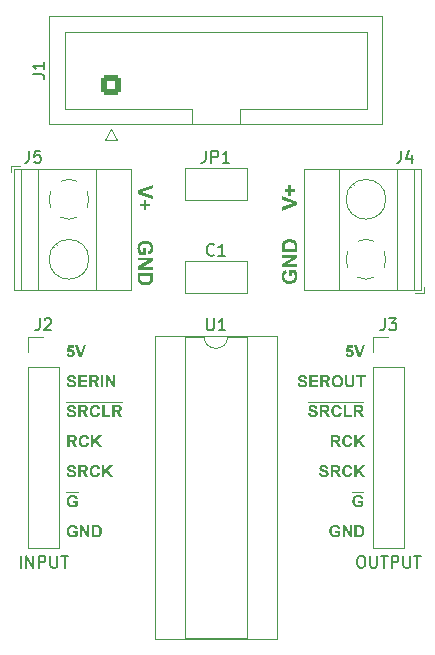
<source format=gbr>
G04 #@! TF.GenerationSoftware,KiCad,Pcbnew,7.0.1*
G04 #@! TF.CreationDate,2023-05-03T21:59:59+05:00*
G04 #@! TF.ProjectId,Breakout_TPIC6B595N_v1.0,42726561-6b6f-4757-945f-545049433642,rev?*
G04 #@! TF.SameCoordinates,Original*
G04 #@! TF.FileFunction,Legend,Top*
G04 #@! TF.FilePolarity,Positive*
%FSLAX46Y46*%
G04 Gerber Fmt 4.6, Leading zero omitted, Abs format (unit mm)*
G04 Created by KiCad (PCBNEW 7.0.1) date 2023-05-03 21:59:59*
%MOMM*%
%LPD*%
G01*
G04 APERTURE LIST*
G04 Aperture macros list*
%AMRoundRect*
0 Rectangle with rounded corners*
0 $1 Rounding radius*
0 $2 $3 $4 $5 $6 $7 $8 $9 X,Y pos of 4 corners*
0 Add a 4 corners polygon primitive as box body*
4,1,4,$2,$3,$4,$5,$6,$7,$8,$9,$2,$3,0*
0 Add four circle primitives for the rounded corners*
1,1,$1+$1,$2,$3*
1,1,$1+$1,$4,$5*
1,1,$1+$1,$6,$7*
1,1,$1+$1,$8,$9*
0 Add four rect primitives between the rounded corners*
20,1,$1+$1,$2,$3,$4,$5,0*
20,1,$1+$1,$4,$5,$6,$7,0*
20,1,$1+$1,$6,$7,$8,$9,0*
20,1,$1+$1,$8,$9,$2,$3,0*%
G04 Aperture macros list end*
%ADD10C,0.200000*%
%ADD11C,0.150000*%
%ADD12C,0.120000*%
%ADD13C,5.600000*%
%ADD14C,1.600000*%
%ADD15R,1.700000X1.700000*%
%ADD16O,1.700000X1.700000*%
%ADD17RoundRect,0.250000X0.600000X-0.600000X0.600000X0.600000X-0.600000X0.600000X-0.600000X-0.600000X0*%
%ADD18C,1.700000*%
%ADD19R,1.600000X1.600000*%
%ADD20O,1.600000X1.600000*%
%ADD21R,2.600000X2.600000*%
%ADD22C,2.600000*%
G04 APERTURE END LIST*
D10*
G36*
X125792526Y-88262351D02*
G01*
X125984745Y-88240369D01*
X125986585Y-88253616D01*
X125988992Y-88266340D01*
X125991966Y-88278541D01*
X125995507Y-88290217D01*
X125999614Y-88301370D01*
X126004288Y-88311999D01*
X126009529Y-88322104D01*
X126015336Y-88331685D01*
X126021710Y-88340742D01*
X126028651Y-88349276D01*
X126033593Y-88354674D01*
X126041303Y-88362182D01*
X126049227Y-88368951D01*
X126057366Y-88374982D01*
X126065719Y-88380274D01*
X126077191Y-88386182D01*
X126089044Y-88390776D01*
X126101279Y-88394058D01*
X126113896Y-88396028D01*
X126126894Y-88396684D01*
X126138086Y-88396298D01*
X126148948Y-88395138D01*
X126159478Y-88393206D01*
X126169679Y-88390502D01*
X126179548Y-88387024D01*
X126189087Y-88382774D01*
X126198296Y-88377750D01*
X126207174Y-88371954D01*
X126215721Y-88365386D01*
X126223938Y-88358044D01*
X126229232Y-88352720D01*
X126236739Y-88344039D01*
X126243509Y-88334571D01*
X126249539Y-88324318D01*
X126254832Y-88313279D01*
X126259385Y-88301454D01*
X126263201Y-88288844D01*
X126266278Y-88275448D01*
X126268616Y-88261267D01*
X126269765Y-88251376D01*
X126270585Y-88241136D01*
X126271078Y-88230546D01*
X126271242Y-88219608D01*
X126271079Y-88209331D01*
X126270593Y-88199382D01*
X126269255Y-88185073D01*
X126267187Y-88171504D01*
X126264389Y-88158672D01*
X126260861Y-88146579D01*
X126256604Y-88135225D01*
X126251616Y-88124609D01*
X126245899Y-88114731D01*
X126239452Y-88105592D01*
X126232275Y-88097192D01*
X126229720Y-88094556D01*
X126221714Y-88087092D01*
X126213265Y-88080362D01*
X126204375Y-88074366D01*
X126195042Y-88069105D01*
X126185266Y-88064577D01*
X126175049Y-88060784D01*
X126164389Y-88057725D01*
X126153288Y-88055400D01*
X126141744Y-88053810D01*
X126129757Y-88052953D01*
X126121521Y-88052790D01*
X126111207Y-88053095D01*
X126101027Y-88054011D01*
X126090981Y-88055538D01*
X126081068Y-88057675D01*
X126071289Y-88060423D01*
X126061643Y-88063781D01*
X126052131Y-88067750D01*
X126042752Y-88072330D01*
X126033507Y-88077520D01*
X126024396Y-88083321D01*
X126015418Y-88089732D01*
X126006574Y-88096754D01*
X125997863Y-88104386D01*
X125989286Y-88112630D01*
X125980843Y-88121483D01*
X125972533Y-88130948D01*
X125815973Y-88106768D01*
X125914891Y-87552581D01*
X126425115Y-87552581D01*
X126425115Y-87740159D01*
X126061193Y-87740159D01*
X126030907Y-87916503D01*
X126043022Y-87910130D01*
X126055190Y-87904384D01*
X126067409Y-87899265D01*
X126079679Y-87894773D01*
X126092001Y-87890907D01*
X126104374Y-87887669D01*
X126116799Y-87885057D01*
X126129275Y-87883072D01*
X126141803Y-87881714D01*
X126154383Y-87880982D01*
X126162798Y-87880843D01*
X126178703Y-87881207D01*
X126194301Y-87882297D01*
X126209592Y-87884115D01*
X126224576Y-87886659D01*
X126239253Y-87889931D01*
X126253622Y-87893929D01*
X126267684Y-87898655D01*
X126281439Y-87904107D01*
X126294886Y-87910287D01*
X126308027Y-87917193D01*
X126320860Y-87924827D01*
X126333386Y-87933187D01*
X126345605Y-87942275D01*
X126357517Y-87952090D01*
X126369121Y-87962631D01*
X126380418Y-87973900D01*
X126391243Y-87985719D01*
X126401370Y-87997973D01*
X126410798Y-88010662D01*
X126419528Y-88023786D01*
X126427559Y-88037346D01*
X126434892Y-88051340D01*
X126441527Y-88065769D01*
X126447463Y-88080634D01*
X126452701Y-88095933D01*
X126457240Y-88111668D01*
X126461081Y-88127838D01*
X126464224Y-88144442D01*
X126466668Y-88161482D01*
X126468414Y-88178957D01*
X126469462Y-88196867D01*
X126469811Y-88215212D01*
X126469530Y-88230557D01*
X126468685Y-88245696D01*
X126467278Y-88260629D01*
X126465308Y-88275356D01*
X126462775Y-88289877D01*
X126459679Y-88304192D01*
X126456020Y-88318301D01*
X126451798Y-88332204D01*
X126447013Y-88345901D01*
X126441666Y-88359391D01*
X126435755Y-88372676D01*
X126429282Y-88385754D01*
X126422246Y-88398627D01*
X126414647Y-88411293D01*
X126406484Y-88423753D01*
X126397759Y-88436007D01*
X126391548Y-88444167D01*
X126385188Y-88452067D01*
X126378678Y-88459709D01*
X126372019Y-88467091D01*
X126365210Y-88474214D01*
X126358252Y-88481079D01*
X126343889Y-88494030D01*
X126328928Y-88505946D01*
X126313370Y-88516825D01*
X126297214Y-88526668D01*
X126280462Y-88535475D01*
X126263112Y-88543246D01*
X126245165Y-88549981D01*
X126226621Y-88555679D01*
X126217124Y-88558140D01*
X126207479Y-88560342D01*
X126197684Y-88562285D01*
X126187740Y-88563968D01*
X126177647Y-88565393D01*
X126167404Y-88566559D01*
X126157012Y-88567465D01*
X126146471Y-88568113D01*
X126135780Y-88568502D01*
X126124940Y-88568631D01*
X126107709Y-88568307D01*
X126090880Y-88567334D01*
X126074453Y-88565712D01*
X126058430Y-88563441D01*
X126042809Y-88560521D01*
X126027590Y-88556953D01*
X126012775Y-88552736D01*
X125998361Y-88547870D01*
X125984351Y-88542356D01*
X125970743Y-88536193D01*
X125957537Y-88529380D01*
X125944735Y-88521920D01*
X125932335Y-88513810D01*
X125920337Y-88505052D01*
X125908742Y-88495644D01*
X125897550Y-88485588D01*
X125886836Y-88474985D01*
X125876675Y-88463935D01*
X125867067Y-88452438D01*
X125858013Y-88440495D01*
X125849512Y-88428106D01*
X125841565Y-88415269D01*
X125834171Y-88401987D01*
X125827330Y-88388258D01*
X125821043Y-88374082D01*
X125815309Y-88359460D01*
X125810128Y-88344391D01*
X125805501Y-88328876D01*
X125801427Y-88312915D01*
X125797907Y-88296506D01*
X125794939Y-88279652D01*
X125792526Y-88262351D01*
G37*
G36*
X126867927Y-88553000D02*
G01*
X126507913Y-87536949D01*
X126728464Y-87536949D01*
X126983210Y-88287263D01*
X127229895Y-87536949D01*
X127445561Y-87536949D01*
X127085059Y-88553000D01*
X126867927Y-88553000D01*
G37*
G36*
X148574075Y-95156976D02*
G01*
X148583907Y-95157056D01*
X148603051Y-95157377D01*
X148621505Y-95157911D01*
X148639268Y-95158659D01*
X148656340Y-95159621D01*
X148672721Y-95160796D01*
X148688412Y-95162185D01*
X148703412Y-95163788D01*
X148717721Y-95165605D01*
X148731340Y-95167635D01*
X148744267Y-95169879D01*
X148756504Y-95172337D01*
X148768050Y-95175008D01*
X148778906Y-95177893D01*
X148789071Y-95180992D01*
X148798545Y-95184304D01*
X148812026Y-95189809D01*
X148824992Y-95196065D01*
X148837442Y-95203073D01*
X148849378Y-95210832D01*
X148860798Y-95219342D01*
X148871703Y-95228603D01*
X148882093Y-95238616D01*
X148891967Y-95249380D01*
X148898264Y-95256973D01*
X148904332Y-95264901D01*
X148910171Y-95273162D01*
X148915781Y-95281757D01*
X148921105Y-95290599D01*
X148926085Y-95299599D01*
X148930722Y-95308757D01*
X148935015Y-95318073D01*
X148938965Y-95327548D01*
X148942572Y-95337181D01*
X148945834Y-95346973D01*
X148948754Y-95356923D01*
X148951330Y-95367031D01*
X148953562Y-95377298D01*
X148955452Y-95387723D01*
X148956997Y-95398307D01*
X148958199Y-95409049D01*
X148959058Y-95419949D01*
X148959573Y-95431008D01*
X148959745Y-95442225D01*
X148959484Y-95456387D01*
X148958703Y-95470237D01*
X148957401Y-95483773D01*
X148955577Y-95496996D01*
X148953233Y-95509907D01*
X148950368Y-95522504D01*
X148946982Y-95534789D01*
X148943075Y-95546761D01*
X148938647Y-95558420D01*
X148933699Y-95569765D01*
X148928229Y-95580798D01*
X148922238Y-95591518D01*
X148915727Y-95601925D01*
X148908694Y-95612019D01*
X148901141Y-95621801D01*
X148893067Y-95631269D01*
X148884504Y-95640366D01*
X148875424Y-95649034D01*
X148865827Y-95657272D01*
X148855713Y-95665081D01*
X148845081Y-95672461D01*
X148833933Y-95679411D01*
X148822268Y-95685933D01*
X148810085Y-95692024D01*
X148797385Y-95697687D01*
X148784169Y-95702920D01*
X148770435Y-95707724D01*
X148756184Y-95712098D01*
X148741416Y-95716043D01*
X148726130Y-95719559D01*
X148710328Y-95722645D01*
X148694009Y-95725302D01*
X148706170Y-95732650D01*
X148717922Y-95740132D01*
X148729268Y-95747746D01*
X148740205Y-95755493D01*
X148750734Y-95763373D01*
X148760856Y-95771387D01*
X148770569Y-95779534D01*
X148779875Y-95787813D01*
X148788773Y-95796226D01*
X148797263Y-95804772D01*
X148802697Y-95810543D01*
X148811019Y-95819834D01*
X148819864Y-95830395D01*
X148826052Y-95838143D01*
X148832473Y-95846454D01*
X148839127Y-95855331D01*
X148846014Y-95864773D01*
X148853133Y-95874779D01*
X148860485Y-95885350D01*
X148868070Y-95896486D01*
X148875888Y-95908187D01*
X148883938Y-95920452D01*
X148892221Y-95933283D01*
X148900737Y-95946678D01*
X148909486Y-95960638D01*
X148918468Y-95975163D01*
X149041566Y-96173000D01*
X148798300Y-96173000D01*
X148651266Y-95949517D01*
X148641660Y-95935381D01*
X148632440Y-95921914D01*
X148623609Y-95909117D01*
X148615164Y-95896990D01*
X148607107Y-95885532D01*
X148599437Y-95874745D01*
X148592155Y-95864627D01*
X148585260Y-95855178D01*
X148578752Y-95846400D01*
X148572631Y-95838291D01*
X148564177Y-95827384D01*
X148556594Y-95817984D01*
X148549883Y-95810091D01*
X148544044Y-95803704D01*
X148536785Y-95796430D01*
X148529419Y-95789752D01*
X148520062Y-95782241D01*
X148510538Y-95775660D01*
X148500847Y-95770010D01*
X148490989Y-95765289D01*
X148482983Y-95762183D01*
X148471984Y-95758946D01*
X148461853Y-95756752D01*
X148450540Y-95754909D01*
X148438043Y-95753417D01*
X148427895Y-95752528D01*
X148417080Y-95751837D01*
X148405601Y-95751343D01*
X148393456Y-95751047D01*
X148380645Y-95750948D01*
X148339368Y-95750948D01*
X148339368Y-96173000D01*
X148136158Y-96173000D01*
X148136158Y-95328896D01*
X148339368Y-95328896D01*
X148339368Y-95579001D01*
X148489822Y-95579001D01*
X148507680Y-95578954D01*
X148524680Y-95578814D01*
X148540821Y-95578580D01*
X148556103Y-95578253D01*
X148570527Y-95577832D01*
X148584092Y-95577318D01*
X148596798Y-95576710D01*
X148608646Y-95576009D01*
X148619635Y-95575214D01*
X148629765Y-95574326D01*
X148643351Y-95572818D01*
X148655004Y-95571100D01*
X148664726Y-95569172D01*
X148672515Y-95567033D01*
X148683500Y-95562793D01*
X148693710Y-95557707D01*
X148703145Y-95551774D01*
X148711804Y-95544994D01*
X148719688Y-95537367D01*
X148726797Y-95528894D01*
X148729424Y-95525267D01*
X148735405Y-95515668D01*
X148740372Y-95505342D01*
X148744325Y-95494288D01*
X148747265Y-95482506D01*
X148748887Y-95472557D01*
X148749860Y-95462142D01*
X148750184Y-95451262D01*
X148749761Y-95439107D01*
X148748490Y-95427555D01*
X148746372Y-95416606D01*
X148743407Y-95406260D01*
X148739594Y-95396517D01*
X148734935Y-95387377D01*
X148729428Y-95378840D01*
X148723074Y-95370906D01*
X148715945Y-95363625D01*
X148708114Y-95357045D01*
X148699580Y-95351168D01*
X148690345Y-95345993D01*
X148680407Y-95341521D01*
X148669768Y-95337750D01*
X148658426Y-95334682D01*
X148646381Y-95332316D01*
X148636257Y-95331331D01*
X148624681Y-95330663D01*
X148613970Y-95330232D01*
X148601520Y-95329861D01*
X148587331Y-95329551D01*
X148576906Y-95329377D01*
X148565708Y-95329230D01*
X148553737Y-95329110D01*
X148540993Y-95329016D01*
X148527477Y-95328950D01*
X148513188Y-95328910D01*
X148498126Y-95328896D01*
X148339368Y-95328896D01*
X148136158Y-95328896D01*
X148136158Y-95156949D01*
X148564071Y-95156949D01*
X148574075Y-95156976D01*
G37*
G36*
X149789926Y-95782211D02*
G01*
X149987030Y-95844737D01*
X149984132Y-95855064D01*
X149981117Y-95865224D01*
X149977984Y-95875216D01*
X149974734Y-95885041D01*
X149971367Y-95894698D01*
X149967882Y-95904188D01*
X149964280Y-95913511D01*
X149960560Y-95922666D01*
X149956724Y-95931653D01*
X149948698Y-95949126D01*
X149940203Y-95965930D01*
X149931238Y-95982063D01*
X149921805Y-95997527D01*
X149911901Y-96012320D01*
X149901529Y-96026444D01*
X149890686Y-96039899D01*
X149879375Y-96052683D01*
X149867594Y-96064798D01*
X149855344Y-96076243D01*
X149842624Y-96087019D01*
X149836088Y-96092155D01*
X149822707Y-96101945D01*
X149808882Y-96111103D01*
X149794612Y-96119630D01*
X149779897Y-96127525D01*
X149764738Y-96134788D01*
X149749134Y-96141420D01*
X149733085Y-96147420D01*
X149716592Y-96152788D01*
X149699655Y-96157525D01*
X149682272Y-96161631D01*
X149664446Y-96165105D01*
X149646174Y-96167947D01*
X149627458Y-96170157D01*
X149608297Y-96171736D01*
X149588692Y-96172684D01*
X149578723Y-96172921D01*
X149568642Y-96173000D01*
X149556179Y-96172867D01*
X149543855Y-96172469D01*
X149531671Y-96171806D01*
X149519626Y-96170878D01*
X149507720Y-96169684D01*
X149495953Y-96168225D01*
X149484326Y-96166501D01*
X149472838Y-96164512D01*
X149461489Y-96162258D01*
X149450280Y-96159738D01*
X149439210Y-96156953D01*
X149428279Y-96153903D01*
X149417487Y-96150587D01*
X149406835Y-96147007D01*
X149396322Y-96143161D01*
X149385949Y-96139050D01*
X149375714Y-96134673D01*
X149365619Y-96130032D01*
X149355663Y-96125125D01*
X149345847Y-96119953D01*
X149336170Y-96114516D01*
X149326632Y-96108813D01*
X149317233Y-96102846D01*
X149307974Y-96096613D01*
X149298854Y-96090114D01*
X149289873Y-96083351D01*
X149281032Y-96076322D01*
X149272330Y-96069028D01*
X149263767Y-96061469D01*
X149255344Y-96053645D01*
X149247059Y-96045555D01*
X149238914Y-96037200D01*
X149230980Y-96028616D01*
X149223298Y-96019836D01*
X149215868Y-96010862D01*
X149208689Y-96001694D01*
X149201763Y-95992330D01*
X149195088Y-95982772D01*
X149188665Y-95973020D01*
X149182494Y-95963073D01*
X149176575Y-95952931D01*
X149170908Y-95942595D01*
X149165493Y-95932063D01*
X149160329Y-95921338D01*
X149155418Y-95910417D01*
X149150758Y-95899302D01*
X149146350Y-95887993D01*
X149142194Y-95876489D01*
X149138290Y-95864790D01*
X149134638Y-95852896D01*
X149131238Y-95840808D01*
X149128089Y-95828525D01*
X149125193Y-95816048D01*
X149122548Y-95803376D01*
X149120155Y-95790509D01*
X149118014Y-95777448D01*
X149116125Y-95764192D01*
X149114488Y-95750742D01*
X149113103Y-95737097D01*
X149111969Y-95723257D01*
X149111088Y-95709222D01*
X149110458Y-95694993D01*
X149110080Y-95680570D01*
X149109954Y-95665951D01*
X149110081Y-95650490D01*
X149110461Y-95635245D01*
X149111094Y-95620219D01*
X149111981Y-95605410D01*
X149113121Y-95590818D01*
X149114514Y-95576444D01*
X149116160Y-95562287D01*
X149118060Y-95548348D01*
X149120213Y-95534627D01*
X149122620Y-95521123D01*
X149125279Y-95507837D01*
X149128192Y-95494768D01*
X149131359Y-95481916D01*
X149134778Y-95469282D01*
X149138451Y-95456866D01*
X149142377Y-95444667D01*
X149146557Y-95432686D01*
X149150990Y-95420922D01*
X149155676Y-95409376D01*
X149160616Y-95398047D01*
X149165808Y-95386936D01*
X149171254Y-95376043D01*
X149176954Y-95365367D01*
X149182906Y-95354908D01*
X149189113Y-95344667D01*
X149195572Y-95334644D01*
X149202284Y-95324838D01*
X149209250Y-95315249D01*
X149216470Y-95305878D01*
X149223942Y-95296725D01*
X149231668Y-95287789D01*
X149239647Y-95279071D01*
X149247848Y-95270596D01*
X149256208Y-95262390D01*
X149264727Y-95254453D01*
X149273406Y-95246785D01*
X149282244Y-95239386D01*
X149291242Y-95232256D01*
X149300398Y-95225395D01*
X149309714Y-95218804D01*
X149319190Y-95212481D01*
X149328824Y-95206428D01*
X149338618Y-95200643D01*
X149348572Y-95195127D01*
X149358685Y-95189881D01*
X149368957Y-95184904D01*
X149379388Y-95180195D01*
X149389979Y-95175756D01*
X149400729Y-95171586D01*
X149411638Y-95167684D01*
X149422707Y-95164052D01*
X149433935Y-95160689D01*
X149445322Y-95157595D01*
X149456869Y-95154770D01*
X149468575Y-95152214D01*
X149480440Y-95149927D01*
X149492465Y-95147909D01*
X149504649Y-95146161D01*
X149516992Y-95144681D01*
X149529495Y-95143470D01*
X149542157Y-95142528D01*
X149554978Y-95141856D01*
X149567959Y-95141452D01*
X149581099Y-95141318D01*
X149592586Y-95141431D01*
X149603938Y-95141770D01*
X149615154Y-95142335D01*
X149626234Y-95143127D01*
X149637178Y-95144144D01*
X149647986Y-95145388D01*
X149658658Y-95146858D01*
X149669194Y-95148553D01*
X149679594Y-95150475D01*
X149689858Y-95152623D01*
X149699986Y-95154998D01*
X149709979Y-95157598D01*
X149719835Y-95160424D01*
X149729555Y-95163477D01*
X149739140Y-95166756D01*
X149748588Y-95170260D01*
X149757901Y-95173991D01*
X149767077Y-95177948D01*
X149776118Y-95182132D01*
X149785022Y-95186541D01*
X149793791Y-95191176D01*
X149802424Y-95196038D01*
X149810920Y-95201125D01*
X149819281Y-95206439D01*
X149827506Y-95211979D01*
X149835595Y-95217745D01*
X149843548Y-95223737D01*
X149851365Y-95229955D01*
X149859046Y-95236399D01*
X149866591Y-95243070D01*
X149874000Y-95249966D01*
X149881273Y-95257089D01*
X149889719Y-95265901D01*
X149897897Y-95275178D01*
X149905808Y-95284921D01*
X149913452Y-95295130D01*
X149920829Y-95305804D01*
X149927939Y-95316944D01*
X149934781Y-95328549D01*
X149941357Y-95340620D01*
X149947665Y-95353156D01*
X149953706Y-95366159D01*
X149959480Y-95379626D01*
X149964987Y-95393560D01*
X149970227Y-95407958D01*
X149975200Y-95422823D01*
X149979905Y-95438153D01*
X149984344Y-95453949D01*
X149783088Y-95485212D01*
X149780707Y-95475389D01*
X149778023Y-95465829D01*
X149773429Y-95451978D01*
X149768151Y-95438715D01*
X149762192Y-95426040D01*
X149755549Y-95413954D01*
X149748224Y-95402456D01*
X149740216Y-95391545D01*
X149731526Y-95381224D01*
X149722153Y-95371490D01*
X149712097Y-95362344D01*
X149708593Y-95359427D01*
X149697754Y-95351177D01*
X149686486Y-95343739D01*
X149674788Y-95337112D01*
X149662661Y-95331297D01*
X149650104Y-95326293D01*
X149637118Y-95322100D01*
X149623703Y-95318719D01*
X149609858Y-95316150D01*
X149595584Y-95314392D01*
X149585830Y-95313670D01*
X149575885Y-95313310D01*
X149570840Y-95313265D01*
X149557022Y-95313576D01*
X149543531Y-95314509D01*
X149530369Y-95316064D01*
X149517534Y-95318241D01*
X149505028Y-95321040D01*
X149492851Y-95324462D01*
X149481001Y-95328505D01*
X149469480Y-95333170D01*
X149458286Y-95338458D01*
X149447422Y-95344367D01*
X149436885Y-95350899D01*
X149426676Y-95358053D01*
X149416796Y-95365828D01*
X149407244Y-95374226D01*
X149398020Y-95383246D01*
X149389124Y-95392888D01*
X149380695Y-95403227D01*
X149372809Y-95414339D01*
X149365468Y-95426224D01*
X149358670Y-95438882D01*
X149352416Y-95452312D01*
X149346706Y-95466516D01*
X149341539Y-95481492D01*
X149336917Y-95497241D01*
X149332838Y-95513762D01*
X149329303Y-95531057D01*
X149326312Y-95549124D01*
X149323865Y-95567964D01*
X149321962Y-95587577D01*
X149321214Y-95597673D01*
X149320602Y-95607963D01*
X149320126Y-95618445D01*
X149319786Y-95629121D01*
X149319583Y-95639990D01*
X149319515Y-95651053D01*
X149319582Y-95662777D01*
X149319783Y-95674288D01*
X149320118Y-95685587D01*
X149320587Y-95696673D01*
X149321190Y-95707546D01*
X149321927Y-95718206D01*
X149322799Y-95728654D01*
X149323804Y-95738888D01*
X149324943Y-95748910D01*
X149326217Y-95758720D01*
X149329166Y-95777700D01*
X149332651Y-95795829D01*
X149336673Y-95813108D01*
X149341230Y-95829535D01*
X149346324Y-95845111D01*
X149351954Y-95859836D01*
X149358120Y-95873710D01*
X149364823Y-95886734D01*
X149372061Y-95898906D01*
X149379836Y-95910227D01*
X149388147Y-95920697D01*
X149396887Y-95930427D01*
X149405950Y-95939530D01*
X149415335Y-95948005D01*
X149425043Y-95955852D01*
X149435073Y-95963072D01*
X149445426Y-95969664D01*
X149456101Y-95975627D01*
X149467098Y-95980964D01*
X149478418Y-95985672D01*
X149490061Y-95989752D01*
X149502026Y-95993205D01*
X149514314Y-95996030D01*
X149526924Y-95998228D01*
X149539856Y-95999797D01*
X149553111Y-96000739D01*
X149566688Y-96001053D01*
X149576736Y-96000846D01*
X149586606Y-96000228D01*
X149601078Y-95998528D01*
X149615151Y-95995901D01*
X149628824Y-95992346D01*
X149642098Y-95987863D01*
X149654973Y-95982454D01*
X149667449Y-95976117D01*
X149679525Y-95968853D01*
X149691203Y-95960661D01*
X149702480Y-95951542D01*
X149706151Y-95948296D01*
X149713319Y-95941465D01*
X149720229Y-95934161D01*
X149726882Y-95926383D01*
X149733277Y-95918132D01*
X149739415Y-95909408D01*
X149745295Y-95900211D01*
X149750917Y-95890540D01*
X149756282Y-95880397D01*
X149761389Y-95869780D01*
X149766239Y-95858689D01*
X149770831Y-95847126D01*
X149775165Y-95835090D01*
X149779242Y-95822580D01*
X149783061Y-95809597D01*
X149786622Y-95796140D01*
X149789926Y-95782211D01*
G37*
G36*
X150158489Y-96173000D02*
G01*
X150158489Y-95156949D01*
X150361943Y-95156949D01*
X150361943Y-95606112D01*
X150772760Y-95156949D01*
X151046067Y-95156949D01*
X150667002Y-95552623D01*
X151066584Y-96173000D01*
X150803534Y-96173000D01*
X150526807Y-95699901D01*
X150361943Y-95867452D01*
X150361943Y-96173000D01*
X150158489Y-96173000D01*
G37*
G36*
X147150883Y-98384737D02*
G01*
X147348720Y-98369106D01*
X147351092Y-98380995D01*
X147353750Y-98392484D01*
X147356694Y-98403572D01*
X147359924Y-98414260D01*
X147363441Y-98424547D01*
X147367244Y-98434433D01*
X147371333Y-98443918D01*
X147375709Y-98453003D01*
X147380370Y-98461687D01*
X147387899Y-98473962D01*
X147396072Y-98485335D01*
X147404889Y-98495806D01*
X147414350Y-98505376D01*
X147421016Y-98511255D01*
X147431609Y-98519374D01*
X147442872Y-98526694D01*
X147454804Y-98533215D01*
X147467406Y-98538938D01*
X147480679Y-98543863D01*
X147494620Y-98547989D01*
X147504287Y-98550296D01*
X147514251Y-98552248D01*
X147524514Y-98553845D01*
X147535073Y-98555087D01*
X147545931Y-98555974D01*
X147557086Y-98556507D01*
X147568538Y-98556684D01*
X147580623Y-98556525D01*
X147592329Y-98556047D01*
X147603658Y-98555250D01*
X147614609Y-98554135D01*
X147625182Y-98552701D01*
X147635377Y-98550948D01*
X147645194Y-98548877D01*
X147659212Y-98545172D01*
X147672380Y-98540751D01*
X147684697Y-98535613D01*
X147696165Y-98529757D01*
X147706782Y-98523185D01*
X147716549Y-98515896D01*
X147725454Y-98508082D01*
X147733482Y-98500027D01*
X147740635Y-98491733D01*
X147746912Y-98483198D01*
X147752313Y-98474422D01*
X147756838Y-98465406D01*
X147760487Y-98456150D01*
X147763261Y-98446653D01*
X147765159Y-98436915D01*
X147766180Y-98426938D01*
X147766375Y-98420152D01*
X147765862Y-98409418D01*
X147764324Y-98399196D01*
X147761760Y-98389487D01*
X147758170Y-98380291D01*
X147753555Y-98371608D01*
X147747914Y-98363437D01*
X147745370Y-98360313D01*
X147738049Y-98352759D01*
X147729213Y-98345515D01*
X147721054Y-98339943D01*
X147711925Y-98334570D01*
X147701827Y-98329395D01*
X147690760Y-98324419D01*
X147678723Y-98319641D01*
X147672341Y-98317326D01*
X147661942Y-98313838D01*
X147652274Y-98310811D01*
X147641005Y-98307432D01*
X147628134Y-98303701D01*
X147618664Y-98301019D01*
X147608482Y-98298179D01*
X147597589Y-98295183D01*
X147585983Y-98292031D01*
X147573666Y-98288722D01*
X147560637Y-98285257D01*
X147546897Y-98281636D01*
X147532444Y-98277857D01*
X147517280Y-98273923D01*
X147509432Y-98271897D01*
X147499314Y-98269269D01*
X147489387Y-98266606D01*
X147479651Y-98263907D01*
X147470105Y-98261173D01*
X147451583Y-98255599D01*
X147433823Y-98249885D01*
X147416824Y-98244028D01*
X147400587Y-98238031D01*
X147385111Y-98231893D01*
X147370396Y-98225613D01*
X147356443Y-98219192D01*
X147343251Y-98212630D01*
X147330820Y-98205927D01*
X147319151Y-98199082D01*
X147308243Y-98192096D01*
X147298097Y-98184969D01*
X147288711Y-98177701D01*
X147280087Y-98170292D01*
X147268848Y-98159645D01*
X147258335Y-98148711D01*
X147248546Y-98137488D01*
X147239482Y-98125977D01*
X147231144Y-98114178D01*
X147223530Y-98102091D01*
X147216642Y-98089716D01*
X147210478Y-98077052D01*
X147205040Y-98064101D01*
X147200327Y-98050861D01*
X147196339Y-98037333D01*
X147193076Y-98023517D01*
X147190538Y-98009413D01*
X147188725Y-97995021D01*
X147187638Y-97980341D01*
X147187275Y-97965372D01*
X147187657Y-97950897D01*
X147188804Y-97936598D01*
X147190714Y-97922475D01*
X147193389Y-97908528D01*
X147196828Y-97894758D01*
X147201031Y-97881163D01*
X147205998Y-97867744D01*
X147211730Y-97854501D01*
X147218226Y-97841434D01*
X147222981Y-97832821D01*
X147228076Y-97824286D01*
X147230750Y-97820048D01*
X147236365Y-97811687D01*
X147242279Y-97803580D01*
X147248493Y-97795727D01*
X147255007Y-97788128D01*
X147261820Y-97780783D01*
X147268932Y-97773691D01*
X147276345Y-97766853D01*
X147284056Y-97760269D01*
X147292068Y-97753939D01*
X147300379Y-97747862D01*
X147308989Y-97742040D01*
X147317899Y-97736471D01*
X147327109Y-97731156D01*
X147336618Y-97726094D01*
X147346427Y-97721287D01*
X147356535Y-97716733D01*
X147366956Y-97712444D01*
X147377640Y-97708432D01*
X147388587Y-97704697D01*
X147399797Y-97701239D01*
X147411271Y-97698057D01*
X147423008Y-97695152D01*
X147435008Y-97692523D01*
X147447272Y-97690172D01*
X147459799Y-97688096D01*
X147472589Y-97686298D01*
X147485643Y-97684776D01*
X147498960Y-97683531D01*
X147512540Y-97682563D01*
X147526383Y-97681871D01*
X147540490Y-97681456D01*
X147554861Y-97681318D01*
X147566615Y-97681401D01*
X147578186Y-97681651D01*
X147589574Y-97682067D01*
X147600778Y-97682650D01*
X147611800Y-97683399D01*
X147622638Y-97684314D01*
X147633293Y-97685397D01*
X147643765Y-97686645D01*
X147654054Y-97688060D01*
X147664159Y-97689642D01*
X147674082Y-97691390D01*
X147683821Y-97693305D01*
X147693377Y-97695386D01*
X147711939Y-97700047D01*
X147729769Y-97705375D01*
X147746866Y-97711368D01*
X147763230Y-97718028D01*
X147778862Y-97725353D01*
X147793761Y-97733345D01*
X147807927Y-97742002D01*
X147821360Y-97751325D01*
X147834061Y-97761314D01*
X147840136Y-97766558D01*
X147851779Y-97777436D01*
X147862710Y-97788758D01*
X147872929Y-97800524D01*
X147882436Y-97812736D01*
X147891232Y-97825391D01*
X147899316Y-97838492D01*
X147906688Y-97852037D01*
X147913348Y-97866026D01*
X147919297Y-97880461D01*
X147924534Y-97895339D01*
X147929059Y-97910663D01*
X147932872Y-97926431D01*
X147935974Y-97942643D01*
X147938364Y-97959300D01*
X147940042Y-97976402D01*
X147941009Y-97993949D01*
X147737554Y-97993949D01*
X147734863Y-97980261D01*
X147731644Y-97967316D01*
X147727896Y-97955113D01*
X147723621Y-97943654D01*
X147718818Y-97932937D01*
X147713486Y-97922963D01*
X147707626Y-97913731D01*
X147701238Y-97905243D01*
X147694323Y-97897497D01*
X147686879Y-97890494D01*
X147681623Y-97886237D01*
X147673185Y-97880345D01*
X147663991Y-97875032D01*
X147654042Y-97870298D01*
X147643338Y-97866145D01*
X147631877Y-97862570D01*
X147619661Y-97859576D01*
X147606690Y-97857161D01*
X147592963Y-97855325D01*
X147578480Y-97854070D01*
X147568405Y-97853554D01*
X147557994Y-97853297D01*
X147552662Y-97853265D01*
X147541759Y-97853404D01*
X147531154Y-97853822D01*
X147520846Y-97854518D01*
X147510836Y-97855493D01*
X147501123Y-97856747D01*
X147487113Y-97859150D01*
X147473772Y-97862180D01*
X147461101Y-97865836D01*
X147449100Y-97870119D01*
X147437768Y-97875029D01*
X147427106Y-97880566D01*
X147417114Y-97886730D01*
X147413933Y-97888924D01*
X147404645Y-97896480D01*
X147396931Y-97904800D01*
X147390792Y-97913883D01*
X147386226Y-97923729D01*
X147383235Y-97934338D01*
X147381818Y-97945711D01*
X147381693Y-97950473D01*
X147382432Y-97961143D01*
X147384650Y-97971325D01*
X147388347Y-97981017D01*
X147393523Y-97990220D01*
X147400178Y-97998934D01*
X147408311Y-98007160D01*
X147411979Y-98010313D01*
X147420137Y-98016307D01*
X147430231Y-98022383D01*
X147442262Y-98028540D01*
X147451358Y-98032690D01*
X147461314Y-98036877D01*
X147472132Y-98041100D01*
X147483810Y-98045359D01*
X147496348Y-98049654D01*
X147509747Y-98053985D01*
X147524007Y-98058353D01*
X147539127Y-98062757D01*
X147555108Y-98067197D01*
X147571949Y-98071674D01*
X147589651Y-98076187D01*
X147598824Y-98078457D01*
X147617084Y-98082981D01*
X147634740Y-98087516D01*
X147651790Y-98092064D01*
X147668235Y-98096622D01*
X147684076Y-98101192D01*
X147699311Y-98105774D01*
X147713942Y-98110367D01*
X147727968Y-98114971D01*
X147741389Y-98119587D01*
X147754205Y-98124214D01*
X147766416Y-98128853D01*
X147778022Y-98133503D01*
X147789024Y-98138164D01*
X147799420Y-98142837D01*
X147809212Y-98147522D01*
X147818399Y-98152218D01*
X147827162Y-98157027D01*
X147835683Y-98162053D01*
X147843961Y-98167293D01*
X147855925Y-98175559D01*
X147867343Y-98184309D01*
X147878216Y-98193545D01*
X147888543Y-98203266D01*
X147898326Y-98213472D01*
X147907563Y-98224163D01*
X147916254Y-98235339D01*
X147924401Y-98247000D01*
X147929529Y-98255044D01*
X147936731Y-98267540D01*
X147943225Y-98280572D01*
X147947160Y-98289559D01*
X147950781Y-98298784D01*
X147954087Y-98308247D01*
X147957078Y-98317949D01*
X147959754Y-98327890D01*
X147962116Y-98338069D01*
X147964162Y-98348486D01*
X147965894Y-98359142D01*
X147967311Y-98370037D01*
X147968412Y-98381170D01*
X147969200Y-98392541D01*
X147969672Y-98404152D01*
X147969829Y-98416000D01*
X147969641Y-98426826D01*
X147969077Y-98437566D01*
X147968138Y-98448220D01*
X147966822Y-98458788D01*
X147965130Y-98469271D01*
X147963063Y-98479667D01*
X147960620Y-98489978D01*
X147957800Y-98500203D01*
X147954605Y-98510342D01*
X147951034Y-98520395D01*
X147947087Y-98530362D01*
X147942764Y-98540243D01*
X147938065Y-98550039D01*
X147932991Y-98559749D01*
X147927540Y-98569372D01*
X147921713Y-98578910D01*
X147915543Y-98588252D01*
X147909062Y-98597289D01*
X147902270Y-98606021D01*
X147895167Y-98614448D01*
X147887753Y-98622569D01*
X147880028Y-98630384D01*
X147871992Y-98637895D01*
X147863645Y-98645100D01*
X147854986Y-98652000D01*
X147846017Y-98658594D01*
X147836737Y-98664884D01*
X147827146Y-98670868D01*
X147817243Y-98676546D01*
X147807030Y-98681920D01*
X147796506Y-98686988D01*
X147785670Y-98691750D01*
X147774510Y-98696216D01*
X147763013Y-98700394D01*
X147751178Y-98704284D01*
X147739005Y-98707886D01*
X147726494Y-98711199D01*
X147713645Y-98714225D01*
X147700459Y-98716962D01*
X147686935Y-98719411D01*
X147673073Y-98721572D01*
X147658874Y-98723445D01*
X147644337Y-98725029D01*
X147629462Y-98726326D01*
X147614249Y-98727334D01*
X147598698Y-98728055D01*
X147582810Y-98728487D01*
X147566584Y-98728631D01*
X147554734Y-98728545D01*
X147543056Y-98728289D01*
X147531551Y-98727860D01*
X147520220Y-98727261D01*
X147509062Y-98726490D01*
X147498077Y-98725548D01*
X147487265Y-98724435D01*
X147476627Y-98723151D01*
X147466161Y-98721695D01*
X147455869Y-98720068D01*
X147445750Y-98718270D01*
X147435804Y-98716301D01*
X147426031Y-98714160D01*
X147416431Y-98711848D01*
X147397751Y-98706710D01*
X147379764Y-98700888D01*
X147362470Y-98694380D01*
X147345868Y-98687187D01*
X147329959Y-98679309D01*
X147314742Y-98670746D01*
X147300218Y-98661499D01*
X147286387Y-98651566D01*
X147273249Y-98640948D01*
X147260778Y-98629643D01*
X147248950Y-98617710D01*
X147237766Y-98605150D01*
X147227224Y-98591962D01*
X147217326Y-98578146D01*
X147208070Y-98563702D01*
X147199458Y-98548631D01*
X147191488Y-98532931D01*
X147184162Y-98516604D01*
X147177479Y-98499650D01*
X147171439Y-98482067D01*
X147166041Y-98463857D01*
X147161287Y-98445018D01*
X147159151Y-98435364D01*
X147157176Y-98425552D01*
X147155362Y-98415584D01*
X147153708Y-98405459D01*
X147152215Y-98395176D01*
X147150883Y-98384737D01*
G37*
G36*
X148574076Y-97696976D02*
G01*
X148583907Y-97697056D01*
X148603052Y-97697377D01*
X148621505Y-97697911D01*
X148639268Y-97698659D01*
X148656341Y-97699621D01*
X148672722Y-97700796D01*
X148688413Y-97702185D01*
X148703413Y-97703788D01*
X148717722Y-97705605D01*
X148731340Y-97707635D01*
X148744268Y-97709879D01*
X148756505Y-97712337D01*
X148768051Y-97715008D01*
X148778907Y-97717893D01*
X148789071Y-97720992D01*
X148798545Y-97724304D01*
X148812026Y-97729809D01*
X148824992Y-97736065D01*
X148837443Y-97743073D01*
X148849378Y-97750832D01*
X148860799Y-97759342D01*
X148871704Y-97768603D01*
X148882093Y-97778616D01*
X148891968Y-97789380D01*
X148898265Y-97796973D01*
X148904333Y-97804901D01*
X148910172Y-97813162D01*
X148915782Y-97821757D01*
X148921106Y-97830599D01*
X148926086Y-97839599D01*
X148930723Y-97848757D01*
X148935016Y-97858073D01*
X148938966Y-97867548D01*
X148942572Y-97877181D01*
X148945835Y-97886973D01*
X148948755Y-97896923D01*
X148951331Y-97907031D01*
X148953563Y-97917298D01*
X148955452Y-97927723D01*
X148956998Y-97938307D01*
X148958200Y-97949049D01*
X148959059Y-97959949D01*
X148959574Y-97971008D01*
X148959746Y-97982225D01*
X148959485Y-97996387D01*
X148958704Y-98010237D01*
X148957401Y-98023773D01*
X148955578Y-98036996D01*
X148953234Y-98049907D01*
X148950369Y-98062504D01*
X148946983Y-98074789D01*
X148943076Y-98086761D01*
X148938648Y-98098420D01*
X148933699Y-98109765D01*
X148928230Y-98120798D01*
X148922239Y-98131518D01*
X148915727Y-98141925D01*
X148908695Y-98152019D01*
X148901142Y-98161801D01*
X148893067Y-98171269D01*
X148884504Y-98180366D01*
X148875425Y-98189034D01*
X148865827Y-98197272D01*
X148855713Y-98205081D01*
X148845082Y-98212461D01*
X148833934Y-98219411D01*
X148822268Y-98225933D01*
X148810086Y-98232024D01*
X148797386Y-98237687D01*
X148784169Y-98242920D01*
X148770435Y-98247724D01*
X148756184Y-98252098D01*
X148741416Y-98256043D01*
X148726131Y-98259559D01*
X148710329Y-98262645D01*
X148694009Y-98265302D01*
X148706170Y-98272650D01*
X148717923Y-98280132D01*
X148729268Y-98287746D01*
X148740206Y-98295493D01*
X148750735Y-98303373D01*
X148760856Y-98311387D01*
X148770570Y-98319534D01*
X148779876Y-98327813D01*
X148788774Y-98336226D01*
X148797264Y-98344772D01*
X148802697Y-98350543D01*
X148811019Y-98359834D01*
X148819865Y-98370395D01*
X148826053Y-98378143D01*
X148832474Y-98386454D01*
X148839128Y-98395331D01*
X148846014Y-98404773D01*
X148853134Y-98414779D01*
X148860486Y-98425350D01*
X148868071Y-98436486D01*
X148875888Y-98448187D01*
X148883939Y-98460452D01*
X148892222Y-98473283D01*
X148900738Y-98486678D01*
X148909487Y-98500638D01*
X148918468Y-98515163D01*
X149041567Y-98713000D01*
X148798301Y-98713000D01*
X148651267Y-98489517D01*
X148641660Y-98475381D01*
X148632441Y-98461914D01*
X148623609Y-98449117D01*
X148615165Y-98436990D01*
X148607108Y-98425532D01*
X148599438Y-98414745D01*
X148592155Y-98404627D01*
X148585260Y-98395178D01*
X148578752Y-98386400D01*
X148572632Y-98378291D01*
X148564178Y-98367384D01*
X148556595Y-98357984D01*
X148549884Y-98350091D01*
X148544044Y-98343704D01*
X148536786Y-98336430D01*
X148529420Y-98329752D01*
X148520063Y-98322241D01*
X148510539Y-98315660D01*
X148500848Y-98310010D01*
X148490990Y-98305289D01*
X148482984Y-98302183D01*
X148471984Y-98298946D01*
X148461854Y-98296752D01*
X148450540Y-98294909D01*
X148438044Y-98293417D01*
X148427895Y-98292528D01*
X148417081Y-98291837D01*
X148405601Y-98291343D01*
X148393456Y-98291047D01*
X148380646Y-98290948D01*
X148339369Y-98290948D01*
X148339369Y-98713000D01*
X148136159Y-98713000D01*
X148136159Y-97868896D01*
X148339369Y-97868896D01*
X148339369Y-98119001D01*
X148489822Y-98119001D01*
X148507681Y-98118954D01*
X148524680Y-98118814D01*
X148540821Y-98118580D01*
X148556104Y-98118253D01*
X148570527Y-98117832D01*
X148584092Y-98117318D01*
X148596799Y-98116710D01*
X148608646Y-98116009D01*
X148619635Y-98115214D01*
X148629766Y-98114326D01*
X148643351Y-98112818D01*
X148655005Y-98111100D01*
X148664726Y-98109172D01*
X148672516Y-98107033D01*
X148683501Y-98102793D01*
X148693711Y-98097707D01*
X148703145Y-98091774D01*
X148711805Y-98084994D01*
X148719689Y-98077367D01*
X148726798Y-98068894D01*
X148729425Y-98065267D01*
X148735405Y-98055668D01*
X148740373Y-98045342D01*
X148744326Y-98034288D01*
X148747266Y-98022506D01*
X148748888Y-98012557D01*
X148749861Y-98002142D01*
X148750185Y-97991262D01*
X148749762Y-97979107D01*
X148748491Y-97967555D01*
X148746373Y-97956606D01*
X148743407Y-97946260D01*
X148739595Y-97936517D01*
X148734935Y-97927377D01*
X148729428Y-97918840D01*
X148723074Y-97910906D01*
X148715945Y-97903625D01*
X148708114Y-97897045D01*
X148699581Y-97891168D01*
X148690346Y-97885993D01*
X148680408Y-97881521D01*
X148669768Y-97877750D01*
X148658426Y-97874682D01*
X148646382Y-97872316D01*
X148636258Y-97871331D01*
X148624681Y-97870663D01*
X148613970Y-97870232D01*
X148601520Y-97869861D01*
X148587331Y-97869551D01*
X148576906Y-97869377D01*
X148565708Y-97869230D01*
X148553738Y-97869110D01*
X148540994Y-97869016D01*
X148527478Y-97868950D01*
X148513189Y-97868910D01*
X148498127Y-97868896D01*
X148339369Y-97868896D01*
X148136159Y-97868896D01*
X148136159Y-97696949D01*
X148564072Y-97696949D01*
X148574076Y-97696976D01*
G37*
G36*
X149789927Y-98322211D02*
G01*
X149987031Y-98384737D01*
X149984133Y-98395064D01*
X149981118Y-98405224D01*
X149977985Y-98415216D01*
X149974735Y-98425041D01*
X149971367Y-98434698D01*
X149967883Y-98444188D01*
X149964281Y-98453511D01*
X149960561Y-98462666D01*
X149956724Y-98471653D01*
X149948699Y-98489126D01*
X149940204Y-98505930D01*
X149931239Y-98522063D01*
X149921805Y-98537527D01*
X149911902Y-98552320D01*
X149901529Y-98566444D01*
X149890687Y-98579899D01*
X149879376Y-98592683D01*
X149867595Y-98604798D01*
X149855344Y-98616243D01*
X149842625Y-98627019D01*
X149836089Y-98632155D01*
X149822708Y-98641945D01*
X149808883Y-98651103D01*
X149794612Y-98659630D01*
X149779898Y-98667525D01*
X149764738Y-98674788D01*
X149749135Y-98681420D01*
X149733086Y-98687420D01*
X149716593Y-98692788D01*
X149699655Y-98697525D01*
X149682273Y-98701631D01*
X149664446Y-98705105D01*
X149646175Y-98707947D01*
X149627459Y-98710157D01*
X149608298Y-98711736D01*
X149588693Y-98712684D01*
X149578723Y-98712921D01*
X149568643Y-98713000D01*
X149556180Y-98712867D01*
X149543856Y-98712469D01*
X149531672Y-98711806D01*
X149519626Y-98710878D01*
X149507721Y-98709684D01*
X149495954Y-98708225D01*
X149484327Y-98706501D01*
X149472839Y-98704512D01*
X149461490Y-98702258D01*
X149450281Y-98699738D01*
X149439210Y-98696953D01*
X149428280Y-98693903D01*
X149417488Y-98690587D01*
X149406836Y-98687007D01*
X149396323Y-98683161D01*
X149385949Y-98679050D01*
X149375715Y-98674673D01*
X149365620Y-98670032D01*
X149355664Y-98665125D01*
X149345848Y-98659953D01*
X149336171Y-98654516D01*
X149326633Y-98648813D01*
X149317234Y-98642846D01*
X149307975Y-98636613D01*
X149298855Y-98630114D01*
X149289874Y-98623351D01*
X149281033Y-98616322D01*
X149272331Y-98609028D01*
X149263768Y-98601469D01*
X149255344Y-98593645D01*
X149247060Y-98585555D01*
X149238915Y-98577200D01*
X149230981Y-98568616D01*
X149223299Y-98559836D01*
X149215869Y-98550862D01*
X149208690Y-98541694D01*
X149201763Y-98532330D01*
X149195089Y-98522772D01*
X149188666Y-98513020D01*
X149182495Y-98503073D01*
X149176576Y-98492931D01*
X149170909Y-98482595D01*
X149165493Y-98472063D01*
X149160330Y-98461338D01*
X149155418Y-98450417D01*
X149150759Y-98439302D01*
X149146351Y-98427993D01*
X149142195Y-98416489D01*
X149138291Y-98404790D01*
X149134639Y-98392896D01*
X149131238Y-98380808D01*
X149128090Y-98368525D01*
X149125193Y-98356048D01*
X149122549Y-98343376D01*
X149120156Y-98330509D01*
X149118015Y-98317448D01*
X149116126Y-98304192D01*
X149114489Y-98290742D01*
X149113103Y-98277097D01*
X149111970Y-98263257D01*
X149111088Y-98249222D01*
X149110459Y-98234993D01*
X149110081Y-98220570D01*
X149109955Y-98205951D01*
X149110082Y-98190490D01*
X149110462Y-98175245D01*
X149111095Y-98160219D01*
X149111981Y-98145410D01*
X149113121Y-98130818D01*
X149114514Y-98116444D01*
X149116161Y-98102287D01*
X149118061Y-98088348D01*
X149120214Y-98074627D01*
X149122620Y-98061123D01*
X149125280Y-98047837D01*
X149128193Y-98034768D01*
X149131359Y-98021916D01*
X149134779Y-98009282D01*
X149138452Y-97996866D01*
X149142378Y-97984667D01*
X149146558Y-97972686D01*
X149150991Y-97960922D01*
X149155677Y-97949376D01*
X149160616Y-97938047D01*
X149165809Y-97926936D01*
X149171255Y-97916043D01*
X149176954Y-97905367D01*
X149182907Y-97894908D01*
X149189113Y-97884667D01*
X149195573Y-97874644D01*
X149202285Y-97864838D01*
X149209251Y-97855249D01*
X149216470Y-97845878D01*
X149223943Y-97836725D01*
X149231669Y-97827789D01*
X149239648Y-97819071D01*
X149247849Y-97810596D01*
X149256209Y-97802390D01*
X149264728Y-97794453D01*
X149273407Y-97786785D01*
X149282245Y-97779386D01*
X149291242Y-97772256D01*
X149300399Y-97765395D01*
X149309715Y-97758804D01*
X149319190Y-97752481D01*
X149328825Y-97746428D01*
X149338619Y-97740643D01*
X149348573Y-97735127D01*
X149358685Y-97729881D01*
X149368957Y-97724904D01*
X149379389Y-97720195D01*
X149389979Y-97715756D01*
X149400729Y-97711586D01*
X149411639Y-97707684D01*
X149422707Y-97704052D01*
X149433935Y-97700689D01*
X149445323Y-97697595D01*
X149456869Y-97694770D01*
X149468575Y-97692214D01*
X149480441Y-97689927D01*
X149492465Y-97687909D01*
X149504649Y-97686161D01*
X149516993Y-97684681D01*
X149529495Y-97683470D01*
X149542157Y-97682528D01*
X149554979Y-97681856D01*
X149567959Y-97681452D01*
X149581099Y-97681318D01*
X149592587Y-97681431D01*
X149603939Y-97681770D01*
X149615155Y-97682335D01*
X149626235Y-97683127D01*
X149637179Y-97684144D01*
X149647987Y-97685388D01*
X149658659Y-97686858D01*
X149669195Y-97688553D01*
X149679595Y-97690475D01*
X149689859Y-97692623D01*
X149699987Y-97694998D01*
X149709979Y-97697598D01*
X149719836Y-97700424D01*
X149729556Y-97703477D01*
X149739140Y-97706756D01*
X149748589Y-97710260D01*
X149757901Y-97713991D01*
X149767078Y-97717948D01*
X149776118Y-97722132D01*
X149785023Y-97726541D01*
X149793792Y-97731176D01*
X149802424Y-97736038D01*
X149810921Y-97741125D01*
X149819282Y-97746439D01*
X149827507Y-97751979D01*
X149835596Y-97757745D01*
X149843549Y-97763737D01*
X149851366Y-97769955D01*
X149859047Y-97776399D01*
X149866592Y-97783070D01*
X149874001Y-97789966D01*
X149881274Y-97797089D01*
X149889719Y-97805901D01*
X149897898Y-97815178D01*
X149905809Y-97824921D01*
X149913453Y-97835130D01*
X149920830Y-97845804D01*
X149927939Y-97856944D01*
X149934782Y-97868549D01*
X149941358Y-97880620D01*
X149947666Y-97893156D01*
X149953707Y-97906159D01*
X149959481Y-97919626D01*
X149964988Y-97933560D01*
X149970228Y-97947958D01*
X149975200Y-97962823D01*
X149979906Y-97978153D01*
X149984344Y-97993949D01*
X149783088Y-98025212D01*
X149780708Y-98015389D01*
X149778024Y-98005829D01*
X149773429Y-97991978D01*
X149768152Y-97978715D01*
X149762192Y-97966040D01*
X149755550Y-97953954D01*
X149748225Y-97942456D01*
X149740217Y-97931545D01*
X149731526Y-97921224D01*
X149722153Y-97911490D01*
X149712098Y-97902344D01*
X149708594Y-97899427D01*
X149697755Y-97891177D01*
X149686486Y-97883739D01*
X149674788Y-97877112D01*
X149662661Y-97871297D01*
X149650105Y-97866293D01*
X149637119Y-97862100D01*
X149623703Y-97858719D01*
X149609859Y-97856150D01*
X149595585Y-97854392D01*
X149585831Y-97853670D01*
X149575885Y-97853310D01*
X149570841Y-97853265D01*
X149557022Y-97853576D01*
X149543532Y-97854509D01*
X149530369Y-97856064D01*
X149517535Y-97858241D01*
X149505029Y-97861040D01*
X149492851Y-97864462D01*
X149481002Y-97868505D01*
X149469480Y-97873170D01*
X149458287Y-97878458D01*
X149447422Y-97884367D01*
X149436885Y-97890899D01*
X149426677Y-97898053D01*
X149416796Y-97905828D01*
X149407244Y-97914226D01*
X149398020Y-97923246D01*
X149389124Y-97932888D01*
X149380695Y-97943227D01*
X149372810Y-97954339D01*
X149365468Y-97966224D01*
X149358670Y-97978882D01*
X149352416Y-97992312D01*
X149346706Y-98006516D01*
X149341540Y-98021492D01*
X149336918Y-98037241D01*
X149332839Y-98053762D01*
X149329304Y-98071057D01*
X149326313Y-98089124D01*
X149323866Y-98107964D01*
X149321962Y-98127577D01*
X149321215Y-98137673D01*
X149320603Y-98147963D01*
X149320127Y-98158445D01*
X149319787Y-98169121D01*
X149319583Y-98179990D01*
X149319515Y-98191053D01*
X149319582Y-98202777D01*
X149319783Y-98214288D01*
X149320118Y-98225587D01*
X149320588Y-98236673D01*
X149321191Y-98247546D01*
X149321928Y-98258206D01*
X149322799Y-98268654D01*
X149323805Y-98278888D01*
X149324944Y-98288910D01*
X149326218Y-98298720D01*
X149329167Y-98317700D01*
X149332652Y-98335829D01*
X149336673Y-98353108D01*
X149341231Y-98369535D01*
X149346325Y-98385111D01*
X149351955Y-98399836D01*
X149358121Y-98413710D01*
X149364823Y-98426734D01*
X149372062Y-98438906D01*
X149379837Y-98450227D01*
X149388147Y-98460697D01*
X149396888Y-98470427D01*
X149405951Y-98479530D01*
X149415336Y-98488005D01*
X149425043Y-98495852D01*
X149435074Y-98503072D01*
X149445426Y-98509664D01*
X149456101Y-98515627D01*
X149467099Y-98520964D01*
X149478419Y-98525672D01*
X149490062Y-98529752D01*
X149502027Y-98533205D01*
X149514314Y-98536030D01*
X149526924Y-98538228D01*
X149539857Y-98539797D01*
X149553112Y-98540739D01*
X149566689Y-98541053D01*
X149576736Y-98540846D01*
X149586606Y-98540228D01*
X149601078Y-98538528D01*
X149615151Y-98535901D01*
X149628825Y-98532346D01*
X149642099Y-98527863D01*
X149654974Y-98522454D01*
X149667450Y-98516117D01*
X149679526Y-98508853D01*
X149691203Y-98500661D01*
X149702481Y-98491542D01*
X149706152Y-98488296D01*
X149713320Y-98481465D01*
X149720230Y-98474161D01*
X149726883Y-98466383D01*
X149733278Y-98458132D01*
X149739415Y-98449408D01*
X149745295Y-98440211D01*
X149750918Y-98430540D01*
X149756283Y-98420397D01*
X149761390Y-98409780D01*
X149766239Y-98398689D01*
X149770831Y-98387126D01*
X149775166Y-98375090D01*
X149779242Y-98362580D01*
X149783061Y-98349597D01*
X149786623Y-98336140D01*
X149789927Y-98322211D01*
G37*
G36*
X150158489Y-98713000D02*
G01*
X150158489Y-97696949D01*
X150361944Y-97696949D01*
X150361944Y-98146112D01*
X150772760Y-97696949D01*
X151046068Y-97696949D01*
X150667003Y-98092623D01*
X151066584Y-98713000D01*
X150803535Y-98713000D01*
X150526808Y-98239901D01*
X150361944Y-98407452D01*
X150361944Y-98713000D01*
X150158489Y-98713000D01*
G37*
G36*
X145307050Y-75679901D02*
G01*
X144016666Y-76137119D01*
X144016666Y-75857019D01*
X144969565Y-75533492D01*
X144016666Y-75220202D01*
X144016666Y-74946306D01*
X145307050Y-75404144D01*
X145307050Y-75679901D01*
G37*
G36*
X145128381Y-74542130D02*
G01*
X144790896Y-74542130D01*
X144790896Y-74877134D01*
X144572523Y-74877134D01*
X144572523Y-74542130D01*
X144235038Y-74542130D01*
X144235038Y-74318795D01*
X144572523Y-74318795D01*
X144572523Y-73982861D01*
X144790896Y-73982861D01*
X144790896Y-74318795D01*
X145128381Y-74318795D01*
X145128381Y-74542130D01*
G37*
G36*
X125780802Y-93304737D02*
G01*
X125978639Y-93289106D01*
X125981011Y-93300995D01*
X125983669Y-93312484D01*
X125986613Y-93323572D01*
X125989843Y-93334260D01*
X125993360Y-93344547D01*
X125997163Y-93354433D01*
X126001252Y-93363918D01*
X126005628Y-93373003D01*
X126010289Y-93381687D01*
X126017818Y-93393962D01*
X126025991Y-93405335D01*
X126034808Y-93415806D01*
X126044269Y-93425376D01*
X126050935Y-93431255D01*
X126061528Y-93439374D01*
X126072791Y-93446694D01*
X126084723Y-93453215D01*
X126097325Y-93458938D01*
X126110598Y-93463863D01*
X126124539Y-93467989D01*
X126134206Y-93470296D01*
X126144170Y-93472248D01*
X126154433Y-93473845D01*
X126164992Y-93475087D01*
X126175850Y-93475974D01*
X126187005Y-93476507D01*
X126198457Y-93476684D01*
X126210542Y-93476525D01*
X126222248Y-93476047D01*
X126233577Y-93475250D01*
X126244528Y-93474135D01*
X126255101Y-93472701D01*
X126265296Y-93470948D01*
X126275113Y-93468877D01*
X126289131Y-93465172D01*
X126302299Y-93460751D01*
X126314616Y-93455613D01*
X126326084Y-93449757D01*
X126336701Y-93443185D01*
X126346468Y-93435896D01*
X126355373Y-93428082D01*
X126363401Y-93420027D01*
X126370554Y-93411733D01*
X126376831Y-93403198D01*
X126382232Y-93394422D01*
X126386757Y-93385406D01*
X126390406Y-93376150D01*
X126393180Y-93366653D01*
X126395078Y-93356915D01*
X126396099Y-93346938D01*
X126396294Y-93340152D01*
X126395781Y-93329418D01*
X126394243Y-93319196D01*
X126391679Y-93309487D01*
X126388089Y-93300291D01*
X126383474Y-93291608D01*
X126377833Y-93283437D01*
X126375289Y-93280313D01*
X126367968Y-93272759D01*
X126359132Y-93265515D01*
X126350973Y-93259943D01*
X126341844Y-93254570D01*
X126331746Y-93249395D01*
X126320679Y-93244419D01*
X126308642Y-93239641D01*
X126302260Y-93237326D01*
X126291861Y-93233838D01*
X126282193Y-93230811D01*
X126270924Y-93227432D01*
X126258053Y-93223701D01*
X126248583Y-93221019D01*
X126238401Y-93218179D01*
X126227508Y-93215183D01*
X126215902Y-93212031D01*
X126203585Y-93208722D01*
X126190556Y-93205257D01*
X126176816Y-93201636D01*
X126162363Y-93197857D01*
X126147199Y-93193923D01*
X126139351Y-93191897D01*
X126129233Y-93189269D01*
X126119306Y-93186606D01*
X126109570Y-93183907D01*
X126100024Y-93181173D01*
X126081502Y-93175599D01*
X126063742Y-93169885D01*
X126046743Y-93164028D01*
X126030506Y-93158031D01*
X126015030Y-93151893D01*
X126000315Y-93145613D01*
X125986362Y-93139192D01*
X125973170Y-93132630D01*
X125960739Y-93125927D01*
X125949070Y-93119082D01*
X125938162Y-93112096D01*
X125928016Y-93104969D01*
X125918630Y-93097701D01*
X125910006Y-93090292D01*
X125898767Y-93079645D01*
X125888254Y-93068711D01*
X125878465Y-93057488D01*
X125869401Y-93045977D01*
X125861063Y-93034178D01*
X125853449Y-93022091D01*
X125846561Y-93009716D01*
X125840397Y-92997052D01*
X125834959Y-92984101D01*
X125830246Y-92970861D01*
X125826258Y-92957333D01*
X125822995Y-92943517D01*
X125820457Y-92929413D01*
X125818644Y-92915021D01*
X125817557Y-92900341D01*
X125817194Y-92885372D01*
X125817576Y-92870897D01*
X125818723Y-92856598D01*
X125820633Y-92842475D01*
X125823308Y-92828528D01*
X125826747Y-92814758D01*
X125830950Y-92801163D01*
X125835917Y-92787744D01*
X125841649Y-92774501D01*
X125848145Y-92761434D01*
X125852900Y-92752821D01*
X125857995Y-92744286D01*
X125860669Y-92740048D01*
X125866284Y-92731687D01*
X125872198Y-92723580D01*
X125878412Y-92715727D01*
X125884926Y-92708128D01*
X125891739Y-92700783D01*
X125898851Y-92693691D01*
X125906264Y-92686853D01*
X125913975Y-92680269D01*
X125921987Y-92673939D01*
X125930298Y-92667862D01*
X125938908Y-92662040D01*
X125947818Y-92656471D01*
X125957028Y-92651156D01*
X125966537Y-92646094D01*
X125976346Y-92641287D01*
X125986454Y-92636733D01*
X125996875Y-92632444D01*
X126007559Y-92628432D01*
X126018506Y-92624697D01*
X126029716Y-92621239D01*
X126041190Y-92618057D01*
X126052927Y-92615152D01*
X126064927Y-92612523D01*
X126077191Y-92610172D01*
X126089718Y-92608096D01*
X126102508Y-92606298D01*
X126115562Y-92604776D01*
X126128879Y-92603531D01*
X126142459Y-92602563D01*
X126156302Y-92601871D01*
X126170409Y-92601456D01*
X126184780Y-92601318D01*
X126196534Y-92601401D01*
X126208105Y-92601651D01*
X126219493Y-92602067D01*
X126230697Y-92602650D01*
X126241719Y-92603399D01*
X126252557Y-92604314D01*
X126263212Y-92605397D01*
X126273684Y-92606645D01*
X126283973Y-92608060D01*
X126294078Y-92609642D01*
X126304001Y-92611390D01*
X126313740Y-92613305D01*
X126323296Y-92615386D01*
X126341858Y-92620047D01*
X126359688Y-92625375D01*
X126376785Y-92631368D01*
X126393149Y-92638028D01*
X126408781Y-92645353D01*
X126423680Y-92653345D01*
X126437846Y-92662002D01*
X126451279Y-92671325D01*
X126463980Y-92681314D01*
X126470055Y-92686558D01*
X126481698Y-92697436D01*
X126492629Y-92708758D01*
X126502848Y-92720524D01*
X126512355Y-92732736D01*
X126521151Y-92745391D01*
X126529235Y-92758492D01*
X126536607Y-92772037D01*
X126543267Y-92786026D01*
X126549216Y-92800461D01*
X126554453Y-92815339D01*
X126558978Y-92830663D01*
X126562791Y-92846431D01*
X126565893Y-92862643D01*
X126568283Y-92879300D01*
X126569961Y-92896402D01*
X126570928Y-92913949D01*
X126367473Y-92913949D01*
X126364782Y-92900261D01*
X126361563Y-92887316D01*
X126357815Y-92875113D01*
X126353540Y-92863654D01*
X126348737Y-92852937D01*
X126343405Y-92842963D01*
X126337545Y-92833731D01*
X126331157Y-92825243D01*
X126324242Y-92817497D01*
X126316798Y-92810494D01*
X126311542Y-92806237D01*
X126303104Y-92800345D01*
X126293910Y-92795032D01*
X126283961Y-92790298D01*
X126273257Y-92786145D01*
X126261796Y-92782570D01*
X126249580Y-92779576D01*
X126236609Y-92777161D01*
X126222882Y-92775325D01*
X126208399Y-92774070D01*
X126198324Y-92773554D01*
X126187913Y-92773297D01*
X126182581Y-92773265D01*
X126171678Y-92773404D01*
X126161073Y-92773822D01*
X126150765Y-92774518D01*
X126140755Y-92775493D01*
X126131042Y-92776747D01*
X126117032Y-92779150D01*
X126103691Y-92782180D01*
X126091020Y-92785836D01*
X126079019Y-92790119D01*
X126067687Y-92795029D01*
X126057025Y-92800566D01*
X126047033Y-92806730D01*
X126043852Y-92808924D01*
X126034564Y-92816480D01*
X126026850Y-92824800D01*
X126020711Y-92833883D01*
X126016145Y-92843729D01*
X126013154Y-92854338D01*
X126011737Y-92865711D01*
X126011612Y-92870473D01*
X126012351Y-92881143D01*
X126014569Y-92891325D01*
X126018266Y-92901017D01*
X126023442Y-92910220D01*
X126030097Y-92918934D01*
X126038230Y-92927160D01*
X126041898Y-92930313D01*
X126050056Y-92936307D01*
X126060150Y-92942383D01*
X126072181Y-92948540D01*
X126081277Y-92952690D01*
X126091233Y-92956877D01*
X126102051Y-92961100D01*
X126113729Y-92965359D01*
X126126267Y-92969654D01*
X126139666Y-92973985D01*
X126153926Y-92978353D01*
X126169046Y-92982757D01*
X126185027Y-92987197D01*
X126201868Y-92991674D01*
X126219570Y-92996187D01*
X126228743Y-92998457D01*
X126247003Y-93002981D01*
X126264659Y-93007516D01*
X126281709Y-93012064D01*
X126298154Y-93016622D01*
X126313995Y-93021192D01*
X126329230Y-93025774D01*
X126343861Y-93030367D01*
X126357887Y-93034971D01*
X126371308Y-93039587D01*
X126384124Y-93044214D01*
X126396335Y-93048853D01*
X126407941Y-93053503D01*
X126418943Y-93058164D01*
X126429339Y-93062837D01*
X126439131Y-93067522D01*
X126448318Y-93072218D01*
X126457081Y-93077027D01*
X126465602Y-93082053D01*
X126473880Y-93087293D01*
X126485844Y-93095559D01*
X126497262Y-93104309D01*
X126508135Y-93113545D01*
X126518462Y-93123266D01*
X126528245Y-93133472D01*
X126537482Y-93144163D01*
X126546173Y-93155339D01*
X126554320Y-93167000D01*
X126559448Y-93175044D01*
X126566650Y-93187540D01*
X126573144Y-93200572D01*
X126577079Y-93209559D01*
X126580700Y-93218784D01*
X126584006Y-93228247D01*
X126586997Y-93237949D01*
X126589673Y-93247890D01*
X126592035Y-93258069D01*
X126594081Y-93268486D01*
X126595813Y-93279142D01*
X126597230Y-93290037D01*
X126598331Y-93301170D01*
X126599119Y-93312541D01*
X126599591Y-93324152D01*
X126599748Y-93336000D01*
X126599560Y-93346826D01*
X126598996Y-93357566D01*
X126598057Y-93368220D01*
X126596741Y-93378788D01*
X126595049Y-93389271D01*
X126592982Y-93399667D01*
X126590539Y-93409978D01*
X126587719Y-93420203D01*
X126584524Y-93430342D01*
X126580953Y-93440395D01*
X126577006Y-93450362D01*
X126572683Y-93460243D01*
X126567984Y-93470039D01*
X126562910Y-93479749D01*
X126557459Y-93489372D01*
X126551632Y-93498910D01*
X126545462Y-93508252D01*
X126538981Y-93517289D01*
X126532189Y-93526021D01*
X126525086Y-93534448D01*
X126517672Y-93542569D01*
X126509947Y-93550384D01*
X126501911Y-93557895D01*
X126493564Y-93565100D01*
X126484905Y-93572000D01*
X126475936Y-93578594D01*
X126466656Y-93584884D01*
X126457065Y-93590868D01*
X126447162Y-93596546D01*
X126436949Y-93601920D01*
X126426425Y-93606988D01*
X126415589Y-93611750D01*
X126404429Y-93616216D01*
X126392932Y-93620394D01*
X126381097Y-93624284D01*
X126368924Y-93627886D01*
X126356413Y-93631199D01*
X126343564Y-93634225D01*
X126330378Y-93636962D01*
X126316854Y-93639411D01*
X126302992Y-93641572D01*
X126288793Y-93643445D01*
X126274256Y-93645029D01*
X126259381Y-93646326D01*
X126244168Y-93647334D01*
X126228617Y-93648055D01*
X126212729Y-93648487D01*
X126196503Y-93648631D01*
X126184653Y-93648545D01*
X126172975Y-93648289D01*
X126161470Y-93647860D01*
X126150139Y-93647261D01*
X126138981Y-93646490D01*
X126127996Y-93645548D01*
X126117184Y-93644435D01*
X126106546Y-93643151D01*
X126096080Y-93641695D01*
X126085788Y-93640068D01*
X126075669Y-93638270D01*
X126065723Y-93636301D01*
X126055950Y-93634160D01*
X126046350Y-93631848D01*
X126027670Y-93626710D01*
X126009683Y-93620888D01*
X125992389Y-93614380D01*
X125975787Y-93607187D01*
X125959878Y-93599309D01*
X125944661Y-93590746D01*
X125930137Y-93581499D01*
X125916306Y-93571566D01*
X125903168Y-93560948D01*
X125890697Y-93549643D01*
X125878869Y-93537710D01*
X125867685Y-93525150D01*
X125857143Y-93511962D01*
X125847245Y-93498146D01*
X125837989Y-93483702D01*
X125829377Y-93468631D01*
X125821407Y-93452931D01*
X125814081Y-93436604D01*
X125807398Y-93419650D01*
X125801358Y-93402067D01*
X125795960Y-93383857D01*
X125791206Y-93365018D01*
X125789070Y-93355364D01*
X125787095Y-93345552D01*
X125785281Y-93335584D01*
X125783627Y-93325459D01*
X125782134Y-93315176D01*
X125780802Y-93304737D01*
G37*
G36*
X127203995Y-92616976D02*
G01*
X127213826Y-92617056D01*
X127232971Y-92617377D01*
X127251424Y-92617911D01*
X127269187Y-92618659D01*
X127286260Y-92619621D01*
X127302641Y-92620796D01*
X127318332Y-92622185D01*
X127333332Y-92623788D01*
X127347641Y-92625605D01*
X127361259Y-92627635D01*
X127374187Y-92629879D01*
X127386424Y-92632337D01*
X127397970Y-92635008D01*
X127408826Y-92637893D01*
X127418990Y-92640992D01*
X127428464Y-92644304D01*
X127441945Y-92649809D01*
X127454911Y-92656065D01*
X127467362Y-92663073D01*
X127479297Y-92670832D01*
X127490718Y-92679342D01*
X127501623Y-92688603D01*
X127512012Y-92698616D01*
X127521887Y-92709380D01*
X127528184Y-92716973D01*
X127534252Y-92724901D01*
X127540091Y-92733162D01*
X127545701Y-92741757D01*
X127551025Y-92750599D01*
X127556005Y-92759599D01*
X127560642Y-92768757D01*
X127564935Y-92778073D01*
X127568885Y-92787548D01*
X127572491Y-92797181D01*
X127575754Y-92806973D01*
X127578674Y-92816923D01*
X127581250Y-92827031D01*
X127583482Y-92837298D01*
X127585371Y-92847723D01*
X127586917Y-92858307D01*
X127588119Y-92869049D01*
X127588978Y-92879949D01*
X127589493Y-92891008D01*
X127589665Y-92902225D01*
X127589404Y-92916387D01*
X127588623Y-92930237D01*
X127587320Y-92943773D01*
X127585497Y-92956996D01*
X127583153Y-92969907D01*
X127580288Y-92982504D01*
X127576902Y-92994789D01*
X127572995Y-93006761D01*
X127568567Y-93018420D01*
X127563618Y-93029765D01*
X127558149Y-93040798D01*
X127552158Y-93051518D01*
X127545646Y-93061925D01*
X127538614Y-93072019D01*
X127531061Y-93081801D01*
X127522986Y-93091269D01*
X127514423Y-93100366D01*
X127505344Y-93109034D01*
X127495746Y-93117272D01*
X127485632Y-93125081D01*
X127475001Y-93132461D01*
X127463853Y-93139411D01*
X127452187Y-93145933D01*
X127440005Y-93152024D01*
X127427305Y-93157687D01*
X127414088Y-93162920D01*
X127400354Y-93167724D01*
X127386103Y-93172098D01*
X127371335Y-93176043D01*
X127356050Y-93179559D01*
X127340248Y-93182645D01*
X127323928Y-93185302D01*
X127336089Y-93192650D01*
X127347842Y-93200132D01*
X127359187Y-93207746D01*
X127370125Y-93215493D01*
X127380654Y-93223373D01*
X127390775Y-93231387D01*
X127400489Y-93239534D01*
X127409795Y-93247813D01*
X127418693Y-93256226D01*
X127427183Y-93264772D01*
X127432616Y-93270543D01*
X127440938Y-93279834D01*
X127449784Y-93290395D01*
X127455972Y-93298143D01*
X127462393Y-93306454D01*
X127469047Y-93315331D01*
X127475933Y-93324773D01*
X127483053Y-93334779D01*
X127490405Y-93345350D01*
X127497990Y-93356486D01*
X127505807Y-93368187D01*
X127513858Y-93380452D01*
X127522141Y-93393283D01*
X127530657Y-93406678D01*
X127539406Y-93420638D01*
X127548387Y-93435163D01*
X127671486Y-93633000D01*
X127428220Y-93633000D01*
X127281186Y-93409517D01*
X127271579Y-93395381D01*
X127262360Y-93381914D01*
X127253528Y-93369117D01*
X127245084Y-93356990D01*
X127237027Y-93345532D01*
X127229357Y-93334745D01*
X127222074Y-93324627D01*
X127215179Y-93315178D01*
X127208671Y-93306400D01*
X127202551Y-93298291D01*
X127194097Y-93287384D01*
X127186514Y-93277984D01*
X127179803Y-93270091D01*
X127173963Y-93263704D01*
X127166705Y-93256430D01*
X127159339Y-93249752D01*
X127149982Y-93242241D01*
X127140458Y-93235660D01*
X127130767Y-93230010D01*
X127120909Y-93225289D01*
X127112903Y-93222183D01*
X127101903Y-93218946D01*
X127091773Y-93216752D01*
X127080459Y-93214909D01*
X127067963Y-93213417D01*
X127057814Y-93212528D01*
X127047000Y-93211837D01*
X127035520Y-93211343D01*
X127023375Y-93211047D01*
X127010565Y-93210948D01*
X126969288Y-93210948D01*
X126969288Y-93633000D01*
X126766078Y-93633000D01*
X126766078Y-92788896D01*
X126969288Y-92788896D01*
X126969288Y-93039001D01*
X127119741Y-93039001D01*
X127137600Y-93038954D01*
X127154599Y-93038814D01*
X127170740Y-93038580D01*
X127186023Y-93038253D01*
X127200446Y-93037832D01*
X127214011Y-93037318D01*
X127226718Y-93036710D01*
X127238565Y-93036009D01*
X127249554Y-93035214D01*
X127259685Y-93034326D01*
X127273270Y-93032818D01*
X127284924Y-93031100D01*
X127294645Y-93029172D01*
X127302435Y-93027033D01*
X127313420Y-93022793D01*
X127323630Y-93017707D01*
X127333064Y-93011774D01*
X127341724Y-93004994D01*
X127349608Y-92997367D01*
X127356717Y-92988894D01*
X127359344Y-92985267D01*
X127365324Y-92975668D01*
X127370292Y-92965342D01*
X127374245Y-92954288D01*
X127377185Y-92942506D01*
X127378807Y-92932557D01*
X127379780Y-92922142D01*
X127380104Y-92911262D01*
X127379681Y-92899107D01*
X127378410Y-92887555D01*
X127376292Y-92876606D01*
X127373326Y-92866260D01*
X127369514Y-92856517D01*
X127364854Y-92847377D01*
X127359347Y-92838840D01*
X127352993Y-92830906D01*
X127345864Y-92823625D01*
X127338033Y-92817045D01*
X127329500Y-92811168D01*
X127320265Y-92805993D01*
X127310327Y-92801521D01*
X127299687Y-92797750D01*
X127288345Y-92794682D01*
X127276301Y-92792316D01*
X127266177Y-92791331D01*
X127254600Y-92790663D01*
X127243889Y-92790232D01*
X127231439Y-92789861D01*
X127217250Y-92789551D01*
X127206825Y-92789377D01*
X127195627Y-92789230D01*
X127183657Y-92789110D01*
X127170913Y-92789016D01*
X127157397Y-92788950D01*
X127143108Y-92788910D01*
X127128046Y-92788896D01*
X126969288Y-92788896D01*
X126766078Y-92788896D01*
X126766078Y-92616949D01*
X127193991Y-92616949D01*
X127203995Y-92616976D01*
G37*
G36*
X128419846Y-93242211D02*
G01*
X128616950Y-93304737D01*
X128614052Y-93315064D01*
X128611037Y-93325224D01*
X128607904Y-93335216D01*
X128604654Y-93345041D01*
X128601286Y-93354698D01*
X128597802Y-93364188D01*
X128594200Y-93373511D01*
X128590480Y-93382666D01*
X128586643Y-93391653D01*
X128578618Y-93409126D01*
X128570123Y-93425930D01*
X128561158Y-93442063D01*
X128551724Y-93457527D01*
X128541821Y-93472320D01*
X128531448Y-93486444D01*
X128520606Y-93499899D01*
X128509295Y-93512683D01*
X128497514Y-93524798D01*
X128485263Y-93536243D01*
X128472544Y-93547019D01*
X128466008Y-93552155D01*
X128452627Y-93561945D01*
X128438802Y-93571103D01*
X128424531Y-93579630D01*
X128409817Y-93587525D01*
X128394657Y-93594788D01*
X128379054Y-93601420D01*
X128363005Y-93607420D01*
X128346512Y-93612788D01*
X128329574Y-93617525D01*
X128312192Y-93621631D01*
X128294365Y-93625105D01*
X128276094Y-93627947D01*
X128257378Y-93630157D01*
X128238217Y-93631736D01*
X128218612Y-93632684D01*
X128208642Y-93632921D01*
X128198562Y-93633000D01*
X128186099Y-93632867D01*
X128173775Y-93632469D01*
X128161591Y-93631806D01*
X128149545Y-93630878D01*
X128137640Y-93629684D01*
X128125873Y-93628225D01*
X128114246Y-93626501D01*
X128102758Y-93624512D01*
X128091409Y-93622258D01*
X128080200Y-93619738D01*
X128069129Y-93616953D01*
X128058199Y-93613903D01*
X128047407Y-93610587D01*
X128036755Y-93607007D01*
X128026242Y-93603161D01*
X128015868Y-93599050D01*
X128005634Y-93594673D01*
X127995539Y-93590032D01*
X127985583Y-93585125D01*
X127975767Y-93579953D01*
X127966090Y-93574516D01*
X127956552Y-93568813D01*
X127947153Y-93562846D01*
X127937894Y-93556613D01*
X127928774Y-93550114D01*
X127919793Y-93543351D01*
X127910952Y-93536322D01*
X127902250Y-93529028D01*
X127893687Y-93521469D01*
X127885263Y-93513645D01*
X127876979Y-93505555D01*
X127868834Y-93497200D01*
X127860900Y-93488616D01*
X127853218Y-93479836D01*
X127845788Y-93470862D01*
X127838609Y-93461694D01*
X127831682Y-93452330D01*
X127825008Y-93442772D01*
X127818585Y-93433020D01*
X127812414Y-93423073D01*
X127806495Y-93412931D01*
X127800828Y-93402595D01*
X127795412Y-93392063D01*
X127790249Y-93381338D01*
X127785337Y-93370417D01*
X127780678Y-93359302D01*
X127776270Y-93347993D01*
X127772114Y-93336489D01*
X127768210Y-93324790D01*
X127764558Y-93312896D01*
X127761157Y-93300808D01*
X127758009Y-93288525D01*
X127755112Y-93276048D01*
X127752468Y-93263376D01*
X127750075Y-93250509D01*
X127747934Y-93237448D01*
X127746045Y-93224192D01*
X127744408Y-93210742D01*
X127743022Y-93197097D01*
X127741889Y-93183257D01*
X127741007Y-93169222D01*
X127740378Y-93154993D01*
X127740000Y-93140570D01*
X127739874Y-93125951D01*
X127740001Y-93110490D01*
X127740381Y-93095245D01*
X127741014Y-93080219D01*
X127741900Y-93065410D01*
X127743040Y-93050818D01*
X127744433Y-93036444D01*
X127746080Y-93022287D01*
X127747980Y-93008348D01*
X127750133Y-92994627D01*
X127752539Y-92981123D01*
X127755199Y-92967837D01*
X127758112Y-92954768D01*
X127761278Y-92941916D01*
X127764698Y-92929282D01*
X127768371Y-92916866D01*
X127772297Y-92904667D01*
X127776477Y-92892686D01*
X127780910Y-92880922D01*
X127785596Y-92869376D01*
X127790535Y-92858047D01*
X127795728Y-92846936D01*
X127801174Y-92836043D01*
X127806873Y-92825367D01*
X127812826Y-92814908D01*
X127819032Y-92804667D01*
X127825492Y-92794644D01*
X127832204Y-92784838D01*
X127839170Y-92775249D01*
X127846389Y-92765878D01*
X127853862Y-92756725D01*
X127861588Y-92747789D01*
X127869567Y-92739071D01*
X127877768Y-92730596D01*
X127886128Y-92722390D01*
X127894647Y-92714453D01*
X127903326Y-92706785D01*
X127912164Y-92699386D01*
X127921161Y-92692256D01*
X127930318Y-92685395D01*
X127939634Y-92678804D01*
X127949109Y-92672481D01*
X127958744Y-92666428D01*
X127968538Y-92660643D01*
X127978492Y-92655127D01*
X127988604Y-92649881D01*
X127998876Y-92644904D01*
X128009308Y-92640195D01*
X128019898Y-92635756D01*
X128030648Y-92631586D01*
X128041558Y-92627684D01*
X128052626Y-92624052D01*
X128063854Y-92620689D01*
X128075242Y-92617595D01*
X128086788Y-92614770D01*
X128098494Y-92612214D01*
X128110360Y-92609927D01*
X128122384Y-92607909D01*
X128134568Y-92606161D01*
X128146912Y-92604681D01*
X128159414Y-92603470D01*
X128172076Y-92602528D01*
X128184898Y-92601856D01*
X128197878Y-92601452D01*
X128211018Y-92601318D01*
X128222506Y-92601431D01*
X128233858Y-92601770D01*
X128245074Y-92602335D01*
X128256154Y-92603127D01*
X128267098Y-92604144D01*
X128277906Y-92605388D01*
X128288578Y-92606858D01*
X128299114Y-92608553D01*
X128309514Y-92610475D01*
X128319778Y-92612623D01*
X128329906Y-92614998D01*
X128339898Y-92617598D01*
X128349755Y-92620424D01*
X128359475Y-92623477D01*
X128369059Y-92626756D01*
X128378508Y-92630260D01*
X128387820Y-92633991D01*
X128396997Y-92637948D01*
X128406037Y-92642132D01*
X128414942Y-92646541D01*
X128423711Y-92651176D01*
X128432343Y-92656038D01*
X128440840Y-92661125D01*
X128449201Y-92666439D01*
X128457426Y-92671979D01*
X128465515Y-92677745D01*
X128473468Y-92683737D01*
X128481285Y-92689955D01*
X128488966Y-92696399D01*
X128496511Y-92703070D01*
X128503920Y-92709966D01*
X128511193Y-92717089D01*
X128519638Y-92725901D01*
X128527817Y-92735178D01*
X128535728Y-92744921D01*
X128543372Y-92755130D01*
X128550749Y-92765804D01*
X128557858Y-92776944D01*
X128564701Y-92788549D01*
X128571277Y-92800620D01*
X128577585Y-92813156D01*
X128583626Y-92826159D01*
X128589400Y-92839626D01*
X128594907Y-92853560D01*
X128600147Y-92867958D01*
X128605119Y-92882823D01*
X128609825Y-92898153D01*
X128614263Y-92913949D01*
X128413007Y-92945212D01*
X128410627Y-92935389D01*
X128407943Y-92925829D01*
X128403348Y-92911978D01*
X128398071Y-92898715D01*
X128392111Y-92886040D01*
X128385469Y-92873954D01*
X128378144Y-92862456D01*
X128370136Y-92851545D01*
X128361445Y-92841224D01*
X128352072Y-92831490D01*
X128342017Y-92822344D01*
X128338513Y-92819427D01*
X128327674Y-92811177D01*
X128316405Y-92803739D01*
X128304707Y-92797112D01*
X128292580Y-92791297D01*
X128280024Y-92786293D01*
X128267038Y-92782100D01*
X128253622Y-92778719D01*
X128239778Y-92776150D01*
X128225504Y-92774392D01*
X128215750Y-92773670D01*
X128205804Y-92773310D01*
X128200760Y-92773265D01*
X128186941Y-92773576D01*
X128173451Y-92774509D01*
X128160288Y-92776064D01*
X128147454Y-92778241D01*
X128134948Y-92781040D01*
X128122770Y-92784462D01*
X128110921Y-92788505D01*
X128099399Y-92793170D01*
X128088206Y-92798458D01*
X128077341Y-92804367D01*
X128066804Y-92810899D01*
X128056596Y-92818053D01*
X128046715Y-92825828D01*
X128037163Y-92834226D01*
X128027939Y-92843246D01*
X128019043Y-92852888D01*
X128010614Y-92863227D01*
X128002729Y-92874339D01*
X127995387Y-92886224D01*
X127988589Y-92898882D01*
X127982335Y-92912312D01*
X127976625Y-92926516D01*
X127971459Y-92941492D01*
X127966837Y-92957241D01*
X127962758Y-92973762D01*
X127959223Y-92991057D01*
X127956232Y-93009124D01*
X127953785Y-93027964D01*
X127951881Y-93047577D01*
X127951134Y-93057673D01*
X127950522Y-93067963D01*
X127950046Y-93078445D01*
X127949706Y-93089121D01*
X127949502Y-93099990D01*
X127949434Y-93111053D01*
X127949501Y-93122777D01*
X127949702Y-93134288D01*
X127950037Y-93145587D01*
X127950507Y-93156673D01*
X127951110Y-93167546D01*
X127951847Y-93178206D01*
X127952718Y-93188654D01*
X127953724Y-93198888D01*
X127954863Y-93208910D01*
X127956137Y-93218720D01*
X127959086Y-93237700D01*
X127962571Y-93255829D01*
X127966592Y-93273108D01*
X127971150Y-93289535D01*
X127976244Y-93305111D01*
X127981874Y-93319836D01*
X127988040Y-93333710D01*
X127994742Y-93346734D01*
X128001981Y-93358906D01*
X128009756Y-93370227D01*
X128018066Y-93380697D01*
X128026807Y-93390427D01*
X128035870Y-93399530D01*
X128045255Y-93408005D01*
X128054962Y-93415852D01*
X128064993Y-93423072D01*
X128075345Y-93429664D01*
X128086020Y-93435627D01*
X128097018Y-93440964D01*
X128108338Y-93445672D01*
X128119981Y-93449752D01*
X128131946Y-93453205D01*
X128144233Y-93456030D01*
X128156843Y-93458228D01*
X128169776Y-93459797D01*
X128183031Y-93460739D01*
X128196608Y-93461053D01*
X128206655Y-93460846D01*
X128216525Y-93460228D01*
X128230997Y-93458528D01*
X128245070Y-93455901D01*
X128258744Y-93452346D01*
X128272018Y-93447863D01*
X128284893Y-93442454D01*
X128297369Y-93436117D01*
X128309445Y-93428853D01*
X128321122Y-93420661D01*
X128332400Y-93411542D01*
X128336071Y-93408296D01*
X128343239Y-93401465D01*
X128350149Y-93394161D01*
X128356802Y-93386383D01*
X128363197Y-93378132D01*
X128369334Y-93369408D01*
X128375214Y-93360211D01*
X128380837Y-93350540D01*
X128386202Y-93340397D01*
X128391309Y-93329780D01*
X128396158Y-93318689D01*
X128400750Y-93307126D01*
X128405085Y-93295090D01*
X128409161Y-93282580D01*
X128412980Y-93269597D01*
X128416542Y-93256140D01*
X128419846Y-93242211D01*
G37*
G36*
X128791339Y-93633000D02*
G01*
X128791339Y-92616949D01*
X128994549Y-92616949D01*
X128994549Y-93461053D01*
X129500132Y-93461053D01*
X129500132Y-93633000D01*
X128791339Y-93633000D01*
G37*
G36*
X130079222Y-92616976D02*
G01*
X130089053Y-92617056D01*
X130108198Y-92617377D01*
X130126651Y-92617911D01*
X130144414Y-92618659D01*
X130161486Y-92619621D01*
X130177868Y-92620796D01*
X130193559Y-92622185D01*
X130208558Y-92623788D01*
X130222868Y-92625605D01*
X130236486Y-92627635D01*
X130249414Y-92629879D01*
X130261651Y-92632337D01*
X130273197Y-92635008D01*
X130284052Y-92637893D01*
X130294217Y-92640992D01*
X130303691Y-92644304D01*
X130317172Y-92649809D01*
X130330138Y-92656065D01*
X130342589Y-92663073D01*
X130354524Y-92670832D01*
X130365944Y-92679342D01*
X130376849Y-92688603D01*
X130387239Y-92698616D01*
X130397114Y-92709380D01*
X130403411Y-92716973D01*
X130409479Y-92724901D01*
X130415318Y-92733162D01*
X130420928Y-92741757D01*
X130426251Y-92750599D01*
X130431232Y-92759599D01*
X130435868Y-92768757D01*
X130440162Y-92778073D01*
X130444112Y-92787548D01*
X130447718Y-92797181D01*
X130450981Y-92806973D01*
X130453900Y-92816923D01*
X130456476Y-92827031D01*
X130458709Y-92837298D01*
X130460598Y-92847723D01*
X130462144Y-92858307D01*
X130463346Y-92869049D01*
X130464204Y-92879949D01*
X130464720Y-92891008D01*
X130464891Y-92902225D01*
X130464631Y-92916387D01*
X130463849Y-92930237D01*
X130462547Y-92943773D01*
X130460724Y-92956996D01*
X130458380Y-92969907D01*
X130455515Y-92982504D01*
X130452129Y-92994789D01*
X130448222Y-93006761D01*
X130443794Y-93018420D01*
X130438845Y-93029765D01*
X130433375Y-93040798D01*
X130427385Y-93051518D01*
X130420873Y-93061925D01*
X130413841Y-93072019D01*
X130406287Y-93081801D01*
X130398213Y-93091269D01*
X130389650Y-93100366D01*
X130380570Y-93109034D01*
X130370973Y-93117272D01*
X130360859Y-93125081D01*
X130350228Y-93132461D01*
X130339080Y-93139411D01*
X130327414Y-93145933D01*
X130315232Y-93152024D01*
X130302532Y-93157687D01*
X130289315Y-93162920D01*
X130275581Y-93167724D01*
X130261330Y-93172098D01*
X130246562Y-93176043D01*
X130231277Y-93179559D01*
X130215475Y-93182645D01*
X130199155Y-93185302D01*
X130211316Y-93192650D01*
X130223069Y-93200132D01*
X130234414Y-93207746D01*
X130245351Y-93215493D01*
X130255881Y-93223373D01*
X130266002Y-93231387D01*
X130275716Y-93239534D01*
X130285022Y-93247813D01*
X130293920Y-93256226D01*
X130302410Y-93264772D01*
X130307843Y-93270543D01*
X130316165Y-93279834D01*
X130325011Y-93290395D01*
X130331199Y-93298143D01*
X130337620Y-93306454D01*
X130344274Y-93315331D01*
X130351160Y-93324773D01*
X130358279Y-93334779D01*
X130365631Y-93345350D01*
X130373216Y-93356486D01*
X130381034Y-93368187D01*
X130389084Y-93380452D01*
X130397368Y-93393283D01*
X130405884Y-93406678D01*
X130414633Y-93420638D01*
X130423614Y-93435163D01*
X130546713Y-93633000D01*
X130303447Y-93633000D01*
X130156413Y-93409517D01*
X130146806Y-93395381D01*
X130137587Y-93381914D01*
X130128755Y-93369117D01*
X130120310Y-93356990D01*
X130112253Y-93345532D01*
X130104584Y-93334745D01*
X130097301Y-93324627D01*
X130090406Y-93315178D01*
X130083898Y-93306400D01*
X130077778Y-93298291D01*
X130069324Y-93287384D01*
X130061741Y-93277984D01*
X130055030Y-93270091D01*
X130049190Y-93263704D01*
X130041931Y-93256430D01*
X130034566Y-93249752D01*
X130025209Y-93242241D01*
X130015685Y-93235660D01*
X130005994Y-93230010D01*
X129996136Y-93225289D01*
X129988129Y-93222183D01*
X129977130Y-93218946D01*
X129967000Y-93216752D01*
X129955686Y-93214909D01*
X129943190Y-93213417D01*
X129933041Y-93212528D01*
X129922227Y-93211837D01*
X129910747Y-93211343D01*
X129898602Y-93211047D01*
X129885792Y-93210948D01*
X129844515Y-93210948D01*
X129844515Y-93633000D01*
X129641304Y-93633000D01*
X129641304Y-92788896D01*
X129844515Y-92788896D01*
X129844515Y-93039001D01*
X129994968Y-93039001D01*
X130012826Y-93038954D01*
X130029826Y-93038814D01*
X130045967Y-93038580D01*
X130061250Y-93038253D01*
X130075673Y-93037832D01*
X130089238Y-93037318D01*
X130101945Y-93036710D01*
X130113792Y-93036009D01*
X130124781Y-93035214D01*
X130134912Y-93034326D01*
X130148497Y-93032818D01*
X130160151Y-93031100D01*
X130169872Y-93029172D01*
X130177662Y-93027033D01*
X130188647Y-93022793D01*
X130198856Y-93017707D01*
X130208291Y-93011774D01*
X130216950Y-93004994D01*
X130224835Y-92997367D01*
X130231944Y-92988894D01*
X130234570Y-92985267D01*
X130240551Y-92975668D01*
X130245518Y-92965342D01*
X130249472Y-92954288D01*
X130252412Y-92942506D01*
X130254033Y-92932557D01*
X130255007Y-92922142D01*
X130255331Y-92911262D01*
X130254907Y-92899107D01*
X130253637Y-92887555D01*
X130251518Y-92876606D01*
X130248553Y-92866260D01*
X130244741Y-92856517D01*
X130240081Y-92847377D01*
X130234574Y-92838840D01*
X130228220Y-92830906D01*
X130221091Y-92823625D01*
X130213260Y-92817045D01*
X130204727Y-92811168D01*
X130195491Y-92805993D01*
X130185554Y-92801521D01*
X130174914Y-92797750D01*
X130163572Y-92794682D01*
X130151528Y-92792316D01*
X130141404Y-92791331D01*
X130129827Y-92790663D01*
X130119116Y-92790232D01*
X130106666Y-92789861D01*
X130092477Y-92789551D01*
X130082052Y-92789377D01*
X130070854Y-92789230D01*
X130058883Y-92789110D01*
X130046140Y-92789016D01*
X130032623Y-92788950D01*
X130018334Y-92788910D01*
X130003272Y-92788896D01*
X129844515Y-92788896D01*
X129641304Y-92788896D01*
X129641304Y-92616949D01*
X130069218Y-92616949D01*
X130079222Y-92616976D01*
G37*
G36*
X130503512Y-92329674D02*
G01*
X130533150Y-92348721D01*
X130547786Y-92380769D01*
X130542772Y-92415641D01*
X130519700Y-92442267D01*
X130485896Y-92452193D01*
X125792526Y-92452193D01*
X125774910Y-92449660D01*
X125745272Y-92430613D01*
X125730636Y-92398565D01*
X125735650Y-92363693D01*
X125758722Y-92337067D01*
X125792526Y-92327141D01*
X130485896Y-92327141D01*
X130503512Y-92329674D01*
G37*
G36*
X149414526Y-88262351D02*
G01*
X149606745Y-88240369D01*
X149608585Y-88253616D01*
X149610992Y-88266340D01*
X149613966Y-88278541D01*
X149617507Y-88290217D01*
X149621614Y-88301370D01*
X149626288Y-88311999D01*
X149631529Y-88322104D01*
X149637336Y-88331685D01*
X149643710Y-88340742D01*
X149650651Y-88349276D01*
X149655593Y-88354674D01*
X149663303Y-88362182D01*
X149671227Y-88368951D01*
X149679366Y-88374982D01*
X149687719Y-88380274D01*
X149699191Y-88386182D01*
X149711044Y-88390776D01*
X149723279Y-88394058D01*
X149735896Y-88396028D01*
X149748894Y-88396684D01*
X149760086Y-88396298D01*
X149770948Y-88395138D01*
X149781478Y-88393206D01*
X149791679Y-88390502D01*
X149801548Y-88387024D01*
X149811087Y-88382774D01*
X149820296Y-88377750D01*
X149829174Y-88371954D01*
X149837721Y-88365386D01*
X149845938Y-88358044D01*
X149851232Y-88352720D01*
X149858739Y-88344039D01*
X149865509Y-88334571D01*
X149871539Y-88324318D01*
X149876832Y-88313279D01*
X149881385Y-88301454D01*
X149885201Y-88288844D01*
X149888278Y-88275448D01*
X149890616Y-88261267D01*
X149891765Y-88251376D01*
X149892585Y-88241136D01*
X149893078Y-88230546D01*
X149893242Y-88219608D01*
X149893079Y-88209331D01*
X149892593Y-88199382D01*
X149891255Y-88185073D01*
X149889187Y-88171504D01*
X149886389Y-88158672D01*
X149882861Y-88146579D01*
X149878604Y-88135225D01*
X149873616Y-88124609D01*
X149867899Y-88114731D01*
X149861452Y-88105592D01*
X149854275Y-88097192D01*
X149851720Y-88094556D01*
X149843714Y-88087092D01*
X149835265Y-88080362D01*
X149826375Y-88074366D01*
X149817042Y-88069105D01*
X149807266Y-88064577D01*
X149797049Y-88060784D01*
X149786389Y-88057725D01*
X149775288Y-88055400D01*
X149763744Y-88053810D01*
X149751757Y-88052953D01*
X149743521Y-88052790D01*
X149733207Y-88053095D01*
X149723027Y-88054011D01*
X149712981Y-88055538D01*
X149703068Y-88057675D01*
X149693289Y-88060423D01*
X149683643Y-88063781D01*
X149674131Y-88067750D01*
X149664752Y-88072330D01*
X149655507Y-88077520D01*
X149646396Y-88083321D01*
X149637418Y-88089732D01*
X149628574Y-88096754D01*
X149619863Y-88104386D01*
X149611286Y-88112630D01*
X149602843Y-88121483D01*
X149594533Y-88130948D01*
X149437973Y-88106768D01*
X149536891Y-87552581D01*
X150047115Y-87552581D01*
X150047115Y-87740159D01*
X149683193Y-87740159D01*
X149652907Y-87916503D01*
X149665022Y-87910130D01*
X149677190Y-87904384D01*
X149689409Y-87899265D01*
X149701679Y-87894773D01*
X149714001Y-87890907D01*
X149726374Y-87887669D01*
X149738799Y-87885057D01*
X149751275Y-87883072D01*
X149763803Y-87881714D01*
X149776383Y-87880982D01*
X149784798Y-87880843D01*
X149800703Y-87881207D01*
X149816301Y-87882297D01*
X149831592Y-87884115D01*
X149846576Y-87886659D01*
X149861253Y-87889931D01*
X149875622Y-87893929D01*
X149889684Y-87898655D01*
X149903439Y-87904107D01*
X149916886Y-87910287D01*
X149930027Y-87917193D01*
X149942860Y-87924827D01*
X149955386Y-87933187D01*
X149967605Y-87942275D01*
X149979517Y-87952090D01*
X149991121Y-87962631D01*
X150002418Y-87973900D01*
X150013243Y-87985719D01*
X150023370Y-87997973D01*
X150032798Y-88010662D01*
X150041528Y-88023786D01*
X150049559Y-88037346D01*
X150056892Y-88051340D01*
X150063527Y-88065769D01*
X150069463Y-88080634D01*
X150074701Y-88095933D01*
X150079240Y-88111668D01*
X150083081Y-88127838D01*
X150086224Y-88144442D01*
X150088668Y-88161482D01*
X150090414Y-88178957D01*
X150091462Y-88196867D01*
X150091811Y-88215212D01*
X150091530Y-88230557D01*
X150090685Y-88245696D01*
X150089278Y-88260629D01*
X150087308Y-88275356D01*
X150084775Y-88289877D01*
X150081679Y-88304192D01*
X150078020Y-88318301D01*
X150073798Y-88332204D01*
X150069013Y-88345901D01*
X150063666Y-88359391D01*
X150057755Y-88372676D01*
X150051282Y-88385754D01*
X150044246Y-88398627D01*
X150036647Y-88411293D01*
X150028484Y-88423753D01*
X150019759Y-88436007D01*
X150013548Y-88444167D01*
X150007188Y-88452067D01*
X150000678Y-88459709D01*
X149994019Y-88467091D01*
X149987210Y-88474214D01*
X149980252Y-88481079D01*
X149965889Y-88494030D01*
X149950928Y-88505946D01*
X149935370Y-88516825D01*
X149919214Y-88526668D01*
X149902462Y-88535475D01*
X149885112Y-88543246D01*
X149867165Y-88549981D01*
X149848621Y-88555679D01*
X149839124Y-88558140D01*
X149829479Y-88560342D01*
X149819684Y-88562285D01*
X149809740Y-88563968D01*
X149799647Y-88565393D01*
X149789404Y-88566559D01*
X149779012Y-88567465D01*
X149768471Y-88568113D01*
X149757780Y-88568502D01*
X149746940Y-88568631D01*
X149729709Y-88568307D01*
X149712880Y-88567334D01*
X149696453Y-88565712D01*
X149680430Y-88563441D01*
X149664809Y-88560521D01*
X149649590Y-88556953D01*
X149634775Y-88552736D01*
X149620361Y-88547870D01*
X149606351Y-88542356D01*
X149592743Y-88536193D01*
X149579537Y-88529380D01*
X149566735Y-88521920D01*
X149554335Y-88513810D01*
X149542337Y-88505052D01*
X149530742Y-88495644D01*
X149519550Y-88485588D01*
X149508836Y-88474985D01*
X149498675Y-88463935D01*
X149489067Y-88452438D01*
X149480013Y-88440495D01*
X149471512Y-88428106D01*
X149463565Y-88415269D01*
X149456171Y-88401987D01*
X149449330Y-88388258D01*
X149443043Y-88374082D01*
X149437309Y-88359460D01*
X149432128Y-88344391D01*
X149427501Y-88328876D01*
X149423427Y-88312915D01*
X149419907Y-88296506D01*
X149416939Y-88279652D01*
X149414526Y-88262351D01*
G37*
G36*
X150489927Y-88553000D02*
G01*
X150129913Y-87536949D01*
X150350464Y-87536949D01*
X150605210Y-88287263D01*
X150851895Y-87536949D01*
X151067561Y-87536949D01*
X150707059Y-88553000D01*
X150489927Y-88553000D01*
G37*
G36*
X144830600Y-81709167D02*
G01*
X144612227Y-81709167D01*
X144612227Y-81152379D01*
X145130862Y-81152379D01*
X145140522Y-81162821D01*
X145150036Y-81173830D01*
X145159405Y-81185407D01*
X145168628Y-81197550D01*
X145177706Y-81210261D01*
X145186638Y-81223538D01*
X145195425Y-81237383D01*
X145204067Y-81251794D01*
X145212563Y-81266773D01*
X145220914Y-81282319D01*
X145229120Y-81298432D01*
X145237180Y-81315112D01*
X145245094Y-81332359D01*
X145252863Y-81350173D01*
X145260487Y-81368554D01*
X145267966Y-81387502D01*
X145275103Y-81406749D01*
X145281779Y-81426028D01*
X145287995Y-81445339D01*
X145293750Y-81464681D01*
X145299045Y-81484054D01*
X145303880Y-81503459D01*
X145308254Y-81522895D01*
X145312168Y-81542363D01*
X145315621Y-81561863D01*
X145318614Y-81581394D01*
X145321146Y-81600956D01*
X145323218Y-81620550D01*
X145324830Y-81640176D01*
X145325981Y-81659833D01*
X145326671Y-81679521D01*
X145326902Y-81699241D01*
X145326819Y-81711734D01*
X145326157Y-81736418D01*
X145324834Y-81760700D01*
X145322849Y-81784580D01*
X145320203Y-81808057D01*
X145316895Y-81831132D01*
X145312926Y-81853805D01*
X145308295Y-81876076D01*
X145303002Y-81897944D01*
X145297048Y-81919410D01*
X145290432Y-81940474D01*
X145283155Y-81961135D01*
X145275216Y-81981394D01*
X145266616Y-82001251D01*
X145257354Y-82020706D01*
X145247430Y-82039758D01*
X145242220Y-82049134D01*
X145231351Y-82067494D01*
X145219916Y-82085275D01*
X145207913Y-82102478D01*
X145195343Y-82119101D01*
X145182206Y-82135144D01*
X145168502Y-82150609D01*
X145154231Y-82165494D01*
X145139393Y-82179801D01*
X145123987Y-82193528D01*
X145108015Y-82206675D01*
X145091476Y-82219244D01*
X145074369Y-82231234D01*
X145056696Y-82242644D01*
X145038455Y-82253475D01*
X145019648Y-82263727D01*
X145000273Y-82273400D01*
X144980468Y-82282490D01*
X144960448Y-82290993D01*
X144940212Y-82298910D01*
X144919760Y-82306241D01*
X144899092Y-82312985D01*
X144878209Y-82319143D01*
X144857110Y-82324714D01*
X144835796Y-82329699D01*
X144814266Y-82334097D01*
X144792520Y-82337909D01*
X144770558Y-82341135D01*
X144748381Y-82343774D01*
X144725988Y-82345826D01*
X144703379Y-82347293D01*
X144680555Y-82348172D01*
X144657515Y-82348465D01*
X144644996Y-82348384D01*
X144632565Y-82348138D01*
X144607967Y-82347157D01*
X144583720Y-82345521D01*
X144559825Y-82343231D01*
X144536281Y-82340287D01*
X144513088Y-82336688D01*
X144490247Y-82332435D01*
X144467757Y-82327528D01*
X144445619Y-82321966D01*
X144423832Y-82315750D01*
X144402396Y-82308880D01*
X144381312Y-82301356D01*
X144360579Y-82293177D01*
X144340197Y-82284344D01*
X144320167Y-82274856D01*
X144300488Y-82264715D01*
X144281231Y-82253943D01*
X144262543Y-82242565D01*
X144244425Y-82230582D01*
X144226877Y-82217992D01*
X144209897Y-82204797D01*
X144193488Y-82190996D01*
X144177647Y-82176590D01*
X144162377Y-82161577D01*
X144147675Y-82145959D01*
X144133544Y-82129734D01*
X144119981Y-82112904D01*
X144106989Y-82095468D01*
X144094565Y-82077426D01*
X144082712Y-82058779D01*
X144071427Y-82039525D01*
X144060712Y-82019666D01*
X144052975Y-82004039D01*
X144045736Y-81987944D01*
X144038997Y-81971382D01*
X144032757Y-81954352D01*
X144027016Y-81936854D01*
X144021774Y-81918888D01*
X144017032Y-81900455D01*
X144012788Y-81881554D01*
X144009044Y-81862186D01*
X144005799Y-81842349D01*
X144003054Y-81822045D01*
X144000807Y-81801274D01*
X143999060Y-81780034D01*
X143997812Y-81758327D01*
X143997063Y-81736152D01*
X143996814Y-81713510D01*
X143996917Y-81698723D01*
X143997226Y-81684140D01*
X143997741Y-81669761D01*
X143998462Y-81655587D01*
X143999388Y-81641617D01*
X144000521Y-81627851D01*
X144001860Y-81614289D01*
X144003405Y-81600931D01*
X144005156Y-81587777D01*
X144007113Y-81574828D01*
X144009276Y-81562082D01*
X144011645Y-81549541D01*
X144014219Y-81537204D01*
X144017000Y-81525072D01*
X144023180Y-81501418D01*
X144030183Y-81478582D01*
X144038011Y-81456562D01*
X144046662Y-81435359D01*
X144056137Y-81414973D01*
X144066436Y-81395403D01*
X144077560Y-81376650D01*
X144089507Y-81358714D01*
X144102278Y-81341594D01*
X144115776Y-81325217D01*
X144129904Y-81309586D01*
X144144662Y-81294702D01*
X144160050Y-81280564D01*
X144176069Y-81267173D01*
X144192717Y-81254528D01*
X144209995Y-81242629D01*
X144227904Y-81231477D01*
X144246443Y-81221071D01*
X144265611Y-81211412D01*
X144285410Y-81202499D01*
X144305839Y-81194332D01*
X144326898Y-81186912D01*
X144348587Y-81180238D01*
X144370906Y-81174310D01*
X144393855Y-81169129D01*
X144433559Y-81425655D01*
X144421085Y-81429215D01*
X144408943Y-81433148D01*
X144397132Y-81437454D01*
X144380040Y-81444613D01*
X144363694Y-81452612D01*
X144348095Y-81461451D01*
X144333243Y-81471129D01*
X144319138Y-81481647D01*
X144305781Y-81493005D01*
X144293170Y-81505202D01*
X144281306Y-81518239D01*
X144273812Y-81527397D01*
X144263335Y-81541682D01*
X144253888Y-81556622D01*
X144245472Y-81572217D01*
X144238087Y-81588465D01*
X144231732Y-81605368D01*
X144226408Y-81622925D01*
X144223431Y-81634993D01*
X144220911Y-81647352D01*
X144218850Y-81660002D01*
X144217247Y-81672943D01*
X144216102Y-81686174D01*
X144215415Y-81699697D01*
X144215186Y-81713510D01*
X144215612Y-81734409D01*
X144216887Y-81754765D01*
X144219014Y-81774578D01*
X144221991Y-81793849D01*
X144225819Y-81812576D01*
X144230497Y-81830761D01*
X144236026Y-81848403D01*
X144242405Y-81865502D01*
X144249635Y-81882058D01*
X144257716Y-81898072D01*
X144266647Y-81913543D01*
X144276429Y-81928470D01*
X144287062Y-81942855D01*
X144298545Y-81956698D01*
X144310878Y-81969997D01*
X144324062Y-81982753D01*
X144338046Y-81994848D01*
X144352857Y-82006163D01*
X144368493Y-82016697D01*
X144384956Y-82026451D01*
X144402246Y-82035425D01*
X144420361Y-82043618D01*
X144439303Y-82051031D01*
X144459072Y-82057664D01*
X144479667Y-82063516D01*
X144501088Y-82068588D01*
X144523335Y-82072880D01*
X144546409Y-82076391D01*
X144570310Y-82079123D01*
X144595036Y-82081073D01*
X144607709Y-82081756D01*
X144620589Y-82082244D01*
X144633676Y-82082536D01*
X144646969Y-82082634D01*
X144661280Y-82082535D01*
X144675365Y-82082239D01*
X144689226Y-82081745D01*
X144702861Y-82081054D01*
X144716270Y-82080165D01*
X144729454Y-82079079D01*
X144742413Y-82077795D01*
X144755147Y-82076314D01*
X144767655Y-82074635D01*
X144779938Y-82072759D01*
X144803827Y-82068414D01*
X144826815Y-82063279D01*
X144848901Y-82057354D01*
X144870086Y-82050639D01*
X144890370Y-82043133D01*
X144909751Y-82034838D01*
X144928232Y-82025753D01*
X144945811Y-82015878D01*
X144962488Y-82005213D01*
X144978264Y-81993758D01*
X144993139Y-81981513D01*
X145007112Y-81968589D01*
X145020183Y-81955176D01*
X145032353Y-81941273D01*
X145043622Y-81926881D01*
X145053989Y-81911999D01*
X145063455Y-81896628D01*
X145072019Y-81880767D01*
X145079681Y-81864416D01*
X145086443Y-81847577D01*
X145092302Y-81830247D01*
X145097260Y-81812428D01*
X145101317Y-81794120D01*
X145104472Y-81775322D01*
X145106726Y-81756035D01*
X145108078Y-81736258D01*
X145108529Y-81715991D01*
X145108243Y-81700806D01*
X145107384Y-81685610D01*
X145105953Y-81670403D01*
X145103949Y-81655185D01*
X145101372Y-81639956D01*
X145098224Y-81624716D01*
X145094502Y-81609465D01*
X145090208Y-81594204D01*
X145085342Y-81578931D01*
X145079903Y-81563648D01*
X145075959Y-81553453D01*
X145069730Y-81538358D01*
X145063255Y-81523667D01*
X145056534Y-81509380D01*
X145049569Y-81495496D01*
X145042358Y-81482015D01*
X145034902Y-81468938D01*
X145027200Y-81456265D01*
X145019253Y-81443995D01*
X145011060Y-81432128D01*
X145002623Y-81420665D01*
X144996861Y-81413247D01*
X144830600Y-81413247D01*
X144830600Y-81709167D01*
G37*
G36*
X145307050Y-80919117D02*
G01*
X144016666Y-80919117D01*
X144016666Y-80667865D01*
X144888605Y-80144577D01*
X144016666Y-80144577D01*
X144016666Y-79904801D01*
X145307050Y-79904801D01*
X145307050Y-80163808D01*
X144448138Y-80679342D01*
X145307050Y-80679342D01*
X145307050Y-80919117D01*
G37*
G36*
X144693985Y-78567733D02*
G01*
X144713363Y-78568194D01*
X144732400Y-78568964D01*
X144751095Y-78570041D01*
X144769448Y-78571426D01*
X144787460Y-78573119D01*
X144805130Y-78575119D01*
X144822458Y-78577427D01*
X144839444Y-78580043D01*
X144856089Y-78582967D01*
X144872392Y-78586199D01*
X144888353Y-78589738D01*
X144903973Y-78593585D01*
X144919251Y-78597740D01*
X144934187Y-78602202D01*
X144948782Y-78606973D01*
X144966175Y-78613105D01*
X144983150Y-78619560D01*
X144999705Y-78626337D01*
X145015841Y-78633436D01*
X145031557Y-78640857D01*
X145046855Y-78648601D01*
X145061733Y-78656667D01*
X145076192Y-78665056D01*
X145090231Y-78673766D01*
X145103852Y-78682799D01*
X145117053Y-78692155D01*
X145129835Y-78701832D01*
X145142198Y-78711832D01*
X145154141Y-78722155D01*
X145165665Y-78732799D01*
X145176770Y-78743766D01*
X145188902Y-78756798D01*
X145200522Y-78770654D01*
X145211628Y-78785333D01*
X145218748Y-78795577D01*
X145225640Y-78806186D01*
X145232304Y-78817162D01*
X145238741Y-78828503D01*
X145244949Y-78840210D01*
X145250930Y-78852283D01*
X145256683Y-78864722D01*
X145262208Y-78877527D01*
X145267506Y-78890698D01*
X145272576Y-78904235D01*
X145277417Y-78918138D01*
X145279753Y-78925226D01*
X145284631Y-78941783D01*
X145289029Y-78959348D01*
X145291695Y-78971619D01*
X145294148Y-78984338D01*
X145296387Y-78997505D01*
X145298413Y-79011120D01*
X145300225Y-79025184D01*
X145301825Y-79039697D01*
X145303211Y-79054657D01*
X145304384Y-79070066D01*
X145305343Y-79085923D01*
X145306090Y-79102229D01*
X145306623Y-79118982D01*
X145306943Y-79136185D01*
X145307050Y-79153835D01*
X145307050Y-79639900D01*
X144016666Y-79639900D01*
X144016666Y-79381513D01*
X144235038Y-79381513D01*
X145088677Y-79381513D01*
X145088677Y-79188886D01*
X145088628Y-79175589D01*
X145088483Y-79162763D01*
X145088083Y-79144404D01*
X145087465Y-79127103D01*
X145086629Y-79110860D01*
X145085575Y-79095675D01*
X145084303Y-79081547D01*
X145082812Y-79068477D01*
X145080486Y-79052697D01*
X145077772Y-79038796D01*
X145076269Y-79032551D01*
X145071975Y-79017221D01*
X145067002Y-79002560D01*
X145061351Y-78988568D01*
X145055021Y-78975244D01*
X145048013Y-78962589D01*
X145040326Y-78950603D01*
X145031961Y-78939286D01*
X145022917Y-78928638D01*
X145012695Y-78918489D01*
X145000952Y-78908825D01*
X144987686Y-78899645D01*
X144976739Y-78893079D01*
X144964935Y-78886785D01*
X144952275Y-78880763D01*
X144938759Y-78875014D01*
X144924387Y-78869538D01*
X144909159Y-78864335D01*
X144898531Y-78861017D01*
X144881696Y-78856305D01*
X144863759Y-78852057D01*
X144851189Y-78849482D01*
X144838129Y-78847113D01*
X144824580Y-78844950D01*
X144810542Y-78842993D01*
X144796014Y-78841243D01*
X144780997Y-78839698D01*
X144765490Y-78838359D01*
X144749493Y-78837226D01*
X144733007Y-78836299D01*
X144716032Y-78835578D01*
X144698566Y-78835063D01*
X144680612Y-78834754D01*
X144662168Y-78834651D01*
X144643788Y-78834754D01*
X144625948Y-78835063D01*
X144608649Y-78835578D01*
X144591891Y-78836299D01*
X144575672Y-78837226D01*
X144559995Y-78838359D01*
X144544857Y-78839698D01*
X144530260Y-78841243D01*
X144516204Y-78842993D01*
X144502687Y-78844950D01*
X144489712Y-78847113D01*
X144477276Y-78849482D01*
X144459636Y-78853421D01*
X144443212Y-78857824D01*
X144432939Y-78861017D01*
X144418244Y-78866088D01*
X144404171Y-78871530D01*
X144390720Y-78877342D01*
X144377890Y-78883525D01*
X144365682Y-78890079D01*
X144354095Y-78897004D01*
X144343130Y-78904299D01*
X144332786Y-78911966D01*
X144323065Y-78920003D01*
X144311069Y-78931295D01*
X144308243Y-78934222D01*
X144297454Y-78946333D01*
X144287576Y-78959250D01*
X144278610Y-78972971D01*
X144272483Y-78983790D01*
X144266869Y-78995061D01*
X144261767Y-79006785D01*
X144257178Y-79018961D01*
X144253101Y-79031590D01*
X144249537Y-79044672D01*
X144247446Y-79053644D01*
X144244538Y-79068761D01*
X144242611Y-79082230D01*
X144240903Y-79097525D01*
X144239412Y-79114647D01*
X144238540Y-79127076D01*
X144237765Y-79140317D01*
X144237086Y-79154370D01*
X144236504Y-79169235D01*
X144236020Y-79184912D01*
X144235632Y-79201400D01*
X144235341Y-79218700D01*
X144235147Y-79236813D01*
X144235050Y-79255736D01*
X144235038Y-79265503D01*
X144235038Y-79381513D01*
X144016666Y-79381513D01*
X144016666Y-79167793D01*
X144016761Y-79148122D01*
X144017049Y-79129044D01*
X144017527Y-79110560D01*
X144018197Y-79092670D01*
X144019059Y-79075373D01*
X144020112Y-79058670D01*
X144021356Y-79042561D01*
X144022792Y-79027045D01*
X144024419Y-79012124D01*
X144026238Y-78997796D01*
X144028248Y-78984061D01*
X144030450Y-78970921D01*
X144032843Y-78958374D01*
X144036791Y-78940667D01*
X144041171Y-78924296D01*
X144045562Y-78910384D01*
X144050360Y-78896723D01*
X144055565Y-78883311D01*
X144061178Y-78870148D01*
X144067197Y-78857236D01*
X144073624Y-78844572D01*
X144080458Y-78832159D01*
X144087699Y-78819995D01*
X144095347Y-78808080D01*
X144103402Y-78796416D01*
X144111864Y-78785000D01*
X144120734Y-78773835D01*
X144130010Y-78762919D01*
X144139694Y-78752252D01*
X144149785Y-78741836D01*
X144160283Y-78731669D01*
X144171096Y-78721776D01*
X144182209Y-78712185D01*
X144193623Y-78702894D01*
X144205338Y-78693903D01*
X144217353Y-78685213D01*
X144229668Y-78676823D01*
X144242284Y-78668734D01*
X144255201Y-78660946D01*
X144268418Y-78653457D01*
X144281935Y-78646270D01*
X144295753Y-78639383D01*
X144309871Y-78632796D01*
X144324290Y-78626510D01*
X144339010Y-78620524D01*
X144354030Y-78614839D01*
X144369350Y-78609454D01*
X144385008Y-78604383D01*
X144401120Y-78599640D01*
X144417685Y-78595223D01*
X144434703Y-78591134D01*
X144452174Y-78587372D01*
X144470098Y-78583936D01*
X144488476Y-78580829D01*
X144507306Y-78578048D01*
X144526590Y-78575594D01*
X144546327Y-78573468D01*
X144566517Y-78571668D01*
X144587160Y-78570196D01*
X144608257Y-78569051D01*
X144629806Y-78568233D01*
X144651809Y-78567742D01*
X144674265Y-78567579D01*
X144693985Y-78567733D01*
G37*
G36*
X150483576Y-100877842D02*
G01*
X150483576Y-100705896D01*
X150921992Y-100705896D01*
X150921992Y-101114270D01*
X150913770Y-101121875D01*
X150905101Y-101129367D01*
X150895986Y-101136744D01*
X150886424Y-101144006D01*
X150876416Y-101151154D01*
X150865961Y-101158187D01*
X150855060Y-101165106D01*
X150843712Y-101171911D01*
X150831918Y-101178601D01*
X150819677Y-101185176D01*
X150806990Y-101191637D01*
X150793856Y-101197984D01*
X150780276Y-101204216D01*
X150766249Y-101210333D01*
X150751776Y-101216336D01*
X150736856Y-101222225D01*
X150721700Y-101227844D01*
X150706520Y-101233101D01*
X150691315Y-101237996D01*
X150676085Y-101242528D01*
X150660831Y-101246697D01*
X150645551Y-101250504D01*
X150630247Y-101253948D01*
X150614918Y-101257030D01*
X150599564Y-101259749D01*
X150584185Y-101262105D01*
X150568781Y-101264099D01*
X150553353Y-101265731D01*
X150537900Y-101267000D01*
X150522422Y-101267906D01*
X150506919Y-101268450D01*
X150491392Y-101268631D01*
X150481555Y-101268566D01*
X150462118Y-101268045D01*
X150442999Y-101267003D01*
X150424196Y-101265440D01*
X150405710Y-101263357D01*
X150387540Y-101260752D01*
X150369688Y-101257627D01*
X150352152Y-101253980D01*
X150334933Y-101249813D01*
X150318030Y-101245124D01*
X150301445Y-101239915D01*
X150285176Y-101234185D01*
X150269224Y-101227934D01*
X150253588Y-101221162D01*
X150238270Y-101213869D01*
X150223268Y-101206055D01*
X150215886Y-101201953D01*
X150201429Y-101193395D01*
X150187428Y-101184390D01*
X150173883Y-101174939D01*
X150160794Y-101165042D01*
X150148161Y-101154697D01*
X150135984Y-101143907D01*
X150124263Y-101132670D01*
X150112999Y-101120986D01*
X150102190Y-101108856D01*
X150091837Y-101096280D01*
X150081941Y-101083256D01*
X150072500Y-101069787D01*
X150063516Y-101055871D01*
X150054987Y-101041508D01*
X150046915Y-101026699D01*
X150039298Y-101011443D01*
X150032141Y-100995849D01*
X150025445Y-100980085D01*
X150019211Y-100964151D01*
X150013439Y-100948047D01*
X150008129Y-100931773D01*
X150003280Y-100915330D01*
X149998893Y-100898717D01*
X149994968Y-100881934D01*
X149991505Y-100864981D01*
X149988503Y-100847858D01*
X149985964Y-100830565D01*
X149983886Y-100813103D01*
X149982269Y-100795471D01*
X149981115Y-100777669D01*
X149980422Y-100759697D01*
X149980192Y-100741555D01*
X149980256Y-100731698D01*
X149980449Y-100721910D01*
X149981222Y-100702541D01*
X149982510Y-100683449D01*
X149984313Y-100664634D01*
X149986632Y-100646095D01*
X149989465Y-100627833D01*
X149992814Y-100609848D01*
X149996678Y-100592139D01*
X150001057Y-100574708D01*
X150005952Y-100557552D01*
X150011361Y-100540674D01*
X150017286Y-100524072D01*
X150023726Y-100507747D01*
X150030681Y-100491698D01*
X150038151Y-100475927D01*
X150046137Y-100460431D01*
X150054619Y-100445268D01*
X150063578Y-100430554D01*
X150073013Y-100416287D01*
X150082926Y-100402470D01*
X150093316Y-100389100D01*
X150104183Y-100376179D01*
X150115527Y-100363707D01*
X150127348Y-100351682D01*
X150139646Y-100340107D01*
X150152421Y-100328979D01*
X150165673Y-100318300D01*
X150179402Y-100308070D01*
X150193608Y-100298288D01*
X150208291Y-100288954D01*
X150223452Y-100280069D01*
X150239089Y-100271632D01*
X150251394Y-100265539D01*
X150264067Y-100259839D01*
X150277108Y-100254533D01*
X150290517Y-100249619D01*
X150304295Y-100245099D01*
X150318441Y-100240972D01*
X150332955Y-100237237D01*
X150347838Y-100233896D01*
X150363089Y-100230948D01*
X150378708Y-100228393D01*
X150394695Y-100226231D01*
X150411051Y-100224462D01*
X150427775Y-100223087D01*
X150444867Y-100222104D01*
X150462328Y-100221514D01*
X150480157Y-100221318D01*
X150491800Y-100221399D01*
X150503282Y-100221642D01*
X150514604Y-100222048D01*
X150525765Y-100222615D01*
X150536765Y-100223345D01*
X150547605Y-100224237D01*
X150558284Y-100225291D01*
X150568802Y-100226508D01*
X150579159Y-100227887D01*
X150589355Y-100229427D01*
X150599391Y-100231130D01*
X150609266Y-100232996D01*
X150618980Y-100235023D01*
X150628533Y-100237213D01*
X150647158Y-100242078D01*
X150665139Y-100247593D01*
X150682477Y-100253756D01*
X150699173Y-100260568D01*
X150715225Y-100268029D01*
X150730634Y-100276139D01*
X150745401Y-100284897D01*
X150759524Y-100294304D01*
X150773004Y-100304360D01*
X150785899Y-100314989D01*
X150798207Y-100326113D01*
X150809926Y-100337734D01*
X150821059Y-100349851D01*
X150831603Y-100362463D01*
X150841560Y-100375572D01*
X150850929Y-100389177D01*
X150859710Y-100403279D01*
X150867904Y-100417876D01*
X150875509Y-100432969D01*
X150882528Y-100448559D01*
X150888958Y-100464645D01*
X150894801Y-100481226D01*
X150900056Y-100498304D01*
X150904723Y-100515878D01*
X150908803Y-100533949D01*
X150706814Y-100565212D01*
X150704011Y-100555389D01*
X150700914Y-100545829D01*
X150697523Y-100536529D01*
X150691886Y-100523070D01*
X150685588Y-100510200D01*
X150678628Y-100497917D01*
X150671008Y-100486223D01*
X150662726Y-100475117D01*
X150653783Y-100464599D01*
X150644179Y-100454669D01*
X150633913Y-100445328D01*
X150626702Y-100439427D01*
X150615454Y-100431177D01*
X150603690Y-100423739D01*
X150591411Y-100417112D01*
X150578617Y-100411297D01*
X150565308Y-100406293D01*
X150551483Y-100402100D01*
X150541981Y-100399756D01*
X150532249Y-100397773D01*
X150522289Y-100396150D01*
X150512099Y-100394888D01*
X150501681Y-100393986D01*
X150491033Y-100393445D01*
X150480157Y-100393265D01*
X150463701Y-100393600D01*
X150447672Y-100394604D01*
X150432071Y-100396279D01*
X150416898Y-100398623D01*
X150402152Y-100401637D01*
X150387833Y-100405320D01*
X150373942Y-100409674D01*
X150360478Y-100414697D01*
X150347441Y-100420390D01*
X150334832Y-100426753D01*
X150322651Y-100433785D01*
X150310896Y-100441487D01*
X150299570Y-100449859D01*
X150288670Y-100458901D01*
X150278198Y-100468613D01*
X150268154Y-100478994D01*
X150258630Y-100490005D01*
X150249721Y-100501667D01*
X150241426Y-100513979D01*
X150233746Y-100526942D01*
X150226680Y-100540556D01*
X150220229Y-100554820D01*
X150214392Y-100569735D01*
X150209169Y-100585301D01*
X150204561Y-100601517D01*
X150200567Y-100618384D01*
X150197188Y-100635902D01*
X150194423Y-100654070D01*
X150192273Y-100672889D01*
X150190736Y-100692359D01*
X150190199Y-100702338D01*
X150189815Y-100712480D01*
X150189584Y-100722784D01*
X150189508Y-100733251D01*
X150189585Y-100744519D01*
X150189819Y-100755610D01*
X150190207Y-100766524D01*
X150190752Y-100777260D01*
X150191452Y-100787819D01*
X150192307Y-100798200D01*
X150193318Y-100808404D01*
X150194484Y-100818430D01*
X150195806Y-100828279D01*
X150197283Y-100837951D01*
X150200705Y-100856761D01*
X150204748Y-100874862D01*
X150209413Y-100892253D01*
X150214701Y-100908934D01*
X150220610Y-100924905D01*
X150227142Y-100940166D01*
X150234296Y-100954718D01*
X150242071Y-100968560D01*
X150250469Y-100981691D01*
X150259489Y-100994114D01*
X150269131Y-101005826D01*
X150279307Y-101016828D01*
X150289869Y-101027121D01*
X150300816Y-101036703D01*
X150312148Y-101045576D01*
X150323866Y-101053739D01*
X150335969Y-101061193D01*
X150348458Y-101067936D01*
X150361332Y-101073969D01*
X150374592Y-101079293D01*
X150388237Y-101083907D01*
X150402268Y-101087811D01*
X150416684Y-101091005D01*
X150431486Y-101093490D01*
X150446672Y-101095264D01*
X150462245Y-101096329D01*
X150478203Y-101096684D01*
X150490160Y-101096459D01*
X150502125Y-101095782D01*
X150514099Y-101094655D01*
X150526082Y-101093078D01*
X150538073Y-101091049D01*
X150550073Y-101088570D01*
X150562082Y-101085639D01*
X150574099Y-101082258D01*
X150586124Y-101078427D01*
X150598158Y-101074144D01*
X150606186Y-101071039D01*
X150618071Y-101066133D01*
X150629639Y-101061035D01*
X150640889Y-101055744D01*
X150651821Y-101050259D01*
X150662436Y-101044581D01*
X150672733Y-101038710D01*
X150682712Y-101032645D01*
X150692373Y-101026388D01*
X150701717Y-101019937D01*
X150710743Y-101013293D01*
X150716584Y-101008757D01*
X150716584Y-100877842D01*
X150483576Y-100877842D01*
G37*
G36*
X150956217Y-99949674D02*
G01*
X150985855Y-99968721D01*
X151000491Y-100000769D01*
X150995477Y-100035641D01*
X150972405Y-100062267D01*
X150938601Y-100072193D01*
X149975307Y-100072193D01*
X149957691Y-100069660D01*
X149928053Y-100050613D01*
X149913417Y-100018565D01*
X149918431Y-99983693D01*
X149941503Y-99957067D01*
X149975307Y-99947141D01*
X150938601Y-99947141D01*
X150956217Y-99949674D01*
G37*
G36*
X131806950Y-74434098D02*
G01*
X133097333Y-73976880D01*
X133097333Y-74256980D01*
X132144434Y-74580507D01*
X133097333Y-74893797D01*
X133097333Y-75167693D01*
X131806950Y-74709855D01*
X131806950Y-74434098D01*
G37*
G36*
X131985618Y-75571869D02*
G01*
X132323103Y-75571869D01*
X132323103Y-75236865D01*
X132541476Y-75236865D01*
X132541476Y-75571869D01*
X132878961Y-75571869D01*
X132878961Y-75795204D01*
X132541476Y-75795204D01*
X132541476Y-76131138D01*
X132323103Y-76131138D01*
X132323103Y-75795204D01*
X131985618Y-75795204D01*
X131985618Y-75571869D01*
G37*
G36*
X145338802Y-90764737D02*
G01*
X145536639Y-90749106D01*
X145539011Y-90760995D01*
X145541669Y-90772484D01*
X145544613Y-90783572D01*
X145547843Y-90794260D01*
X145551360Y-90804547D01*
X145555163Y-90814433D01*
X145559252Y-90823918D01*
X145563628Y-90833003D01*
X145568289Y-90841687D01*
X145575818Y-90853962D01*
X145583991Y-90865335D01*
X145592808Y-90875806D01*
X145602269Y-90885376D01*
X145608935Y-90891255D01*
X145619528Y-90899374D01*
X145630791Y-90906694D01*
X145642723Y-90913215D01*
X145655325Y-90918938D01*
X145668598Y-90923863D01*
X145682539Y-90927989D01*
X145692206Y-90930296D01*
X145702170Y-90932248D01*
X145712433Y-90933845D01*
X145722992Y-90935087D01*
X145733850Y-90935974D01*
X145745005Y-90936507D01*
X145756457Y-90936684D01*
X145768542Y-90936525D01*
X145780248Y-90936047D01*
X145791577Y-90935250D01*
X145802528Y-90934135D01*
X145813101Y-90932701D01*
X145823296Y-90930948D01*
X145833113Y-90928877D01*
X145847131Y-90925172D01*
X145860299Y-90920751D01*
X145872616Y-90915613D01*
X145884084Y-90909757D01*
X145894701Y-90903185D01*
X145904468Y-90895896D01*
X145913373Y-90888082D01*
X145921401Y-90880027D01*
X145928554Y-90871733D01*
X145934831Y-90863198D01*
X145940232Y-90854422D01*
X145944757Y-90845406D01*
X145948406Y-90836150D01*
X145951180Y-90826653D01*
X145953078Y-90816915D01*
X145954099Y-90806938D01*
X145954294Y-90800152D01*
X145953781Y-90789418D01*
X145952243Y-90779196D01*
X145949679Y-90769487D01*
X145946089Y-90760291D01*
X145941474Y-90751608D01*
X145935833Y-90743437D01*
X145933289Y-90740313D01*
X145925968Y-90732759D01*
X145917132Y-90725515D01*
X145908973Y-90719943D01*
X145899844Y-90714570D01*
X145889746Y-90709395D01*
X145878679Y-90704419D01*
X145866642Y-90699641D01*
X145860260Y-90697326D01*
X145849861Y-90693838D01*
X145840193Y-90690811D01*
X145828924Y-90687432D01*
X145816053Y-90683701D01*
X145806583Y-90681019D01*
X145796401Y-90678179D01*
X145785508Y-90675183D01*
X145773902Y-90672031D01*
X145761585Y-90668722D01*
X145748556Y-90665257D01*
X145734816Y-90661636D01*
X145720363Y-90657857D01*
X145705199Y-90653923D01*
X145697351Y-90651897D01*
X145687233Y-90649269D01*
X145677306Y-90646606D01*
X145667570Y-90643907D01*
X145658024Y-90641173D01*
X145639502Y-90635599D01*
X145621742Y-90629885D01*
X145604743Y-90624028D01*
X145588506Y-90618031D01*
X145573030Y-90611893D01*
X145558315Y-90605613D01*
X145544362Y-90599192D01*
X145531170Y-90592630D01*
X145518739Y-90585927D01*
X145507070Y-90579082D01*
X145496162Y-90572096D01*
X145486016Y-90564969D01*
X145476630Y-90557701D01*
X145468006Y-90550292D01*
X145456767Y-90539645D01*
X145446254Y-90528711D01*
X145436465Y-90517488D01*
X145427401Y-90505977D01*
X145419063Y-90494178D01*
X145411449Y-90482091D01*
X145404561Y-90469716D01*
X145398397Y-90457052D01*
X145392959Y-90444101D01*
X145388246Y-90430861D01*
X145384258Y-90417333D01*
X145380995Y-90403517D01*
X145378457Y-90389413D01*
X145376644Y-90375021D01*
X145375557Y-90360341D01*
X145375194Y-90345372D01*
X145375576Y-90330897D01*
X145376723Y-90316598D01*
X145378633Y-90302475D01*
X145381308Y-90288528D01*
X145384747Y-90274758D01*
X145388950Y-90261163D01*
X145393917Y-90247744D01*
X145399649Y-90234501D01*
X145406145Y-90221434D01*
X145410900Y-90212821D01*
X145415995Y-90204286D01*
X145418669Y-90200048D01*
X145424284Y-90191687D01*
X145430198Y-90183580D01*
X145436412Y-90175727D01*
X145442926Y-90168128D01*
X145449739Y-90160783D01*
X145456851Y-90153691D01*
X145464264Y-90146853D01*
X145471975Y-90140269D01*
X145479987Y-90133939D01*
X145488298Y-90127862D01*
X145496908Y-90122040D01*
X145505818Y-90116471D01*
X145515028Y-90111156D01*
X145524537Y-90106094D01*
X145534346Y-90101287D01*
X145544454Y-90096733D01*
X145554875Y-90092444D01*
X145565559Y-90088432D01*
X145576506Y-90084697D01*
X145587716Y-90081239D01*
X145599190Y-90078057D01*
X145610927Y-90075152D01*
X145622927Y-90072523D01*
X145635191Y-90070172D01*
X145647718Y-90068096D01*
X145660508Y-90066298D01*
X145673562Y-90064776D01*
X145686879Y-90063531D01*
X145700459Y-90062563D01*
X145714302Y-90061871D01*
X145728409Y-90061456D01*
X145742780Y-90061318D01*
X145754534Y-90061401D01*
X145766105Y-90061651D01*
X145777493Y-90062067D01*
X145788697Y-90062650D01*
X145799719Y-90063399D01*
X145810557Y-90064314D01*
X145821212Y-90065397D01*
X145831684Y-90066645D01*
X145841973Y-90068060D01*
X145852078Y-90069642D01*
X145862001Y-90071390D01*
X145871740Y-90073305D01*
X145881296Y-90075386D01*
X145899858Y-90080047D01*
X145917688Y-90085375D01*
X145934785Y-90091368D01*
X145951149Y-90098028D01*
X145966781Y-90105353D01*
X145981680Y-90113345D01*
X145995846Y-90122002D01*
X146009279Y-90131325D01*
X146021980Y-90141314D01*
X146028055Y-90146558D01*
X146039698Y-90157436D01*
X146050629Y-90168758D01*
X146060848Y-90180524D01*
X146070355Y-90192736D01*
X146079151Y-90205391D01*
X146087235Y-90218492D01*
X146094607Y-90232037D01*
X146101267Y-90246026D01*
X146107216Y-90260461D01*
X146112453Y-90275339D01*
X146116978Y-90290663D01*
X146120791Y-90306431D01*
X146123893Y-90322643D01*
X146126283Y-90339300D01*
X146127961Y-90356402D01*
X146128928Y-90373949D01*
X145925473Y-90373949D01*
X145922782Y-90360261D01*
X145919563Y-90347316D01*
X145915815Y-90335113D01*
X145911540Y-90323654D01*
X145906737Y-90312937D01*
X145901405Y-90302963D01*
X145895545Y-90293731D01*
X145889157Y-90285243D01*
X145882242Y-90277497D01*
X145874798Y-90270494D01*
X145869542Y-90266237D01*
X145861104Y-90260345D01*
X145851910Y-90255032D01*
X145841961Y-90250298D01*
X145831257Y-90246145D01*
X145819796Y-90242570D01*
X145807580Y-90239576D01*
X145794609Y-90237161D01*
X145780882Y-90235325D01*
X145766399Y-90234070D01*
X145756324Y-90233554D01*
X145745913Y-90233297D01*
X145740581Y-90233265D01*
X145729678Y-90233404D01*
X145719073Y-90233822D01*
X145708765Y-90234518D01*
X145698755Y-90235493D01*
X145689042Y-90236747D01*
X145675032Y-90239150D01*
X145661691Y-90242180D01*
X145649020Y-90245836D01*
X145637019Y-90250119D01*
X145625687Y-90255029D01*
X145615025Y-90260566D01*
X145605033Y-90266730D01*
X145601852Y-90268924D01*
X145592564Y-90276480D01*
X145584850Y-90284800D01*
X145578711Y-90293883D01*
X145574145Y-90303729D01*
X145571154Y-90314338D01*
X145569737Y-90325711D01*
X145569612Y-90330473D01*
X145570351Y-90341143D01*
X145572569Y-90351325D01*
X145576266Y-90361017D01*
X145581442Y-90370220D01*
X145588097Y-90378934D01*
X145596230Y-90387160D01*
X145599898Y-90390313D01*
X145608056Y-90396307D01*
X145618150Y-90402383D01*
X145630181Y-90408540D01*
X145639277Y-90412690D01*
X145649233Y-90416877D01*
X145660051Y-90421100D01*
X145671729Y-90425359D01*
X145684267Y-90429654D01*
X145697666Y-90433985D01*
X145711926Y-90438353D01*
X145727046Y-90442757D01*
X145743027Y-90447197D01*
X145759868Y-90451674D01*
X145777570Y-90456187D01*
X145786743Y-90458457D01*
X145805003Y-90462981D01*
X145822659Y-90467516D01*
X145839709Y-90472064D01*
X145856154Y-90476622D01*
X145871995Y-90481192D01*
X145887230Y-90485774D01*
X145901861Y-90490367D01*
X145915887Y-90494971D01*
X145929308Y-90499587D01*
X145942124Y-90504214D01*
X145954335Y-90508853D01*
X145965941Y-90513503D01*
X145976943Y-90518164D01*
X145987339Y-90522837D01*
X145997131Y-90527522D01*
X146006318Y-90532218D01*
X146015081Y-90537027D01*
X146023602Y-90542053D01*
X146031880Y-90547293D01*
X146043844Y-90555559D01*
X146055262Y-90564309D01*
X146066135Y-90573545D01*
X146076462Y-90583266D01*
X146086245Y-90593472D01*
X146095482Y-90604163D01*
X146104173Y-90615339D01*
X146112320Y-90627000D01*
X146117448Y-90635044D01*
X146124650Y-90647540D01*
X146131144Y-90660572D01*
X146135079Y-90669559D01*
X146138700Y-90678784D01*
X146142006Y-90688247D01*
X146144997Y-90697949D01*
X146147673Y-90707890D01*
X146150035Y-90718069D01*
X146152081Y-90728486D01*
X146153813Y-90739142D01*
X146155230Y-90750037D01*
X146156331Y-90761170D01*
X146157119Y-90772541D01*
X146157591Y-90784152D01*
X146157748Y-90796000D01*
X146157560Y-90806826D01*
X146156996Y-90817566D01*
X146156057Y-90828220D01*
X146154741Y-90838788D01*
X146153049Y-90849271D01*
X146150982Y-90859667D01*
X146148539Y-90869978D01*
X146145719Y-90880203D01*
X146142524Y-90890342D01*
X146138953Y-90900395D01*
X146135006Y-90910362D01*
X146130683Y-90920243D01*
X146125984Y-90930039D01*
X146120910Y-90939749D01*
X146115459Y-90949372D01*
X146109632Y-90958910D01*
X146103462Y-90968252D01*
X146096981Y-90977289D01*
X146090189Y-90986021D01*
X146083086Y-90994448D01*
X146075672Y-91002569D01*
X146067947Y-91010384D01*
X146059911Y-91017895D01*
X146051564Y-91025100D01*
X146042905Y-91032000D01*
X146033936Y-91038594D01*
X146024656Y-91044884D01*
X146015065Y-91050868D01*
X146005162Y-91056546D01*
X145994949Y-91061920D01*
X145984425Y-91066988D01*
X145973589Y-91071750D01*
X145962429Y-91076216D01*
X145950932Y-91080394D01*
X145939097Y-91084284D01*
X145926924Y-91087886D01*
X145914413Y-91091199D01*
X145901564Y-91094225D01*
X145888378Y-91096962D01*
X145874854Y-91099411D01*
X145860992Y-91101572D01*
X145846793Y-91103445D01*
X145832256Y-91105029D01*
X145817381Y-91106326D01*
X145802168Y-91107334D01*
X145786617Y-91108055D01*
X145770729Y-91108487D01*
X145754503Y-91108631D01*
X145742653Y-91108545D01*
X145730975Y-91108289D01*
X145719470Y-91107860D01*
X145708139Y-91107261D01*
X145696981Y-91106490D01*
X145685996Y-91105548D01*
X145675184Y-91104435D01*
X145664546Y-91103151D01*
X145654080Y-91101695D01*
X145643788Y-91100068D01*
X145633669Y-91098270D01*
X145623723Y-91096301D01*
X145613950Y-91094160D01*
X145604350Y-91091848D01*
X145585670Y-91086710D01*
X145567683Y-91080888D01*
X145550389Y-91074380D01*
X145533787Y-91067187D01*
X145517878Y-91059309D01*
X145502661Y-91050746D01*
X145488137Y-91041499D01*
X145474306Y-91031566D01*
X145461168Y-91020948D01*
X145448697Y-91009643D01*
X145436869Y-90997710D01*
X145425685Y-90985150D01*
X145415143Y-90971962D01*
X145405245Y-90958146D01*
X145395989Y-90943702D01*
X145387377Y-90928631D01*
X145379407Y-90912931D01*
X145372081Y-90896604D01*
X145365398Y-90879650D01*
X145359358Y-90862067D01*
X145353960Y-90843857D01*
X145349206Y-90825018D01*
X145347070Y-90815364D01*
X145345095Y-90805552D01*
X145343281Y-90795584D01*
X145341627Y-90785459D01*
X145340134Y-90775176D01*
X145338802Y-90764737D01*
G37*
G36*
X146323345Y-91093000D02*
G01*
X146323345Y-90076949D01*
X147069995Y-90076949D01*
X147069995Y-90248896D01*
X146526799Y-90248896D01*
X146526799Y-90467738D01*
X147032382Y-90467738D01*
X147032382Y-90639685D01*
X146526799Y-90639685D01*
X146526799Y-90921053D01*
X147089290Y-90921053D01*
X147089290Y-91093000D01*
X146323345Y-91093000D01*
G37*
G36*
X147695003Y-90076976D02*
G01*
X147704834Y-90077056D01*
X147723978Y-90077377D01*
X147742432Y-90077911D01*
X147760195Y-90078659D01*
X147777267Y-90079621D01*
X147793649Y-90080796D01*
X147809339Y-90082185D01*
X147824339Y-90083788D01*
X147838649Y-90085605D01*
X147852267Y-90087635D01*
X147865195Y-90089879D01*
X147877432Y-90092337D01*
X147888978Y-90095008D01*
X147899833Y-90097893D01*
X147909998Y-90100992D01*
X147919472Y-90104304D01*
X147932953Y-90109809D01*
X147945919Y-90116065D01*
X147958370Y-90123073D01*
X147970305Y-90130832D01*
X147981725Y-90139342D01*
X147992630Y-90148603D01*
X148003020Y-90158616D01*
X148012895Y-90169380D01*
X148019192Y-90176973D01*
X148025260Y-90184901D01*
X148031099Y-90193162D01*
X148036709Y-90201757D01*
X148042032Y-90210599D01*
X148047012Y-90219599D01*
X148051649Y-90228757D01*
X148055943Y-90238073D01*
X148059892Y-90247548D01*
X148063499Y-90257181D01*
X148066762Y-90266973D01*
X148069681Y-90276923D01*
X148072257Y-90287031D01*
X148074490Y-90297298D01*
X148076379Y-90307723D01*
X148077924Y-90318307D01*
X148079127Y-90329049D01*
X148079985Y-90339949D01*
X148080500Y-90351008D01*
X148080672Y-90362225D01*
X148080412Y-90376387D01*
X148079630Y-90390237D01*
X148078328Y-90403773D01*
X148076505Y-90416996D01*
X148074161Y-90429907D01*
X148071296Y-90442504D01*
X148067910Y-90454789D01*
X148064003Y-90466761D01*
X148059575Y-90478420D01*
X148054626Y-90489765D01*
X148049156Y-90500798D01*
X148043166Y-90511518D01*
X148036654Y-90521925D01*
X148029622Y-90532019D01*
X148022068Y-90541801D01*
X148013994Y-90551269D01*
X148005431Y-90560366D01*
X147996351Y-90569034D01*
X147986754Y-90577272D01*
X147976640Y-90585081D01*
X147966009Y-90592461D01*
X147954860Y-90599411D01*
X147943195Y-90605933D01*
X147931012Y-90612024D01*
X147918313Y-90617687D01*
X147905096Y-90622920D01*
X147891362Y-90627724D01*
X147877111Y-90632098D01*
X147862343Y-90636043D01*
X147847058Y-90639559D01*
X147831255Y-90642645D01*
X147814936Y-90645302D01*
X147827097Y-90652650D01*
X147838850Y-90660132D01*
X147850195Y-90667746D01*
X147861132Y-90675493D01*
X147871662Y-90683373D01*
X147881783Y-90691387D01*
X147891497Y-90699534D01*
X147900803Y-90707813D01*
X147909701Y-90716226D01*
X147918191Y-90724772D01*
X147923624Y-90730543D01*
X147931946Y-90739834D01*
X147940792Y-90750395D01*
X147946980Y-90758143D01*
X147953401Y-90766454D01*
X147960054Y-90775331D01*
X147966941Y-90784773D01*
X147974060Y-90794779D01*
X147981412Y-90805350D01*
X147988997Y-90816486D01*
X147996815Y-90828187D01*
X148004865Y-90840452D01*
X148013149Y-90853283D01*
X148021665Y-90866678D01*
X148030414Y-90880638D01*
X148039395Y-90895163D01*
X148162494Y-91093000D01*
X147919228Y-91093000D01*
X147772193Y-90869517D01*
X147762587Y-90855381D01*
X147753368Y-90841914D01*
X147744536Y-90829117D01*
X147736091Y-90816990D01*
X147728034Y-90805532D01*
X147720364Y-90794745D01*
X147713082Y-90784627D01*
X147706187Y-90775178D01*
X147699679Y-90766400D01*
X147693559Y-90758291D01*
X147685104Y-90747384D01*
X147677522Y-90737984D01*
X147670811Y-90730091D01*
X147664971Y-90723704D01*
X147657712Y-90716430D01*
X147650347Y-90709752D01*
X147640990Y-90702241D01*
X147631466Y-90695660D01*
X147621775Y-90690010D01*
X147611917Y-90685289D01*
X147603910Y-90682183D01*
X147592911Y-90678946D01*
X147582781Y-90676752D01*
X147571467Y-90674909D01*
X147558971Y-90673417D01*
X147548822Y-90672528D01*
X147538008Y-90671837D01*
X147526528Y-90671343D01*
X147514383Y-90671047D01*
X147501572Y-90670948D01*
X147460295Y-90670948D01*
X147460295Y-91093000D01*
X147257085Y-91093000D01*
X147257085Y-90248896D01*
X147460295Y-90248896D01*
X147460295Y-90499001D01*
X147610749Y-90499001D01*
X147628607Y-90498954D01*
X147645607Y-90498814D01*
X147661748Y-90498580D01*
X147677030Y-90498253D01*
X147691454Y-90497832D01*
X147705019Y-90497318D01*
X147717725Y-90496710D01*
X147729573Y-90496009D01*
X147740562Y-90495214D01*
X147750692Y-90494326D01*
X147764278Y-90492818D01*
X147775932Y-90491100D01*
X147785653Y-90489172D01*
X147793443Y-90487033D01*
X147804428Y-90482793D01*
X147814637Y-90477707D01*
X147824072Y-90471774D01*
X147832731Y-90464994D01*
X147840616Y-90457367D01*
X147847725Y-90448894D01*
X147850351Y-90445267D01*
X147856332Y-90435668D01*
X147861299Y-90425342D01*
X147865253Y-90414288D01*
X147868192Y-90402506D01*
X147869814Y-90392557D01*
X147870787Y-90382142D01*
X147871112Y-90371262D01*
X147870688Y-90359107D01*
X147869417Y-90347555D01*
X147867299Y-90336606D01*
X147864334Y-90326260D01*
X147860522Y-90316517D01*
X147855862Y-90307377D01*
X147850355Y-90298840D01*
X147844001Y-90290906D01*
X147836872Y-90283625D01*
X147829041Y-90277045D01*
X147820508Y-90271168D01*
X147811272Y-90265993D01*
X147801335Y-90261521D01*
X147790695Y-90257750D01*
X147779353Y-90254682D01*
X147767309Y-90252316D01*
X147757185Y-90251331D01*
X147745608Y-90250663D01*
X147734897Y-90250232D01*
X147722447Y-90249861D01*
X147708258Y-90249551D01*
X147697833Y-90249377D01*
X147686635Y-90249230D01*
X147674664Y-90249110D01*
X147661921Y-90249016D01*
X147648404Y-90248950D01*
X147634115Y-90248910D01*
X147619053Y-90248896D01*
X147460295Y-90248896D01*
X147257085Y-90248896D01*
X147257085Y-90076949D01*
X147684999Y-90076949D01*
X147695003Y-90076976D01*
G37*
G36*
X148726119Y-90061453D02*
G01*
X148739780Y-90061861D01*
X148753266Y-90062539D01*
X148766579Y-90063489D01*
X148779717Y-90064711D01*
X148792681Y-90066204D01*
X148805471Y-90067968D01*
X148818087Y-90070004D01*
X148830529Y-90072311D01*
X148842797Y-90074889D01*
X148854890Y-90077739D01*
X148866810Y-90080861D01*
X148878555Y-90084254D01*
X148890126Y-90087918D01*
X148901524Y-90091854D01*
X148912747Y-90096061D01*
X148923795Y-90100540D01*
X148934670Y-90105290D01*
X148945371Y-90110312D01*
X148955897Y-90115605D01*
X148966250Y-90121169D01*
X148976428Y-90127005D01*
X148986432Y-90133112D01*
X148996262Y-90139491D01*
X149005918Y-90146141D01*
X149015400Y-90153062D01*
X149024708Y-90160255D01*
X149033841Y-90167720D01*
X149042801Y-90175456D01*
X149051586Y-90183463D01*
X149060197Y-90191742D01*
X149068635Y-90200292D01*
X149076854Y-90209069D01*
X149084813Y-90218058D01*
X149092510Y-90227259D01*
X149099947Y-90236673D01*
X149107123Y-90246299D01*
X149114038Y-90256137D01*
X149120692Y-90266187D01*
X149127085Y-90276450D01*
X149133217Y-90286925D01*
X149139088Y-90297612D01*
X149144698Y-90308512D01*
X149150048Y-90319624D01*
X149155136Y-90330948D01*
X149159963Y-90342484D01*
X149164530Y-90354233D01*
X149168835Y-90366194D01*
X149172880Y-90378367D01*
X149176663Y-90390753D01*
X149180186Y-90403350D01*
X149183448Y-90416161D01*
X149186449Y-90429183D01*
X149189188Y-90442418D01*
X149191667Y-90455865D01*
X149193885Y-90469524D01*
X149195842Y-90483395D01*
X149197538Y-90497479D01*
X149198974Y-90511775D01*
X149200148Y-90526284D01*
X149201061Y-90541004D01*
X149201713Y-90555937D01*
X149202105Y-90571082D01*
X149202235Y-90586440D01*
X149202106Y-90601662D01*
X149201717Y-90616675D01*
X149201070Y-90631480D01*
X149200163Y-90646077D01*
X149198997Y-90660465D01*
X149197573Y-90674645D01*
X149195889Y-90688616D01*
X149193946Y-90702379D01*
X149191745Y-90715933D01*
X149189284Y-90729279D01*
X149186564Y-90742416D01*
X149183585Y-90755345D01*
X149180347Y-90768066D01*
X149176850Y-90780578D01*
X149173094Y-90792881D01*
X149169079Y-90804976D01*
X149164805Y-90816863D01*
X149160272Y-90828541D01*
X149155480Y-90840010D01*
X149150429Y-90851272D01*
X149145119Y-90862324D01*
X149139550Y-90873169D01*
X149133722Y-90883804D01*
X149127634Y-90894232D01*
X149121288Y-90904450D01*
X149114683Y-90914461D01*
X149107819Y-90924263D01*
X149100695Y-90933856D01*
X149093313Y-90943241D01*
X149085671Y-90952418D01*
X149077771Y-90961386D01*
X149069612Y-90970145D01*
X149061235Y-90978665D01*
X149052685Y-90986915D01*
X149043961Y-90994894D01*
X149035063Y-91002603D01*
X149025990Y-91010041D01*
X149016743Y-91017209D01*
X149007323Y-91024106D01*
X148997728Y-91030733D01*
X148987959Y-91037089D01*
X148978016Y-91043175D01*
X148967898Y-91048990D01*
X148957607Y-91054535D01*
X148947142Y-91059809D01*
X148936502Y-91064813D01*
X148925688Y-91069547D01*
X148914700Y-91074010D01*
X148903539Y-91078202D01*
X148892202Y-91082124D01*
X148880692Y-91085775D01*
X148869008Y-91089156D01*
X148857150Y-91092267D01*
X148845117Y-91095107D01*
X148832910Y-91097677D01*
X148820530Y-91099976D01*
X148807975Y-91102004D01*
X148795246Y-91103762D01*
X148782343Y-91105250D01*
X148769265Y-91106467D01*
X148756014Y-91107414D01*
X148742588Y-91108090D01*
X148728989Y-91108496D01*
X148715215Y-91108631D01*
X148701261Y-91108497D01*
X148687487Y-91108093D01*
X148673893Y-91107420D01*
X148660478Y-91106479D01*
X148647243Y-91105268D01*
X148634189Y-91103788D01*
X148621314Y-91102039D01*
X148608618Y-91100021D01*
X148596103Y-91097735D01*
X148583768Y-91095179D01*
X148571612Y-91092354D01*
X148559636Y-91089260D01*
X148547840Y-91085896D01*
X148536224Y-91082264D01*
X148524788Y-91078363D01*
X148513532Y-91074193D01*
X148502455Y-91069753D01*
X148491558Y-91065045D01*
X148480841Y-91060068D01*
X148470304Y-91054821D01*
X148459947Y-91049306D01*
X148449770Y-91043521D01*
X148439772Y-91037468D01*
X148429955Y-91031145D01*
X148420317Y-91024553D01*
X148410859Y-91017693D01*
X148401581Y-91010563D01*
X148392483Y-91003164D01*
X148383564Y-90995496D01*
X148374826Y-90987559D01*
X148366267Y-90979353D01*
X148357888Y-90970878D01*
X148349728Y-90962152D01*
X148341828Y-90953223D01*
X148334187Y-90944091D01*
X148326804Y-90934757D01*
X148319681Y-90925220D01*
X148312816Y-90915480D01*
X148306211Y-90905537D01*
X148299865Y-90895392D01*
X148293778Y-90885044D01*
X148287949Y-90874493D01*
X148282380Y-90863739D01*
X148277070Y-90852783D01*
X148272019Y-90841624D01*
X148267227Y-90830262D01*
X148262694Y-90818697D01*
X148258420Y-90806930D01*
X148254405Y-90794960D01*
X148250649Y-90782787D01*
X148247152Y-90770412D01*
X148243914Y-90757833D01*
X148240935Y-90745052D01*
X148238216Y-90732069D01*
X148235755Y-90718882D01*
X148233553Y-90705493D01*
X148231610Y-90691901D01*
X148229927Y-90678106D01*
X148228502Y-90664109D01*
X148227336Y-90649909D01*
X148226430Y-90635506D01*
X148225782Y-90620900D01*
X148225393Y-90606092D01*
X148225264Y-90591080D01*
X148225328Y-90584242D01*
X148434824Y-90584242D01*
X148434901Y-90594998D01*
X148435133Y-90605591D01*
X148435518Y-90616020D01*
X148436057Y-90626286D01*
X148436750Y-90636388D01*
X148437598Y-90646326D01*
X148438599Y-90656101D01*
X148441065Y-90675159D01*
X148444146Y-90693563D01*
X148447844Y-90711313D01*
X148452159Y-90728408D01*
X148457089Y-90744849D01*
X148462636Y-90760635D01*
X148468800Y-90775766D01*
X148475579Y-90790244D01*
X148482975Y-90804066D01*
X148490988Y-90817234D01*
X148499616Y-90829748D01*
X148508861Y-90841607D01*
X148513715Y-90847291D01*
X148523773Y-90858116D01*
X148534162Y-90868243D01*
X148544884Y-90877671D01*
X148555938Y-90886401D01*
X148567324Y-90894432D01*
X148579042Y-90901765D01*
X148591092Y-90908400D01*
X148603474Y-90914336D01*
X148616188Y-90919574D01*
X148629234Y-90924113D01*
X148642612Y-90927954D01*
X148656322Y-90931097D01*
X148670364Y-90933541D01*
X148684738Y-90935287D01*
X148699444Y-90936335D01*
X148714482Y-90936684D01*
X148729516Y-90936338D01*
X148744208Y-90935299D01*
X148758558Y-90933567D01*
X148772566Y-90931143D01*
X148786234Y-90928026D01*
X148799559Y-90924216D01*
X148812543Y-90919714D01*
X148825185Y-90914519D01*
X148837486Y-90908631D01*
X148849446Y-90902051D01*
X148861063Y-90894778D01*
X148872340Y-90886813D01*
X148883274Y-90878155D01*
X148893867Y-90868804D01*
X148904119Y-90858760D01*
X148914029Y-90848024D01*
X148923464Y-90836565D01*
X148932290Y-90824413D01*
X148940507Y-90811568D01*
X148948116Y-90798030D01*
X148955116Y-90783800D01*
X148961507Y-90768878D01*
X148967290Y-90753262D01*
X148972464Y-90736954D01*
X148977029Y-90719954D01*
X148980986Y-90702261D01*
X148984334Y-90683875D01*
X148987073Y-90664796D01*
X148988214Y-90654997D01*
X148989203Y-90645025D01*
X148990040Y-90634879D01*
X148990725Y-90624561D01*
X148991257Y-90614069D01*
X148991638Y-90603404D01*
X148991866Y-90592566D01*
X148991942Y-90581555D01*
X148991868Y-90570667D01*
X148991646Y-90559953D01*
X148991275Y-90549414D01*
X148990755Y-90539049D01*
X148990088Y-90528859D01*
X148989272Y-90518844D01*
X148988307Y-90509003D01*
X148985934Y-90489845D01*
X148982967Y-90471386D01*
X148979406Y-90453625D01*
X148975252Y-90436562D01*
X148970504Y-90420198D01*
X148965164Y-90404532D01*
X148959229Y-90389564D01*
X148952701Y-90375295D01*
X148945580Y-90361724D01*
X148937866Y-90348852D01*
X148929558Y-90336678D01*
X148920656Y-90325203D01*
X148915983Y-90319727D01*
X148906294Y-90309257D01*
X148896218Y-90299462D01*
X148885755Y-90290343D01*
X148874904Y-90281900D01*
X148863666Y-90274131D01*
X148852041Y-90267039D01*
X148840028Y-90260622D01*
X148827628Y-90254880D01*
X148814840Y-90249814D01*
X148801666Y-90245423D01*
X148788103Y-90241708D01*
X148774154Y-90238669D01*
X148759817Y-90236304D01*
X148745093Y-90234616D01*
X148729981Y-90233602D01*
X148714482Y-90233265D01*
X148698950Y-90233606D01*
X148683799Y-90234631D01*
X148669030Y-90236339D01*
X148654643Y-90238730D01*
X148640637Y-90241804D01*
X148627013Y-90245561D01*
X148613770Y-90250001D01*
X148600909Y-90255124D01*
X148588430Y-90260931D01*
X148576333Y-90267421D01*
X148564617Y-90274593D01*
X148553282Y-90282449D01*
X148542329Y-90290988D01*
X148531758Y-90300210D01*
X148521569Y-90310115D01*
X148511761Y-90320704D01*
X148502444Y-90331980D01*
X148493729Y-90343949D01*
X148485614Y-90356610D01*
X148478101Y-90369964D01*
X148471189Y-90384011D01*
X148464878Y-90398751D01*
X148459168Y-90414183D01*
X148454058Y-90430308D01*
X148449550Y-90447125D01*
X148445644Y-90464635D01*
X148442338Y-90482838D01*
X148439633Y-90501733D01*
X148438506Y-90511441D01*
X148437529Y-90521321D01*
X148436703Y-90531375D01*
X148436026Y-90541602D01*
X148435501Y-90552002D01*
X148435125Y-90562576D01*
X148434899Y-90573322D01*
X148434824Y-90584242D01*
X148225328Y-90584242D01*
X148225443Y-90571948D01*
X148225981Y-90553204D01*
X148226878Y-90534846D01*
X148228134Y-90516876D01*
X148229748Y-90499294D01*
X148231721Y-90482099D01*
X148234053Y-90465291D01*
X148236743Y-90448870D01*
X148239793Y-90432837D01*
X148243201Y-90417191D01*
X148246967Y-90401932D01*
X148251093Y-90387061D01*
X148255577Y-90372578D01*
X148260420Y-90358481D01*
X148265621Y-90344772D01*
X148271182Y-90331450D01*
X148275584Y-90321835D01*
X148280180Y-90312346D01*
X148284972Y-90302983D01*
X148289958Y-90293745D01*
X148295138Y-90284634D01*
X148300514Y-90275648D01*
X148306084Y-90266789D01*
X148311848Y-90258055D01*
X148317807Y-90249448D01*
X148323961Y-90240966D01*
X148330309Y-90232610D01*
X148336852Y-90224380D01*
X148343590Y-90216276D01*
X148350522Y-90208298D01*
X148357649Y-90200446D01*
X148364971Y-90192720D01*
X148372463Y-90185151D01*
X148380041Y-90177829D01*
X148387706Y-90170756D01*
X148395455Y-90163930D01*
X148403291Y-90157353D01*
X148411213Y-90151024D01*
X148419220Y-90144942D01*
X148427314Y-90139109D01*
X148435493Y-90133524D01*
X148443758Y-90128187D01*
X148452109Y-90123098D01*
X148464797Y-90115929D01*
X148477678Y-90109319D01*
X148490751Y-90103267D01*
X148495152Y-90101374D01*
X148507049Y-90096523D01*
X148519168Y-90091985D01*
X148531511Y-90087761D01*
X148544077Y-90083849D01*
X148556867Y-90080250D01*
X148569879Y-90076965D01*
X148583115Y-90073992D01*
X148596574Y-90071332D01*
X148610257Y-90068985D01*
X148624162Y-90066951D01*
X148638291Y-90065229D01*
X148652643Y-90063821D01*
X148667219Y-90062726D01*
X148682017Y-90061944D01*
X148697039Y-90061474D01*
X148712284Y-90061318D01*
X148726119Y-90061453D01*
G37*
G36*
X149353422Y-90076949D02*
G01*
X149556876Y-90076949D01*
X149556876Y-90628450D01*
X149556906Y-90644484D01*
X149556994Y-90659797D01*
X149557142Y-90674388D01*
X149557349Y-90688259D01*
X149557615Y-90701408D01*
X149557941Y-90713835D01*
X149558325Y-90725542D01*
X149558769Y-90736527D01*
X149559272Y-90746791D01*
X149560137Y-90760834D01*
X149561135Y-90773255D01*
X149562266Y-90784053D01*
X149563982Y-90795925D01*
X149564448Y-90798443D01*
X149567192Y-90809949D01*
X149570573Y-90821023D01*
X149574588Y-90831662D01*
X149579239Y-90841868D01*
X149584526Y-90851641D01*
X149590448Y-90860979D01*
X149597005Y-90869884D01*
X149604198Y-90878356D01*
X149612026Y-90886394D01*
X149620490Y-90893998D01*
X149626485Y-90898826D01*
X149636049Y-90905592D01*
X149646240Y-90911692D01*
X149657058Y-90917127D01*
X149668503Y-90921896D01*
X149680574Y-90926000D01*
X149693272Y-90929438D01*
X149706597Y-90932211D01*
X149720549Y-90934318D01*
X149735128Y-90935760D01*
X149745195Y-90936351D01*
X149755541Y-90936647D01*
X149760819Y-90936684D01*
X149771490Y-90936545D01*
X149781827Y-90936127D01*
X149791831Y-90935430D01*
X149806210Y-90933863D01*
X149819838Y-90931669D01*
X149832714Y-90928849D01*
X149844839Y-90925401D01*
X149856213Y-90921327D01*
X149866835Y-90916626D01*
X149876707Y-90911298D01*
X149885826Y-90905343D01*
X149891489Y-90901025D01*
X149899423Y-90894151D01*
X149906739Y-90886994D01*
X149913436Y-90879554D01*
X149919516Y-90871830D01*
X149926660Y-90861091D01*
X149932705Y-90849848D01*
X149937651Y-90838102D01*
X149941497Y-90825851D01*
X149944245Y-90813097D01*
X149945860Y-90802737D01*
X149947316Y-90791167D01*
X149948614Y-90778386D01*
X149949752Y-90764394D01*
X149950423Y-90754393D01*
X149951023Y-90743854D01*
X149951552Y-90732778D01*
X149952011Y-90721163D01*
X149952400Y-90709010D01*
X149952717Y-90696319D01*
X149952964Y-90683089D01*
X149953141Y-90669322D01*
X149953247Y-90655017D01*
X149953282Y-90640173D01*
X149953282Y-90076949D01*
X150156492Y-90076949D01*
X150156492Y-90609643D01*
X150156476Y-90620957D01*
X150156427Y-90632061D01*
X150156346Y-90642956D01*
X150156233Y-90653641D01*
X150156087Y-90664117D01*
X150155908Y-90674383D01*
X150155697Y-90684441D01*
X150155454Y-90694288D01*
X150154870Y-90713355D01*
X150154157Y-90731585D01*
X150153313Y-90748977D01*
X150152340Y-90765531D01*
X150151237Y-90781247D01*
X150150004Y-90796126D01*
X150148642Y-90810167D01*
X150147150Y-90823371D01*
X150145528Y-90835736D01*
X150143776Y-90847264D01*
X150141895Y-90857955D01*
X150139884Y-90867808D01*
X150136568Y-90881752D01*
X150132760Y-90895285D01*
X150128457Y-90908405D01*
X150123661Y-90921114D01*
X150118370Y-90933410D01*
X150112587Y-90945294D01*
X150106309Y-90956765D01*
X150099538Y-90967825D01*
X150092273Y-90978473D01*
X150084514Y-90988708D01*
X150079067Y-90995302D01*
X150070514Y-91004826D01*
X150061433Y-91013981D01*
X150051824Y-91022767D01*
X150041687Y-91031183D01*
X150031021Y-91039230D01*
X150019828Y-91046908D01*
X150008106Y-91054217D01*
X149995857Y-91061156D01*
X149983079Y-91067727D01*
X149969773Y-91073928D01*
X149960609Y-91077856D01*
X149951180Y-91081583D01*
X149941394Y-91085069D01*
X149931252Y-91088315D01*
X149920752Y-91091320D01*
X149909896Y-91094085D01*
X149898682Y-91096610D01*
X149887112Y-91098894D01*
X149875185Y-91100937D01*
X149862902Y-91102741D01*
X149850261Y-91104303D01*
X149837264Y-91105626D01*
X149823910Y-91106708D01*
X149810199Y-91107549D01*
X149796131Y-91108150D01*
X149781706Y-91108511D01*
X149766925Y-91108631D01*
X149749183Y-91108500D01*
X149731983Y-91108108D01*
X149715325Y-91107455D01*
X149699209Y-91106540D01*
X149683634Y-91105363D01*
X149668602Y-91103926D01*
X149654111Y-91102226D01*
X149640163Y-91100266D01*
X149626756Y-91098044D01*
X149613891Y-91095560D01*
X149601569Y-91092815D01*
X149589788Y-91089809D01*
X149578549Y-91086541D01*
X149567852Y-91083012D01*
X149557696Y-91079222D01*
X149548083Y-91075170D01*
X149538894Y-91070879D01*
X149529948Y-91066434D01*
X149521247Y-91061835D01*
X149508653Y-91054646D01*
X149496609Y-91047109D01*
X149485114Y-91039224D01*
X149474169Y-91030991D01*
X149463774Y-91022411D01*
X149453928Y-91013483D01*
X149444631Y-91004207D01*
X149435884Y-90994584D01*
X149430358Y-90987975D01*
X149422512Y-90977855D01*
X149415186Y-90967645D01*
X149408378Y-90957344D01*
X149402091Y-90946954D01*
X149396323Y-90936473D01*
X149391074Y-90925902D01*
X149386345Y-90915241D01*
X149382135Y-90904490D01*
X149378445Y-90893648D01*
X149375275Y-90882717D01*
X149373450Y-90875379D01*
X149371024Y-90864155D01*
X149368756Y-90852283D01*
X149366643Y-90839762D01*
X149364687Y-90826592D01*
X149362888Y-90812773D01*
X149361245Y-90798305D01*
X149359759Y-90783189D01*
X149358429Y-90767424D01*
X149357255Y-90751010D01*
X149356238Y-90733947D01*
X149355378Y-90716236D01*
X149354673Y-90697876D01*
X149354126Y-90678867D01*
X149353735Y-90659209D01*
X149353598Y-90649137D01*
X149353500Y-90638902D01*
X149353441Y-90628506D01*
X149353422Y-90617947D01*
X149353422Y-90076949D01*
G37*
G36*
X150591733Y-91093000D02*
G01*
X150591733Y-90248896D01*
X150293024Y-90248896D01*
X150293024Y-90076949D01*
X151093163Y-90076949D01*
X151093163Y-90248896D01*
X150795187Y-90248896D01*
X150795187Y-91093000D01*
X150591733Y-91093000D01*
G37*
G36*
X126270987Y-95156976D02*
G01*
X126280819Y-95157056D01*
X126299963Y-95157377D01*
X126318417Y-95157911D01*
X126336180Y-95158659D01*
X126353252Y-95159621D01*
X126369633Y-95160796D01*
X126385324Y-95162185D01*
X126400324Y-95163788D01*
X126414633Y-95165605D01*
X126428252Y-95167635D01*
X126441179Y-95169879D01*
X126453416Y-95172337D01*
X126464962Y-95175008D01*
X126475818Y-95177893D01*
X126485983Y-95180992D01*
X126495457Y-95184304D01*
X126508938Y-95189809D01*
X126521904Y-95196065D01*
X126534354Y-95203073D01*
X126546290Y-95210832D01*
X126557710Y-95219342D01*
X126568615Y-95228603D01*
X126579005Y-95238616D01*
X126588879Y-95249380D01*
X126595176Y-95256973D01*
X126601244Y-95264901D01*
X126607083Y-95273162D01*
X126612693Y-95281757D01*
X126618017Y-95290599D01*
X126622997Y-95299599D01*
X126627634Y-95308757D01*
X126631927Y-95318073D01*
X126635877Y-95327548D01*
X126639484Y-95337181D01*
X126642746Y-95346973D01*
X126645666Y-95356923D01*
X126648242Y-95367031D01*
X126650474Y-95377298D01*
X126652364Y-95387723D01*
X126653909Y-95398307D01*
X126655111Y-95409049D01*
X126655970Y-95419949D01*
X126656485Y-95431008D01*
X126656657Y-95442225D01*
X126656396Y-95456387D01*
X126655615Y-95470237D01*
X126654313Y-95483773D01*
X126652489Y-95496996D01*
X126650145Y-95509907D01*
X126647280Y-95522504D01*
X126643894Y-95534789D01*
X126639987Y-95546761D01*
X126635559Y-95558420D01*
X126630611Y-95569765D01*
X126625141Y-95580798D01*
X126619150Y-95591518D01*
X126612639Y-95601925D01*
X126605606Y-95612019D01*
X126598053Y-95621801D01*
X126589979Y-95631269D01*
X126581416Y-95640366D01*
X126572336Y-95649034D01*
X126562739Y-95657272D01*
X126552625Y-95665081D01*
X126541993Y-95672461D01*
X126530845Y-95679411D01*
X126519180Y-95685933D01*
X126506997Y-95692024D01*
X126494297Y-95697687D01*
X126481081Y-95702920D01*
X126467347Y-95707724D01*
X126453096Y-95712098D01*
X126438328Y-95716043D01*
X126423042Y-95719559D01*
X126407240Y-95722645D01*
X126390921Y-95725302D01*
X126403082Y-95732650D01*
X126414834Y-95740132D01*
X126426180Y-95747746D01*
X126437117Y-95755493D01*
X126447646Y-95763373D01*
X126457768Y-95771387D01*
X126467481Y-95779534D01*
X126476787Y-95787813D01*
X126485685Y-95796226D01*
X126494175Y-95804772D01*
X126499609Y-95810543D01*
X126507931Y-95819834D01*
X126516776Y-95830395D01*
X126522964Y-95838143D01*
X126529385Y-95846454D01*
X126536039Y-95855331D01*
X126542926Y-95864773D01*
X126550045Y-95874779D01*
X126557397Y-95885350D01*
X126564982Y-95896486D01*
X126572800Y-95908187D01*
X126580850Y-95920452D01*
X126589133Y-95933283D01*
X126597649Y-95946678D01*
X126606398Y-95960638D01*
X126615380Y-95975163D01*
X126738478Y-96173000D01*
X126495212Y-96173000D01*
X126348178Y-95949517D01*
X126338572Y-95935381D01*
X126329352Y-95921914D01*
X126320521Y-95909117D01*
X126312076Y-95896990D01*
X126304019Y-95885532D01*
X126296349Y-95874745D01*
X126289067Y-95864627D01*
X126282172Y-95855178D01*
X126275664Y-95846400D01*
X126269543Y-95838291D01*
X126261089Y-95827384D01*
X126253506Y-95817984D01*
X126246795Y-95810091D01*
X126240956Y-95803704D01*
X126233697Y-95796430D01*
X126226331Y-95789752D01*
X126216974Y-95782241D01*
X126207450Y-95775660D01*
X126197759Y-95770010D01*
X126187901Y-95765289D01*
X126179895Y-95762183D01*
X126168896Y-95758946D01*
X126158765Y-95756752D01*
X126147452Y-95754909D01*
X126134955Y-95753417D01*
X126124807Y-95752528D01*
X126113992Y-95751837D01*
X126102513Y-95751343D01*
X126090368Y-95751047D01*
X126077557Y-95750948D01*
X126036280Y-95750948D01*
X126036280Y-96173000D01*
X125833070Y-96173000D01*
X125833070Y-95328896D01*
X126036280Y-95328896D01*
X126036280Y-95579001D01*
X126186734Y-95579001D01*
X126204592Y-95578954D01*
X126221592Y-95578814D01*
X126237733Y-95578580D01*
X126253015Y-95578253D01*
X126267439Y-95577832D01*
X126281004Y-95577318D01*
X126293710Y-95576710D01*
X126305558Y-95576009D01*
X126316547Y-95575214D01*
X126326677Y-95574326D01*
X126340263Y-95572818D01*
X126351916Y-95571100D01*
X126361638Y-95569172D01*
X126369427Y-95567033D01*
X126380412Y-95562793D01*
X126390622Y-95557707D01*
X126400057Y-95551774D01*
X126408716Y-95544994D01*
X126416600Y-95537367D01*
X126423709Y-95528894D01*
X126426336Y-95525267D01*
X126432317Y-95515668D01*
X126437284Y-95505342D01*
X126441237Y-95494288D01*
X126444177Y-95482506D01*
X126445799Y-95472557D01*
X126446772Y-95462142D01*
X126447096Y-95451262D01*
X126446673Y-95439107D01*
X126445402Y-95427555D01*
X126443284Y-95416606D01*
X126440319Y-95406260D01*
X126436506Y-95396517D01*
X126431847Y-95387377D01*
X126426340Y-95378840D01*
X126419986Y-95370906D01*
X126412857Y-95363625D01*
X126405026Y-95357045D01*
X126396492Y-95351168D01*
X126387257Y-95345993D01*
X126377319Y-95341521D01*
X126366680Y-95337750D01*
X126355338Y-95334682D01*
X126343293Y-95332316D01*
X126333169Y-95331331D01*
X126321593Y-95330663D01*
X126310882Y-95330232D01*
X126298432Y-95329861D01*
X126284243Y-95329551D01*
X126273818Y-95329377D01*
X126262620Y-95329230D01*
X126250649Y-95329110D01*
X126237905Y-95329016D01*
X126224389Y-95328950D01*
X126210100Y-95328910D01*
X126195038Y-95328896D01*
X126036280Y-95328896D01*
X125833070Y-95328896D01*
X125833070Y-95156949D01*
X126260983Y-95156949D01*
X126270987Y-95156976D01*
G37*
G36*
X127486838Y-95782211D02*
G01*
X127683942Y-95844737D01*
X127681044Y-95855064D01*
X127678029Y-95865224D01*
X127674896Y-95875216D01*
X127671646Y-95885041D01*
X127668279Y-95894698D01*
X127664794Y-95904188D01*
X127661192Y-95913511D01*
X127657472Y-95922666D01*
X127653636Y-95931653D01*
X127645610Y-95949126D01*
X127637115Y-95965930D01*
X127628150Y-95982063D01*
X127618717Y-95997527D01*
X127608813Y-96012320D01*
X127598441Y-96026444D01*
X127587598Y-96039899D01*
X127576287Y-96052683D01*
X127564506Y-96064798D01*
X127552256Y-96076243D01*
X127539536Y-96087019D01*
X127533000Y-96092155D01*
X127519619Y-96101945D01*
X127505794Y-96111103D01*
X127491524Y-96119630D01*
X127476809Y-96127525D01*
X127461650Y-96134788D01*
X127446046Y-96141420D01*
X127429997Y-96147420D01*
X127413504Y-96152788D01*
X127396567Y-96157525D01*
X127379184Y-96161631D01*
X127361358Y-96165105D01*
X127343086Y-96167947D01*
X127324370Y-96170157D01*
X127305209Y-96171736D01*
X127285604Y-96172684D01*
X127275635Y-96172921D01*
X127265554Y-96173000D01*
X127253091Y-96172867D01*
X127240767Y-96172469D01*
X127228583Y-96171806D01*
X127216538Y-96170878D01*
X127204632Y-96169684D01*
X127192865Y-96168225D01*
X127181238Y-96166501D01*
X127169750Y-96164512D01*
X127158401Y-96162258D01*
X127147192Y-96159738D01*
X127136122Y-96156953D01*
X127125191Y-96153903D01*
X127114399Y-96150587D01*
X127103747Y-96147007D01*
X127093234Y-96143161D01*
X127082861Y-96139050D01*
X127072626Y-96134673D01*
X127062531Y-96130032D01*
X127052575Y-96125125D01*
X127042759Y-96119953D01*
X127033082Y-96114516D01*
X127023544Y-96108813D01*
X127014145Y-96102846D01*
X127004886Y-96096613D01*
X126995766Y-96090114D01*
X126986785Y-96083351D01*
X126977944Y-96076322D01*
X126969242Y-96069028D01*
X126960679Y-96061469D01*
X126952256Y-96053645D01*
X126943971Y-96045555D01*
X126935826Y-96037200D01*
X126927892Y-96028616D01*
X126920210Y-96019836D01*
X126912780Y-96010862D01*
X126905601Y-96001694D01*
X126898675Y-95992330D01*
X126892000Y-95982772D01*
X126885577Y-95973020D01*
X126879406Y-95963073D01*
X126873487Y-95952931D01*
X126867820Y-95942595D01*
X126862405Y-95932063D01*
X126857241Y-95921338D01*
X126852330Y-95910417D01*
X126847670Y-95899302D01*
X126843262Y-95887993D01*
X126839106Y-95876489D01*
X126835202Y-95864790D01*
X126831550Y-95852896D01*
X126828150Y-95840808D01*
X126825001Y-95828525D01*
X126822105Y-95816048D01*
X126819460Y-95803376D01*
X126817067Y-95790509D01*
X126814926Y-95777448D01*
X126813037Y-95764192D01*
X126811400Y-95750742D01*
X126810015Y-95737097D01*
X126808881Y-95723257D01*
X126808000Y-95709222D01*
X126807370Y-95694993D01*
X126806992Y-95680570D01*
X126806866Y-95665951D01*
X126806993Y-95650490D01*
X126807373Y-95635245D01*
X126808006Y-95620219D01*
X126808893Y-95605410D01*
X126810033Y-95590818D01*
X126811426Y-95576444D01*
X126813072Y-95562287D01*
X126814972Y-95548348D01*
X126817125Y-95534627D01*
X126819532Y-95521123D01*
X126822191Y-95507837D01*
X126825104Y-95494768D01*
X126828271Y-95481916D01*
X126831690Y-95469282D01*
X126835363Y-95456866D01*
X126839289Y-95444667D01*
X126843469Y-95432686D01*
X126847902Y-95420922D01*
X126852588Y-95409376D01*
X126857528Y-95398047D01*
X126862720Y-95386936D01*
X126868166Y-95376043D01*
X126873866Y-95365367D01*
X126879818Y-95354908D01*
X126886025Y-95344667D01*
X126892484Y-95334644D01*
X126899196Y-95324838D01*
X126906162Y-95315249D01*
X126913382Y-95305878D01*
X126920854Y-95296725D01*
X126928580Y-95287789D01*
X126936559Y-95279071D01*
X126944760Y-95270596D01*
X126953120Y-95262390D01*
X126961639Y-95254453D01*
X126970318Y-95246785D01*
X126979156Y-95239386D01*
X126988154Y-95232256D01*
X126997310Y-95225395D01*
X127006626Y-95218804D01*
X127016102Y-95212481D01*
X127025736Y-95206428D01*
X127035530Y-95200643D01*
X127045484Y-95195127D01*
X127055597Y-95189881D01*
X127065869Y-95184904D01*
X127076300Y-95180195D01*
X127086891Y-95175756D01*
X127097641Y-95171586D01*
X127108550Y-95167684D01*
X127119619Y-95164052D01*
X127130847Y-95160689D01*
X127142234Y-95157595D01*
X127153781Y-95154770D01*
X127165487Y-95152214D01*
X127177352Y-95149927D01*
X127189377Y-95147909D01*
X127201561Y-95146161D01*
X127213904Y-95144681D01*
X127226407Y-95143470D01*
X127239069Y-95142528D01*
X127251890Y-95141856D01*
X127264871Y-95141452D01*
X127278011Y-95141318D01*
X127289498Y-95141431D01*
X127300850Y-95141770D01*
X127312066Y-95142335D01*
X127323146Y-95143127D01*
X127334090Y-95144144D01*
X127344898Y-95145388D01*
X127355570Y-95146858D01*
X127366106Y-95148553D01*
X127376506Y-95150475D01*
X127386770Y-95152623D01*
X127396898Y-95154998D01*
X127406891Y-95157598D01*
X127416747Y-95160424D01*
X127426467Y-95163477D01*
X127436052Y-95166756D01*
X127445500Y-95170260D01*
X127454813Y-95173991D01*
X127463989Y-95177948D01*
X127473030Y-95182132D01*
X127481934Y-95186541D01*
X127490703Y-95191176D01*
X127499336Y-95196038D01*
X127507832Y-95201125D01*
X127516193Y-95206439D01*
X127524418Y-95211979D01*
X127532507Y-95217745D01*
X127540460Y-95223737D01*
X127548277Y-95229955D01*
X127555958Y-95236399D01*
X127563503Y-95243070D01*
X127570912Y-95249966D01*
X127578185Y-95257089D01*
X127586631Y-95265901D01*
X127594809Y-95275178D01*
X127602720Y-95284921D01*
X127610364Y-95295130D01*
X127617741Y-95305804D01*
X127624851Y-95316944D01*
X127631693Y-95328549D01*
X127638269Y-95340620D01*
X127644577Y-95353156D01*
X127650618Y-95366159D01*
X127656392Y-95379626D01*
X127661899Y-95393560D01*
X127667139Y-95407958D01*
X127672112Y-95422823D01*
X127676817Y-95438153D01*
X127681256Y-95453949D01*
X127480000Y-95485212D01*
X127477619Y-95475389D01*
X127474935Y-95465829D01*
X127470341Y-95451978D01*
X127465063Y-95438715D01*
X127459104Y-95426040D01*
X127452461Y-95413954D01*
X127445136Y-95402456D01*
X127437128Y-95391545D01*
X127428438Y-95381224D01*
X127419065Y-95371490D01*
X127409009Y-95362344D01*
X127405505Y-95359427D01*
X127394666Y-95351177D01*
X127383398Y-95343739D01*
X127371700Y-95337112D01*
X127359573Y-95331297D01*
X127347016Y-95326293D01*
X127334030Y-95322100D01*
X127320615Y-95318719D01*
X127306770Y-95316150D01*
X127292496Y-95314392D01*
X127282742Y-95313670D01*
X127272797Y-95313310D01*
X127267752Y-95313265D01*
X127253934Y-95313576D01*
X127240443Y-95314509D01*
X127227281Y-95316064D01*
X127214446Y-95318241D01*
X127201940Y-95321040D01*
X127189763Y-95324462D01*
X127177913Y-95328505D01*
X127166392Y-95333170D01*
X127155198Y-95338458D01*
X127144334Y-95344367D01*
X127133797Y-95350899D01*
X127123588Y-95358053D01*
X127113708Y-95365828D01*
X127104156Y-95374226D01*
X127094932Y-95383246D01*
X127086036Y-95392888D01*
X127077607Y-95403227D01*
X127069721Y-95414339D01*
X127062380Y-95426224D01*
X127055582Y-95438882D01*
X127049328Y-95452312D01*
X127043618Y-95466516D01*
X127038451Y-95481492D01*
X127033829Y-95497241D01*
X127029750Y-95513762D01*
X127026215Y-95531057D01*
X127023224Y-95549124D01*
X127020777Y-95567964D01*
X127018874Y-95587577D01*
X127018126Y-95597673D01*
X127017514Y-95607963D01*
X127017038Y-95618445D01*
X127016698Y-95629121D01*
X127016495Y-95639990D01*
X127016427Y-95651053D01*
X127016494Y-95662777D01*
X127016695Y-95674288D01*
X127017030Y-95685587D01*
X127017499Y-95696673D01*
X127018102Y-95707546D01*
X127018839Y-95718206D01*
X127019711Y-95728654D01*
X127020716Y-95738888D01*
X127021855Y-95748910D01*
X127023129Y-95758720D01*
X127026078Y-95777700D01*
X127029563Y-95795829D01*
X127033585Y-95813108D01*
X127038142Y-95829535D01*
X127043236Y-95845111D01*
X127048866Y-95859836D01*
X127055032Y-95873710D01*
X127061735Y-95886734D01*
X127068973Y-95898906D01*
X127076748Y-95910227D01*
X127085059Y-95920697D01*
X127093799Y-95930427D01*
X127102862Y-95939530D01*
X127112247Y-95948005D01*
X127121955Y-95955852D01*
X127131985Y-95963072D01*
X127142338Y-95969664D01*
X127153013Y-95975627D01*
X127164010Y-95980964D01*
X127175330Y-95985672D01*
X127186973Y-95989752D01*
X127198938Y-95993205D01*
X127211226Y-95996030D01*
X127223836Y-95998228D01*
X127236768Y-95999797D01*
X127250023Y-96000739D01*
X127263600Y-96001053D01*
X127273648Y-96000846D01*
X127283518Y-96000228D01*
X127297990Y-95998528D01*
X127312063Y-95995901D01*
X127325736Y-95992346D01*
X127339010Y-95987863D01*
X127351885Y-95982454D01*
X127364361Y-95976117D01*
X127376437Y-95968853D01*
X127388115Y-95960661D01*
X127399392Y-95951542D01*
X127403063Y-95948296D01*
X127410231Y-95941465D01*
X127417141Y-95934161D01*
X127423794Y-95926383D01*
X127430189Y-95918132D01*
X127436327Y-95909408D01*
X127442207Y-95900211D01*
X127447829Y-95890540D01*
X127453194Y-95880397D01*
X127458301Y-95869780D01*
X127463151Y-95858689D01*
X127467743Y-95847126D01*
X127472077Y-95835090D01*
X127476154Y-95822580D01*
X127479973Y-95809597D01*
X127483534Y-95796140D01*
X127486838Y-95782211D01*
G37*
G36*
X127855401Y-96173000D02*
G01*
X127855401Y-95156949D01*
X128058855Y-95156949D01*
X128058855Y-95606112D01*
X128469672Y-95156949D01*
X128742979Y-95156949D01*
X128363914Y-95552623D01*
X128763496Y-96173000D01*
X128500446Y-96173000D01*
X128223719Y-95699901D01*
X128058855Y-95867452D01*
X128058855Y-96173000D01*
X127855401Y-96173000D01*
G37*
G36*
X146233507Y-93304737D02*
G01*
X146431344Y-93289106D01*
X146433716Y-93300995D01*
X146436374Y-93312484D01*
X146439318Y-93323572D01*
X146442548Y-93334260D01*
X146446065Y-93344547D01*
X146449868Y-93354433D01*
X146453957Y-93363918D01*
X146458333Y-93373003D01*
X146462994Y-93381687D01*
X146470523Y-93393962D01*
X146478696Y-93405335D01*
X146487513Y-93415806D01*
X146496974Y-93425376D01*
X146503640Y-93431255D01*
X146514233Y-93439374D01*
X146525496Y-93446694D01*
X146537428Y-93453215D01*
X146550030Y-93458938D01*
X146563303Y-93463863D01*
X146577244Y-93467989D01*
X146586911Y-93470296D01*
X146596875Y-93472248D01*
X146607138Y-93473845D01*
X146617697Y-93475087D01*
X146628555Y-93475974D01*
X146639710Y-93476507D01*
X146651162Y-93476684D01*
X146663247Y-93476525D01*
X146674953Y-93476047D01*
X146686282Y-93475250D01*
X146697233Y-93474135D01*
X146707806Y-93472701D01*
X146718001Y-93470948D01*
X146727818Y-93468877D01*
X146741836Y-93465172D01*
X146755004Y-93460751D01*
X146767321Y-93455613D01*
X146778789Y-93449757D01*
X146789406Y-93443185D01*
X146799173Y-93435896D01*
X146808078Y-93428082D01*
X146816106Y-93420027D01*
X146823259Y-93411733D01*
X146829536Y-93403198D01*
X146834937Y-93394422D01*
X146839462Y-93385406D01*
X146843111Y-93376150D01*
X146845885Y-93366653D01*
X146847783Y-93356915D01*
X146848804Y-93346938D01*
X146848999Y-93340152D01*
X146848486Y-93329418D01*
X146846948Y-93319196D01*
X146844384Y-93309487D01*
X146840794Y-93300291D01*
X146836179Y-93291608D01*
X146830538Y-93283437D01*
X146827994Y-93280313D01*
X146820673Y-93272759D01*
X146811837Y-93265515D01*
X146803678Y-93259943D01*
X146794549Y-93254570D01*
X146784451Y-93249395D01*
X146773384Y-93244419D01*
X146761347Y-93239641D01*
X146754965Y-93237326D01*
X146744566Y-93233838D01*
X146734898Y-93230811D01*
X146723629Y-93227432D01*
X146710758Y-93223701D01*
X146701288Y-93221019D01*
X146691106Y-93218179D01*
X146680213Y-93215183D01*
X146668607Y-93212031D01*
X146656290Y-93208722D01*
X146643261Y-93205257D01*
X146629521Y-93201636D01*
X146615068Y-93197857D01*
X146599904Y-93193923D01*
X146592056Y-93191897D01*
X146581938Y-93189269D01*
X146572011Y-93186606D01*
X146562275Y-93183907D01*
X146552729Y-93181173D01*
X146534207Y-93175599D01*
X146516447Y-93169885D01*
X146499448Y-93164028D01*
X146483211Y-93158031D01*
X146467735Y-93151893D01*
X146453020Y-93145613D01*
X146439067Y-93139192D01*
X146425875Y-93132630D01*
X146413444Y-93125927D01*
X146401775Y-93119082D01*
X146390867Y-93112096D01*
X146380721Y-93104969D01*
X146371335Y-93097701D01*
X146362711Y-93090292D01*
X146351472Y-93079645D01*
X146340959Y-93068711D01*
X146331170Y-93057488D01*
X146322106Y-93045977D01*
X146313768Y-93034178D01*
X146306154Y-93022091D01*
X146299266Y-93009716D01*
X146293102Y-92997052D01*
X146287664Y-92984101D01*
X146282951Y-92970861D01*
X146278963Y-92957333D01*
X146275700Y-92943517D01*
X146273162Y-92929413D01*
X146271349Y-92915021D01*
X146270262Y-92900341D01*
X146269899Y-92885372D01*
X146270281Y-92870897D01*
X146271428Y-92856598D01*
X146273338Y-92842475D01*
X146276013Y-92828528D01*
X146279452Y-92814758D01*
X146283655Y-92801163D01*
X146288622Y-92787744D01*
X146294354Y-92774501D01*
X146300850Y-92761434D01*
X146305605Y-92752821D01*
X146310700Y-92744286D01*
X146313374Y-92740048D01*
X146318989Y-92731687D01*
X146324903Y-92723580D01*
X146331117Y-92715727D01*
X146337631Y-92708128D01*
X146344444Y-92700783D01*
X146351556Y-92693691D01*
X146358969Y-92686853D01*
X146366680Y-92680269D01*
X146374692Y-92673939D01*
X146383003Y-92667862D01*
X146391613Y-92662040D01*
X146400523Y-92656471D01*
X146409733Y-92651156D01*
X146419242Y-92646094D01*
X146429051Y-92641287D01*
X146439159Y-92636733D01*
X146449580Y-92632444D01*
X146460264Y-92628432D01*
X146471211Y-92624697D01*
X146482421Y-92621239D01*
X146493895Y-92618057D01*
X146505632Y-92615152D01*
X146517632Y-92612523D01*
X146529896Y-92610172D01*
X146542423Y-92608096D01*
X146555213Y-92606298D01*
X146568267Y-92604776D01*
X146581584Y-92603531D01*
X146595164Y-92602563D01*
X146609007Y-92601871D01*
X146623114Y-92601456D01*
X146637485Y-92601318D01*
X146649239Y-92601401D01*
X146660810Y-92601651D01*
X146672198Y-92602067D01*
X146683402Y-92602650D01*
X146694424Y-92603399D01*
X146705262Y-92604314D01*
X146715917Y-92605397D01*
X146726389Y-92606645D01*
X146736678Y-92608060D01*
X146746783Y-92609642D01*
X146756706Y-92611390D01*
X146766445Y-92613305D01*
X146776001Y-92615386D01*
X146794563Y-92620047D01*
X146812393Y-92625375D01*
X146829490Y-92631368D01*
X146845854Y-92638028D01*
X146861486Y-92645353D01*
X146876385Y-92653345D01*
X146890551Y-92662002D01*
X146903984Y-92671325D01*
X146916685Y-92681314D01*
X146922760Y-92686558D01*
X146934403Y-92697436D01*
X146945334Y-92708758D01*
X146955553Y-92720524D01*
X146965060Y-92732736D01*
X146973856Y-92745391D01*
X146981940Y-92758492D01*
X146989312Y-92772037D01*
X146995972Y-92786026D01*
X147001921Y-92800461D01*
X147007158Y-92815339D01*
X147011683Y-92830663D01*
X147015496Y-92846431D01*
X147018598Y-92862643D01*
X147020988Y-92879300D01*
X147022666Y-92896402D01*
X147023633Y-92913949D01*
X146820178Y-92913949D01*
X146817487Y-92900261D01*
X146814268Y-92887316D01*
X146810520Y-92875113D01*
X146806245Y-92863654D01*
X146801442Y-92852937D01*
X146796110Y-92842963D01*
X146790250Y-92833731D01*
X146783862Y-92825243D01*
X146776947Y-92817497D01*
X146769503Y-92810494D01*
X146764247Y-92806237D01*
X146755809Y-92800345D01*
X146746615Y-92795032D01*
X146736666Y-92790298D01*
X146725962Y-92786145D01*
X146714501Y-92782570D01*
X146702285Y-92779576D01*
X146689314Y-92777161D01*
X146675587Y-92775325D01*
X146661104Y-92774070D01*
X146651029Y-92773554D01*
X146640618Y-92773297D01*
X146635286Y-92773265D01*
X146624383Y-92773404D01*
X146613778Y-92773822D01*
X146603470Y-92774518D01*
X146593460Y-92775493D01*
X146583747Y-92776747D01*
X146569737Y-92779150D01*
X146556396Y-92782180D01*
X146543725Y-92785836D01*
X146531724Y-92790119D01*
X146520392Y-92795029D01*
X146509730Y-92800566D01*
X146499738Y-92806730D01*
X146496557Y-92808924D01*
X146487269Y-92816480D01*
X146479555Y-92824800D01*
X146473416Y-92833883D01*
X146468850Y-92843729D01*
X146465859Y-92854338D01*
X146464442Y-92865711D01*
X146464317Y-92870473D01*
X146465056Y-92881143D01*
X146467274Y-92891325D01*
X146470971Y-92901017D01*
X146476147Y-92910220D01*
X146482802Y-92918934D01*
X146490935Y-92927160D01*
X146494603Y-92930313D01*
X146502761Y-92936307D01*
X146512855Y-92942383D01*
X146524886Y-92948540D01*
X146533982Y-92952690D01*
X146543938Y-92956877D01*
X146554756Y-92961100D01*
X146566434Y-92965359D01*
X146578972Y-92969654D01*
X146592371Y-92973985D01*
X146606631Y-92978353D01*
X146621751Y-92982757D01*
X146637732Y-92987197D01*
X146654573Y-92991674D01*
X146672275Y-92996187D01*
X146681448Y-92998457D01*
X146699708Y-93002981D01*
X146717364Y-93007516D01*
X146734414Y-93012064D01*
X146750859Y-93016622D01*
X146766700Y-93021192D01*
X146781935Y-93025774D01*
X146796566Y-93030367D01*
X146810592Y-93034971D01*
X146824013Y-93039587D01*
X146836829Y-93044214D01*
X146849040Y-93048853D01*
X146860646Y-93053503D01*
X146871648Y-93058164D01*
X146882044Y-93062837D01*
X146891836Y-93067522D01*
X146901023Y-93072218D01*
X146909786Y-93077027D01*
X146918307Y-93082053D01*
X146926585Y-93087293D01*
X146938549Y-93095559D01*
X146949967Y-93104309D01*
X146960840Y-93113545D01*
X146971167Y-93123266D01*
X146980950Y-93133472D01*
X146990187Y-93144163D01*
X146998878Y-93155339D01*
X147007025Y-93167000D01*
X147012153Y-93175044D01*
X147019355Y-93187540D01*
X147025849Y-93200572D01*
X147029784Y-93209559D01*
X147033405Y-93218784D01*
X147036711Y-93228247D01*
X147039702Y-93237949D01*
X147042378Y-93247890D01*
X147044740Y-93258069D01*
X147046786Y-93268486D01*
X147048518Y-93279142D01*
X147049935Y-93290037D01*
X147051036Y-93301170D01*
X147051824Y-93312541D01*
X147052296Y-93324152D01*
X147052453Y-93336000D01*
X147052265Y-93346826D01*
X147051701Y-93357566D01*
X147050762Y-93368220D01*
X147049446Y-93378788D01*
X147047754Y-93389271D01*
X147045687Y-93399667D01*
X147043244Y-93409978D01*
X147040424Y-93420203D01*
X147037229Y-93430342D01*
X147033658Y-93440395D01*
X147029711Y-93450362D01*
X147025388Y-93460243D01*
X147020689Y-93470039D01*
X147015615Y-93479749D01*
X147010164Y-93489372D01*
X147004337Y-93498910D01*
X146998167Y-93508252D01*
X146991686Y-93517289D01*
X146984894Y-93526021D01*
X146977791Y-93534448D01*
X146970377Y-93542569D01*
X146962652Y-93550384D01*
X146954616Y-93557895D01*
X146946269Y-93565100D01*
X146937610Y-93572000D01*
X146928641Y-93578594D01*
X146919361Y-93584884D01*
X146909770Y-93590868D01*
X146899867Y-93596546D01*
X146889654Y-93601920D01*
X146879130Y-93606988D01*
X146868294Y-93611750D01*
X146857134Y-93616216D01*
X146845637Y-93620394D01*
X146833802Y-93624284D01*
X146821629Y-93627886D01*
X146809118Y-93631199D01*
X146796269Y-93634225D01*
X146783083Y-93636962D01*
X146769559Y-93639411D01*
X146755697Y-93641572D01*
X146741498Y-93643445D01*
X146726961Y-93645029D01*
X146712086Y-93646326D01*
X146696873Y-93647334D01*
X146681322Y-93648055D01*
X146665434Y-93648487D01*
X146649208Y-93648631D01*
X146637358Y-93648545D01*
X146625680Y-93648289D01*
X146614175Y-93647860D01*
X146602844Y-93647261D01*
X146591686Y-93646490D01*
X146580701Y-93645548D01*
X146569889Y-93644435D01*
X146559251Y-93643151D01*
X146548785Y-93641695D01*
X146538493Y-93640068D01*
X146528374Y-93638270D01*
X146518428Y-93636301D01*
X146508655Y-93634160D01*
X146499055Y-93631848D01*
X146480375Y-93626710D01*
X146462388Y-93620888D01*
X146445094Y-93614380D01*
X146428492Y-93607187D01*
X146412583Y-93599309D01*
X146397366Y-93590746D01*
X146382842Y-93581499D01*
X146369011Y-93571566D01*
X146355873Y-93560948D01*
X146343402Y-93549643D01*
X146331574Y-93537710D01*
X146320390Y-93525150D01*
X146309848Y-93511962D01*
X146299950Y-93498146D01*
X146290694Y-93483702D01*
X146282082Y-93468631D01*
X146274112Y-93452931D01*
X146266786Y-93436604D01*
X146260103Y-93419650D01*
X146254063Y-93402067D01*
X146248665Y-93383857D01*
X146243911Y-93365018D01*
X146241775Y-93355364D01*
X146239800Y-93345552D01*
X146237986Y-93335584D01*
X146236332Y-93325459D01*
X146234839Y-93315176D01*
X146233507Y-93304737D01*
G37*
G36*
X147656700Y-92616976D02*
G01*
X147666531Y-92617056D01*
X147685676Y-92617377D01*
X147704129Y-92617911D01*
X147721892Y-92618659D01*
X147738965Y-92619621D01*
X147755346Y-92620796D01*
X147771037Y-92622185D01*
X147786037Y-92623788D01*
X147800346Y-92625605D01*
X147813964Y-92627635D01*
X147826892Y-92629879D01*
X147839129Y-92632337D01*
X147850675Y-92635008D01*
X147861531Y-92637893D01*
X147871695Y-92640992D01*
X147881169Y-92644304D01*
X147894650Y-92649809D01*
X147907616Y-92656065D01*
X147920067Y-92663073D01*
X147932002Y-92670832D01*
X147943423Y-92679342D01*
X147954328Y-92688603D01*
X147964717Y-92698616D01*
X147974592Y-92709380D01*
X147980889Y-92716973D01*
X147986957Y-92724901D01*
X147992796Y-92733162D01*
X147998406Y-92741757D01*
X148003730Y-92750599D01*
X148008710Y-92759599D01*
X148013347Y-92768757D01*
X148017640Y-92778073D01*
X148021590Y-92787548D01*
X148025196Y-92797181D01*
X148028459Y-92806973D01*
X148031379Y-92816923D01*
X148033955Y-92827031D01*
X148036187Y-92837298D01*
X148038076Y-92847723D01*
X148039622Y-92858307D01*
X148040824Y-92869049D01*
X148041683Y-92879949D01*
X148042198Y-92891008D01*
X148042370Y-92902225D01*
X148042109Y-92916387D01*
X148041328Y-92930237D01*
X148040025Y-92943773D01*
X148038202Y-92956996D01*
X148035858Y-92969907D01*
X148032993Y-92982504D01*
X148029607Y-92994789D01*
X148025700Y-93006761D01*
X148021272Y-93018420D01*
X148016323Y-93029765D01*
X148010854Y-93040798D01*
X148004863Y-93051518D01*
X147998351Y-93061925D01*
X147991319Y-93072019D01*
X147983766Y-93081801D01*
X147975691Y-93091269D01*
X147967128Y-93100366D01*
X147958049Y-93109034D01*
X147948451Y-93117272D01*
X147938337Y-93125081D01*
X147927706Y-93132461D01*
X147916558Y-93139411D01*
X147904892Y-93145933D01*
X147892710Y-93152024D01*
X147880010Y-93157687D01*
X147866793Y-93162920D01*
X147853059Y-93167724D01*
X147838808Y-93172098D01*
X147824040Y-93176043D01*
X147808755Y-93179559D01*
X147792953Y-93182645D01*
X147776633Y-93185302D01*
X147788794Y-93192650D01*
X147800547Y-93200132D01*
X147811892Y-93207746D01*
X147822830Y-93215493D01*
X147833359Y-93223373D01*
X147843480Y-93231387D01*
X147853194Y-93239534D01*
X147862500Y-93247813D01*
X147871398Y-93256226D01*
X147879888Y-93264772D01*
X147885321Y-93270543D01*
X147893643Y-93279834D01*
X147902489Y-93290395D01*
X147908677Y-93298143D01*
X147915098Y-93306454D01*
X147921752Y-93315331D01*
X147928638Y-93324773D01*
X147935758Y-93334779D01*
X147943110Y-93345350D01*
X147950695Y-93356486D01*
X147958512Y-93368187D01*
X147966563Y-93380452D01*
X147974846Y-93393283D01*
X147983362Y-93406678D01*
X147992111Y-93420638D01*
X148001092Y-93435163D01*
X148124191Y-93633000D01*
X147880925Y-93633000D01*
X147733891Y-93409517D01*
X147724284Y-93395381D01*
X147715065Y-93381914D01*
X147706233Y-93369117D01*
X147697789Y-93356990D01*
X147689732Y-93345532D01*
X147682062Y-93334745D01*
X147674779Y-93324627D01*
X147667884Y-93315178D01*
X147661376Y-93306400D01*
X147655256Y-93298291D01*
X147646802Y-93287384D01*
X147639219Y-93277984D01*
X147632508Y-93270091D01*
X147626668Y-93263704D01*
X147619410Y-93256430D01*
X147612044Y-93249752D01*
X147602687Y-93242241D01*
X147593163Y-93235660D01*
X147583472Y-93230010D01*
X147573614Y-93225289D01*
X147565608Y-93222183D01*
X147554608Y-93218946D01*
X147544478Y-93216752D01*
X147533164Y-93214909D01*
X147520668Y-93213417D01*
X147510519Y-93212528D01*
X147499705Y-93211837D01*
X147488225Y-93211343D01*
X147476080Y-93211047D01*
X147463270Y-93210948D01*
X147421993Y-93210948D01*
X147421993Y-93633000D01*
X147218783Y-93633000D01*
X147218783Y-92788896D01*
X147421993Y-92788896D01*
X147421993Y-93039001D01*
X147572446Y-93039001D01*
X147590305Y-93038954D01*
X147607304Y-93038814D01*
X147623445Y-93038580D01*
X147638728Y-93038253D01*
X147653151Y-93037832D01*
X147666716Y-93037318D01*
X147679423Y-93036710D01*
X147691270Y-93036009D01*
X147702259Y-93035214D01*
X147712390Y-93034326D01*
X147725975Y-93032818D01*
X147737629Y-93031100D01*
X147747350Y-93029172D01*
X147755140Y-93027033D01*
X147766125Y-93022793D01*
X147776335Y-93017707D01*
X147785769Y-93011774D01*
X147794429Y-93004994D01*
X147802313Y-92997367D01*
X147809422Y-92988894D01*
X147812049Y-92985267D01*
X147818029Y-92975668D01*
X147822997Y-92965342D01*
X147826950Y-92954288D01*
X147829890Y-92942506D01*
X147831512Y-92932557D01*
X147832485Y-92922142D01*
X147832809Y-92911262D01*
X147832386Y-92899107D01*
X147831115Y-92887555D01*
X147828997Y-92876606D01*
X147826031Y-92866260D01*
X147822219Y-92856517D01*
X147817559Y-92847377D01*
X147812052Y-92838840D01*
X147805698Y-92830906D01*
X147798569Y-92823625D01*
X147790738Y-92817045D01*
X147782205Y-92811168D01*
X147772970Y-92805993D01*
X147763032Y-92801521D01*
X147752392Y-92797750D01*
X147741050Y-92794682D01*
X147729006Y-92792316D01*
X147718882Y-92791331D01*
X147707305Y-92790663D01*
X147696594Y-92790232D01*
X147684144Y-92789861D01*
X147669955Y-92789551D01*
X147659530Y-92789377D01*
X147648332Y-92789230D01*
X147636362Y-92789110D01*
X147623618Y-92789016D01*
X147610102Y-92788950D01*
X147595813Y-92788910D01*
X147580751Y-92788896D01*
X147421993Y-92788896D01*
X147218783Y-92788896D01*
X147218783Y-92616949D01*
X147646696Y-92616949D01*
X147656700Y-92616976D01*
G37*
G36*
X148872551Y-93242211D02*
G01*
X149069655Y-93304737D01*
X149066757Y-93315064D01*
X149063742Y-93325224D01*
X149060609Y-93335216D01*
X149057359Y-93345041D01*
X149053991Y-93354698D01*
X149050507Y-93364188D01*
X149046905Y-93373511D01*
X149043185Y-93382666D01*
X149039348Y-93391653D01*
X149031323Y-93409126D01*
X149022828Y-93425930D01*
X149013863Y-93442063D01*
X149004429Y-93457527D01*
X148994526Y-93472320D01*
X148984153Y-93486444D01*
X148973311Y-93499899D01*
X148962000Y-93512683D01*
X148950219Y-93524798D01*
X148937968Y-93536243D01*
X148925249Y-93547019D01*
X148918713Y-93552155D01*
X148905332Y-93561945D01*
X148891507Y-93571103D01*
X148877236Y-93579630D01*
X148862522Y-93587525D01*
X148847362Y-93594788D01*
X148831759Y-93601420D01*
X148815710Y-93607420D01*
X148799217Y-93612788D01*
X148782279Y-93617525D01*
X148764897Y-93621631D01*
X148747070Y-93625105D01*
X148728799Y-93627947D01*
X148710083Y-93630157D01*
X148690922Y-93631736D01*
X148671317Y-93632684D01*
X148661347Y-93632921D01*
X148651267Y-93633000D01*
X148638804Y-93632867D01*
X148626480Y-93632469D01*
X148614296Y-93631806D01*
X148602250Y-93630878D01*
X148590345Y-93629684D01*
X148578578Y-93628225D01*
X148566951Y-93626501D01*
X148555463Y-93624512D01*
X148544114Y-93622258D01*
X148532905Y-93619738D01*
X148521834Y-93616953D01*
X148510904Y-93613903D01*
X148500112Y-93610587D01*
X148489460Y-93607007D01*
X148478947Y-93603161D01*
X148468573Y-93599050D01*
X148458339Y-93594673D01*
X148448244Y-93590032D01*
X148438288Y-93585125D01*
X148428472Y-93579953D01*
X148418795Y-93574516D01*
X148409257Y-93568813D01*
X148399858Y-93562846D01*
X148390599Y-93556613D01*
X148381479Y-93550114D01*
X148372498Y-93543351D01*
X148363657Y-93536322D01*
X148354955Y-93529028D01*
X148346392Y-93521469D01*
X148337968Y-93513645D01*
X148329684Y-93505555D01*
X148321539Y-93497200D01*
X148313605Y-93488616D01*
X148305923Y-93479836D01*
X148298493Y-93470862D01*
X148291314Y-93461694D01*
X148284387Y-93452330D01*
X148277713Y-93442772D01*
X148271290Y-93433020D01*
X148265119Y-93423073D01*
X148259200Y-93412931D01*
X148253533Y-93402595D01*
X148248117Y-93392063D01*
X148242954Y-93381338D01*
X148238042Y-93370417D01*
X148233383Y-93359302D01*
X148228975Y-93347993D01*
X148224819Y-93336489D01*
X148220915Y-93324790D01*
X148217263Y-93312896D01*
X148213862Y-93300808D01*
X148210714Y-93288525D01*
X148207817Y-93276048D01*
X148205173Y-93263376D01*
X148202780Y-93250509D01*
X148200639Y-93237448D01*
X148198750Y-93224192D01*
X148197113Y-93210742D01*
X148195727Y-93197097D01*
X148194594Y-93183257D01*
X148193712Y-93169222D01*
X148193083Y-93154993D01*
X148192705Y-93140570D01*
X148192579Y-93125951D01*
X148192706Y-93110490D01*
X148193086Y-93095245D01*
X148193719Y-93080219D01*
X148194605Y-93065410D01*
X148195745Y-93050818D01*
X148197138Y-93036444D01*
X148198785Y-93022287D01*
X148200685Y-93008348D01*
X148202838Y-92994627D01*
X148205244Y-92981123D01*
X148207904Y-92967837D01*
X148210817Y-92954768D01*
X148213983Y-92941916D01*
X148217403Y-92929282D01*
X148221076Y-92916866D01*
X148225002Y-92904667D01*
X148229182Y-92892686D01*
X148233615Y-92880922D01*
X148238301Y-92869376D01*
X148243240Y-92858047D01*
X148248433Y-92846936D01*
X148253879Y-92836043D01*
X148259578Y-92825367D01*
X148265531Y-92814908D01*
X148271737Y-92804667D01*
X148278197Y-92794644D01*
X148284909Y-92784838D01*
X148291875Y-92775249D01*
X148299094Y-92765878D01*
X148306567Y-92756725D01*
X148314293Y-92747789D01*
X148322272Y-92739071D01*
X148330473Y-92730596D01*
X148338833Y-92722390D01*
X148347352Y-92714453D01*
X148356031Y-92706785D01*
X148364869Y-92699386D01*
X148373866Y-92692256D01*
X148383023Y-92685395D01*
X148392339Y-92678804D01*
X148401814Y-92672481D01*
X148411449Y-92666428D01*
X148421243Y-92660643D01*
X148431197Y-92655127D01*
X148441309Y-92649881D01*
X148451581Y-92644904D01*
X148462013Y-92640195D01*
X148472603Y-92635756D01*
X148483353Y-92631586D01*
X148494263Y-92627684D01*
X148505331Y-92624052D01*
X148516559Y-92620689D01*
X148527947Y-92617595D01*
X148539493Y-92614770D01*
X148551199Y-92612214D01*
X148563065Y-92609927D01*
X148575089Y-92607909D01*
X148587273Y-92606161D01*
X148599617Y-92604681D01*
X148612119Y-92603470D01*
X148624781Y-92602528D01*
X148637603Y-92601856D01*
X148650583Y-92601452D01*
X148663723Y-92601318D01*
X148675211Y-92601431D01*
X148686563Y-92601770D01*
X148697779Y-92602335D01*
X148708859Y-92603127D01*
X148719803Y-92604144D01*
X148730611Y-92605388D01*
X148741283Y-92606858D01*
X148751819Y-92608553D01*
X148762219Y-92610475D01*
X148772483Y-92612623D01*
X148782611Y-92614998D01*
X148792603Y-92617598D01*
X148802460Y-92620424D01*
X148812180Y-92623477D01*
X148821764Y-92626756D01*
X148831213Y-92630260D01*
X148840525Y-92633991D01*
X148849702Y-92637948D01*
X148858742Y-92642132D01*
X148867647Y-92646541D01*
X148876416Y-92651176D01*
X148885048Y-92656038D01*
X148893545Y-92661125D01*
X148901906Y-92666439D01*
X148910131Y-92671979D01*
X148918220Y-92677745D01*
X148926173Y-92683737D01*
X148933990Y-92689955D01*
X148941671Y-92696399D01*
X148949216Y-92703070D01*
X148956625Y-92709966D01*
X148963898Y-92717089D01*
X148972343Y-92725901D01*
X148980522Y-92735178D01*
X148988433Y-92744921D01*
X148996077Y-92755130D01*
X149003454Y-92765804D01*
X149010563Y-92776944D01*
X149017406Y-92788549D01*
X149023982Y-92800620D01*
X149030290Y-92813156D01*
X149036331Y-92826159D01*
X149042105Y-92839626D01*
X149047612Y-92853560D01*
X149052852Y-92867958D01*
X149057824Y-92882823D01*
X149062530Y-92898153D01*
X149066968Y-92913949D01*
X148865712Y-92945212D01*
X148863332Y-92935389D01*
X148860648Y-92925829D01*
X148856053Y-92911978D01*
X148850776Y-92898715D01*
X148844816Y-92886040D01*
X148838174Y-92873954D01*
X148830849Y-92862456D01*
X148822841Y-92851545D01*
X148814150Y-92841224D01*
X148804777Y-92831490D01*
X148794722Y-92822344D01*
X148791218Y-92819427D01*
X148780379Y-92811177D01*
X148769110Y-92803739D01*
X148757412Y-92797112D01*
X148745285Y-92791297D01*
X148732729Y-92786293D01*
X148719743Y-92782100D01*
X148706327Y-92778719D01*
X148692483Y-92776150D01*
X148678209Y-92774392D01*
X148668455Y-92773670D01*
X148658509Y-92773310D01*
X148653465Y-92773265D01*
X148639646Y-92773576D01*
X148626156Y-92774509D01*
X148612993Y-92776064D01*
X148600159Y-92778241D01*
X148587653Y-92781040D01*
X148575475Y-92784462D01*
X148563626Y-92788505D01*
X148552104Y-92793170D01*
X148540911Y-92798458D01*
X148530046Y-92804367D01*
X148519509Y-92810899D01*
X148509301Y-92818053D01*
X148499420Y-92825828D01*
X148489868Y-92834226D01*
X148480644Y-92843246D01*
X148471748Y-92852888D01*
X148463319Y-92863227D01*
X148455434Y-92874339D01*
X148448092Y-92886224D01*
X148441294Y-92898882D01*
X148435040Y-92912312D01*
X148429330Y-92926516D01*
X148424164Y-92941492D01*
X148419542Y-92957241D01*
X148415463Y-92973762D01*
X148411928Y-92991057D01*
X148408937Y-93009124D01*
X148406490Y-93027964D01*
X148404586Y-93047577D01*
X148403839Y-93057673D01*
X148403227Y-93067963D01*
X148402751Y-93078445D01*
X148402411Y-93089121D01*
X148402207Y-93099990D01*
X148402139Y-93111053D01*
X148402206Y-93122777D01*
X148402407Y-93134288D01*
X148402742Y-93145587D01*
X148403212Y-93156673D01*
X148403815Y-93167546D01*
X148404552Y-93178206D01*
X148405423Y-93188654D01*
X148406429Y-93198888D01*
X148407568Y-93208910D01*
X148408842Y-93218720D01*
X148411791Y-93237700D01*
X148415276Y-93255829D01*
X148419297Y-93273108D01*
X148423855Y-93289535D01*
X148428949Y-93305111D01*
X148434579Y-93319836D01*
X148440745Y-93333710D01*
X148447447Y-93346734D01*
X148454686Y-93358906D01*
X148462461Y-93370227D01*
X148470771Y-93380697D01*
X148479512Y-93390427D01*
X148488575Y-93399530D01*
X148497960Y-93408005D01*
X148507667Y-93415852D01*
X148517698Y-93423072D01*
X148528050Y-93429664D01*
X148538725Y-93435627D01*
X148549723Y-93440964D01*
X148561043Y-93445672D01*
X148572686Y-93449752D01*
X148584651Y-93453205D01*
X148596938Y-93456030D01*
X148609548Y-93458228D01*
X148622481Y-93459797D01*
X148635736Y-93460739D01*
X148649313Y-93461053D01*
X148659360Y-93460846D01*
X148669230Y-93460228D01*
X148683702Y-93458528D01*
X148697775Y-93455901D01*
X148711449Y-93452346D01*
X148724723Y-93447863D01*
X148737598Y-93442454D01*
X148750074Y-93436117D01*
X148762150Y-93428853D01*
X148773827Y-93420661D01*
X148785105Y-93411542D01*
X148788776Y-93408296D01*
X148795944Y-93401465D01*
X148802854Y-93394161D01*
X148809507Y-93386383D01*
X148815902Y-93378132D01*
X148822039Y-93369408D01*
X148827919Y-93360211D01*
X148833542Y-93350540D01*
X148838907Y-93340397D01*
X148844014Y-93329780D01*
X148848863Y-93318689D01*
X148853455Y-93307126D01*
X148857790Y-93295090D01*
X148861866Y-93282580D01*
X148865685Y-93269597D01*
X148869247Y-93256140D01*
X148872551Y-93242211D01*
G37*
G36*
X149244044Y-93633000D02*
G01*
X149244044Y-92616949D01*
X149447254Y-92616949D01*
X149447254Y-93461053D01*
X149952837Y-93461053D01*
X149952837Y-93633000D01*
X149244044Y-93633000D01*
G37*
G36*
X150531927Y-92616976D02*
G01*
X150541758Y-92617056D01*
X150560903Y-92617377D01*
X150579356Y-92617911D01*
X150597119Y-92618659D01*
X150614191Y-92619621D01*
X150630573Y-92620796D01*
X150646264Y-92622185D01*
X150661263Y-92623788D01*
X150675573Y-92625605D01*
X150689191Y-92627635D01*
X150702119Y-92629879D01*
X150714356Y-92632337D01*
X150725902Y-92635008D01*
X150736757Y-92637893D01*
X150746922Y-92640992D01*
X150756396Y-92644304D01*
X150769877Y-92649809D01*
X150782843Y-92656065D01*
X150795294Y-92663073D01*
X150807229Y-92670832D01*
X150818649Y-92679342D01*
X150829554Y-92688603D01*
X150839944Y-92698616D01*
X150849819Y-92709380D01*
X150856116Y-92716973D01*
X150862184Y-92724901D01*
X150868023Y-92733162D01*
X150873633Y-92741757D01*
X150878956Y-92750599D01*
X150883937Y-92759599D01*
X150888573Y-92768757D01*
X150892867Y-92778073D01*
X150896817Y-92787548D01*
X150900423Y-92797181D01*
X150903686Y-92806973D01*
X150906605Y-92816923D01*
X150909181Y-92827031D01*
X150911414Y-92837298D01*
X150913303Y-92847723D01*
X150914849Y-92858307D01*
X150916051Y-92869049D01*
X150916909Y-92879949D01*
X150917425Y-92891008D01*
X150917596Y-92902225D01*
X150917336Y-92916387D01*
X150916554Y-92930237D01*
X150915252Y-92943773D01*
X150913429Y-92956996D01*
X150911085Y-92969907D01*
X150908220Y-92982504D01*
X150904834Y-92994789D01*
X150900927Y-93006761D01*
X150896499Y-93018420D01*
X150891550Y-93029765D01*
X150886080Y-93040798D01*
X150880090Y-93051518D01*
X150873578Y-93061925D01*
X150866546Y-93072019D01*
X150858992Y-93081801D01*
X150850918Y-93091269D01*
X150842355Y-93100366D01*
X150833275Y-93109034D01*
X150823678Y-93117272D01*
X150813564Y-93125081D01*
X150802933Y-93132461D01*
X150791785Y-93139411D01*
X150780119Y-93145933D01*
X150767937Y-93152024D01*
X150755237Y-93157687D01*
X150742020Y-93162920D01*
X150728286Y-93167724D01*
X150714035Y-93172098D01*
X150699267Y-93176043D01*
X150683982Y-93179559D01*
X150668180Y-93182645D01*
X150651860Y-93185302D01*
X150664021Y-93192650D01*
X150675774Y-93200132D01*
X150687119Y-93207746D01*
X150698056Y-93215493D01*
X150708586Y-93223373D01*
X150718707Y-93231387D01*
X150728421Y-93239534D01*
X150737727Y-93247813D01*
X150746625Y-93256226D01*
X150755115Y-93264772D01*
X150760548Y-93270543D01*
X150768870Y-93279834D01*
X150777716Y-93290395D01*
X150783904Y-93298143D01*
X150790325Y-93306454D01*
X150796979Y-93315331D01*
X150803865Y-93324773D01*
X150810984Y-93334779D01*
X150818336Y-93345350D01*
X150825921Y-93356486D01*
X150833739Y-93368187D01*
X150841789Y-93380452D01*
X150850073Y-93393283D01*
X150858589Y-93406678D01*
X150867338Y-93420638D01*
X150876319Y-93435163D01*
X150999418Y-93633000D01*
X150756152Y-93633000D01*
X150609118Y-93409517D01*
X150599511Y-93395381D01*
X150590292Y-93381914D01*
X150581460Y-93369117D01*
X150573015Y-93356990D01*
X150564958Y-93345532D01*
X150557289Y-93334745D01*
X150550006Y-93324627D01*
X150543111Y-93315178D01*
X150536603Y-93306400D01*
X150530483Y-93298291D01*
X150522029Y-93287384D01*
X150514446Y-93277984D01*
X150507735Y-93270091D01*
X150501895Y-93263704D01*
X150494636Y-93256430D01*
X150487271Y-93249752D01*
X150477914Y-93242241D01*
X150468390Y-93235660D01*
X150458699Y-93230010D01*
X150448841Y-93225289D01*
X150440834Y-93222183D01*
X150429835Y-93218946D01*
X150419705Y-93216752D01*
X150408391Y-93214909D01*
X150395895Y-93213417D01*
X150385746Y-93212528D01*
X150374932Y-93211837D01*
X150363452Y-93211343D01*
X150351307Y-93211047D01*
X150338497Y-93210948D01*
X150297220Y-93210948D01*
X150297220Y-93633000D01*
X150094009Y-93633000D01*
X150094009Y-92788896D01*
X150297220Y-92788896D01*
X150297220Y-93039001D01*
X150447673Y-93039001D01*
X150465531Y-93038954D01*
X150482531Y-93038814D01*
X150498672Y-93038580D01*
X150513955Y-93038253D01*
X150528378Y-93037832D01*
X150541943Y-93037318D01*
X150554650Y-93036710D01*
X150566497Y-93036009D01*
X150577486Y-93035214D01*
X150587617Y-93034326D01*
X150601202Y-93032818D01*
X150612856Y-93031100D01*
X150622577Y-93029172D01*
X150630367Y-93027033D01*
X150641352Y-93022793D01*
X150651561Y-93017707D01*
X150660996Y-93011774D01*
X150669655Y-93004994D01*
X150677540Y-92997367D01*
X150684649Y-92988894D01*
X150687275Y-92985267D01*
X150693256Y-92975668D01*
X150698223Y-92965342D01*
X150702177Y-92954288D01*
X150705117Y-92942506D01*
X150706738Y-92932557D01*
X150707712Y-92922142D01*
X150708036Y-92911262D01*
X150707612Y-92899107D01*
X150706342Y-92887555D01*
X150704223Y-92876606D01*
X150701258Y-92866260D01*
X150697446Y-92856517D01*
X150692786Y-92847377D01*
X150687279Y-92838840D01*
X150680925Y-92830906D01*
X150673796Y-92823625D01*
X150665965Y-92817045D01*
X150657432Y-92811168D01*
X150648196Y-92805993D01*
X150638259Y-92801521D01*
X150627619Y-92797750D01*
X150616277Y-92794682D01*
X150604233Y-92792316D01*
X150594109Y-92791331D01*
X150582532Y-92790663D01*
X150571821Y-92790232D01*
X150559371Y-92789861D01*
X150545182Y-92789551D01*
X150534757Y-92789377D01*
X150523559Y-92789230D01*
X150511588Y-92789110D01*
X150498845Y-92789016D01*
X150485328Y-92788950D01*
X150471039Y-92788910D01*
X150455977Y-92788896D01*
X150297220Y-92788896D01*
X150094009Y-92788896D01*
X150094009Y-92616949D01*
X150521923Y-92616949D01*
X150531927Y-92616976D01*
G37*
G36*
X150956217Y-92329674D02*
G01*
X150985855Y-92348721D01*
X151000491Y-92380769D01*
X150995477Y-92415641D01*
X150972405Y-92442267D01*
X150938601Y-92452193D01*
X146245231Y-92452193D01*
X146227615Y-92449660D01*
X146197977Y-92430613D01*
X146183341Y-92398565D01*
X146188355Y-92363693D01*
X146211427Y-92337067D01*
X146245231Y-92327141D01*
X150938601Y-92327141D01*
X150956217Y-92329674D01*
G37*
G36*
X132283399Y-79326832D02*
G01*
X132501772Y-79326832D01*
X132501772Y-79883620D01*
X131983137Y-79883620D01*
X131973477Y-79873178D01*
X131963963Y-79862169D01*
X131954594Y-79850592D01*
X131945371Y-79838449D01*
X131936293Y-79825738D01*
X131927361Y-79812461D01*
X131918574Y-79798616D01*
X131909932Y-79784205D01*
X131901436Y-79769226D01*
X131893085Y-79753680D01*
X131884879Y-79737567D01*
X131876819Y-79720887D01*
X131868905Y-79703640D01*
X131861136Y-79685826D01*
X131853512Y-79667445D01*
X131846033Y-79648497D01*
X131838896Y-79629250D01*
X131832220Y-79609971D01*
X131826004Y-79590660D01*
X131820249Y-79571318D01*
X131814954Y-79551945D01*
X131810119Y-79532540D01*
X131805745Y-79513104D01*
X131801831Y-79493636D01*
X131798378Y-79474136D01*
X131795385Y-79454605D01*
X131792853Y-79435043D01*
X131790781Y-79415449D01*
X131789169Y-79395823D01*
X131788018Y-79376166D01*
X131787328Y-79356478D01*
X131787097Y-79336758D01*
X131787180Y-79324265D01*
X131787842Y-79299581D01*
X131789165Y-79275299D01*
X131791150Y-79251419D01*
X131793796Y-79227942D01*
X131797104Y-79204867D01*
X131801073Y-79182194D01*
X131805704Y-79159923D01*
X131810997Y-79138055D01*
X131816951Y-79116589D01*
X131823567Y-79095525D01*
X131830844Y-79074864D01*
X131838783Y-79054605D01*
X131847383Y-79034748D01*
X131856645Y-79015293D01*
X131866569Y-78996241D01*
X131871779Y-78986865D01*
X131882648Y-78968505D01*
X131894083Y-78950724D01*
X131906086Y-78933521D01*
X131918656Y-78916898D01*
X131931793Y-78900855D01*
X131945497Y-78885390D01*
X131959768Y-78870505D01*
X131974606Y-78856198D01*
X131990012Y-78842471D01*
X132005984Y-78829324D01*
X132022523Y-78816755D01*
X132039630Y-78804765D01*
X132057303Y-78793355D01*
X132075544Y-78782524D01*
X132094351Y-78772272D01*
X132113726Y-78762599D01*
X132133531Y-78753509D01*
X132153551Y-78745006D01*
X132173787Y-78737089D01*
X132194239Y-78729758D01*
X132214907Y-78723014D01*
X132235790Y-78716856D01*
X132256889Y-78711285D01*
X132278203Y-78706300D01*
X132299733Y-78701902D01*
X132321479Y-78698090D01*
X132343441Y-78694864D01*
X132365618Y-78692225D01*
X132388011Y-78690173D01*
X132410620Y-78688706D01*
X132433444Y-78687827D01*
X132456484Y-78687534D01*
X132469003Y-78687615D01*
X132481434Y-78687861D01*
X132506032Y-78688842D01*
X132530279Y-78690478D01*
X132554174Y-78692768D01*
X132577718Y-78695712D01*
X132600911Y-78699311D01*
X132623752Y-78703564D01*
X132646242Y-78708471D01*
X132668380Y-78714033D01*
X132690167Y-78720249D01*
X132711603Y-78727119D01*
X132732687Y-78734643D01*
X132753420Y-78742822D01*
X132773802Y-78751655D01*
X132793832Y-78761143D01*
X132813511Y-78771284D01*
X132832768Y-78782056D01*
X132851456Y-78793434D01*
X132869574Y-78805417D01*
X132887122Y-78818007D01*
X132904102Y-78831202D01*
X132920511Y-78845003D01*
X132936352Y-78859409D01*
X132951622Y-78874422D01*
X132966324Y-78890040D01*
X132980455Y-78906265D01*
X132994018Y-78923095D01*
X133007010Y-78940531D01*
X133019434Y-78958573D01*
X133031287Y-78977220D01*
X133042572Y-78996474D01*
X133053287Y-79016333D01*
X133061024Y-79031960D01*
X133068263Y-79048055D01*
X133075002Y-79064617D01*
X133081242Y-79081647D01*
X133086983Y-79099145D01*
X133092225Y-79117111D01*
X133096967Y-79135544D01*
X133101211Y-79154445D01*
X133104955Y-79173813D01*
X133108200Y-79193650D01*
X133110945Y-79213954D01*
X133113192Y-79234725D01*
X133114939Y-79255965D01*
X133116187Y-79277672D01*
X133116936Y-79299847D01*
X133117185Y-79322489D01*
X133117082Y-79337276D01*
X133116773Y-79351859D01*
X133116258Y-79366238D01*
X133115537Y-79380412D01*
X133114611Y-79394382D01*
X133113478Y-79408148D01*
X133112139Y-79421710D01*
X133110594Y-79435068D01*
X133108843Y-79448222D01*
X133106886Y-79461171D01*
X133104723Y-79473917D01*
X133102354Y-79486458D01*
X133099780Y-79498795D01*
X133096999Y-79510927D01*
X133090819Y-79534581D01*
X133083816Y-79557417D01*
X133075988Y-79579437D01*
X133067337Y-79600640D01*
X133057862Y-79621026D01*
X133047563Y-79640596D01*
X133036439Y-79659349D01*
X133024492Y-79677285D01*
X133011721Y-79694405D01*
X132998223Y-79710782D01*
X132984095Y-79726413D01*
X132969337Y-79741297D01*
X132953949Y-79755435D01*
X132937930Y-79768826D01*
X132921282Y-79781471D01*
X132904004Y-79793370D01*
X132886095Y-79804522D01*
X132867556Y-79814928D01*
X132848388Y-79824587D01*
X132828589Y-79833500D01*
X132808160Y-79841667D01*
X132787101Y-79849087D01*
X132765412Y-79855761D01*
X132743093Y-79861689D01*
X132720144Y-79866870D01*
X132680440Y-79610344D01*
X132692914Y-79606784D01*
X132705056Y-79602851D01*
X132716867Y-79598545D01*
X132733959Y-79591386D01*
X132750305Y-79583387D01*
X132765904Y-79574548D01*
X132780756Y-79564870D01*
X132794861Y-79554352D01*
X132808218Y-79542994D01*
X132820829Y-79530797D01*
X132832693Y-79517760D01*
X132840187Y-79508602D01*
X132850664Y-79494317D01*
X132860111Y-79479377D01*
X132868527Y-79463782D01*
X132875912Y-79447534D01*
X132882267Y-79430631D01*
X132887591Y-79413074D01*
X132890568Y-79401006D01*
X132893088Y-79388647D01*
X132895149Y-79375997D01*
X132896752Y-79363056D01*
X132897897Y-79349825D01*
X132898584Y-79336302D01*
X132898813Y-79322489D01*
X132898387Y-79301590D01*
X132897112Y-79281234D01*
X132894985Y-79261421D01*
X132892008Y-79242150D01*
X132888180Y-79223423D01*
X132883502Y-79205238D01*
X132877973Y-79187596D01*
X132871594Y-79170497D01*
X132864364Y-79153941D01*
X132856283Y-79137927D01*
X132847352Y-79122456D01*
X132837570Y-79107529D01*
X132826937Y-79093144D01*
X132815454Y-79079301D01*
X132803121Y-79066002D01*
X132789937Y-79053246D01*
X132775953Y-79041151D01*
X132761142Y-79029836D01*
X132745506Y-79019302D01*
X132729043Y-79009548D01*
X132711753Y-79000574D01*
X132693638Y-78992381D01*
X132674696Y-78984968D01*
X132654927Y-78978335D01*
X132634332Y-78972483D01*
X132612911Y-78967411D01*
X132590664Y-78963119D01*
X132567590Y-78959608D01*
X132543689Y-78956876D01*
X132518963Y-78954926D01*
X132506290Y-78954243D01*
X132493410Y-78953755D01*
X132480323Y-78953463D01*
X132467030Y-78953365D01*
X132452719Y-78953464D01*
X132438634Y-78953760D01*
X132424773Y-78954254D01*
X132411138Y-78954945D01*
X132397729Y-78955834D01*
X132384545Y-78956920D01*
X132371586Y-78958204D01*
X132358852Y-78959685D01*
X132346344Y-78961364D01*
X132334061Y-78963240D01*
X132310172Y-78967585D01*
X132287184Y-78972720D01*
X132265098Y-78978645D01*
X132243913Y-78985360D01*
X132223629Y-78992866D01*
X132204248Y-79001161D01*
X132185767Y-79010246D01*
X132168188Y-79020121D01*
X132151511Y-79030786D01*
X132135735Y-79042241D01*
X132120860Y-79054486D01*
X132106887Y-79067410D01*
X132093816Y-79080823D01*
X132081646Y-79094726D01*
X132070377Y-79109118D01*
X132060010Y-79124000D01*
X132050544Y-79139371D01*
X132041980Y-79155232D01*
X132034318Y-79171583D01*
X132027556Y-79188422D01*
X132021697Y-79205752D01*
X132016739Y-79223571D01*
X132012682Y-79241879D01*
X132009527Y-79260677D01*
X132007273Y-79279964D01*
X132005921Y-79299741D01*
X132005470Y-79320008D01*
X132005756Y-79335193D01*
X132006615Y-79350389D01*
X132008046Y-79365596D01*
X132010050Y-79380814D01*
X132012627Y-79396043D01*
X132015775Y-79411283D01*
X132019497Y-79426534D01*
X132023791Y-79441795D01*
X132028657Y-79457068D01*
X132034096Y-79472351D01*
X132038040Y-79482546D01*
X132044269Y-79497641D01*
X132050744Y-79512332D01*
X132057465Y-79526619D01*
X132064430Y-79540503D01*
X132071641Y-79553984D01*
X132079097Y-79567061D01*
X132086799Y-79579734D01*
X132094746Y-79592004D01*
X132102939Y-79603871D01*
X132111376Y-79615334D01*
X132117138Y-79622752D01*
X132283399Y-79622752D01*
X132283399Y-79326832D01*
G37*
G36*
X131806950Y-80116882D02*
G01*
X133097333Y-80116882D01*
X133097333Y-80368134D01*
X132225394Y-80891422D01*
X133097333Y-80891422D01*
X133097333Y-81131198D01*
X131806950Y-81131198D01*
X131806950Y-80872191D01*
X132665861Y-80356657D01*
X131806950Y-80356657D01*
X131806950Y-80116882D01*
G37*
G36*
X133097333Y-81868206D02*
G01*
X133097238Y-81887877D01*
X133096950Y-81906955D01*
X133096472Y-81925439D01*
X133095802Y-81943329D01*
X133094940Y-81960626D01*
X133093887Y-81977329D01*
X133092643Y-81993438D01*
X133091207Y-82008954D01*
X133089580Y-82023875D01*
X133087761Y-82038203D01*
X133085751Y-82051938D01*
X133083549Y-82065078D01*
X133081156Y-82077625D01*
X133077208Y-82095332D01*
X133072828Y-82111703D01*
X133068437Y-82125615D01*
X133063639Y-82139276D01*
X133058434Y-82152688D01*
X133052821Y-82165851D01*
X133046802Y-82178763D01*
X133040375Y-82191427D01*
X133033541Y-82203840D01*
X133026300Y-82216004D01*
X133018652Y-82227919D01*
X133010597Y-82239583D01*
X133002135Y-82250999D01*
X132993265Y-82262164D01*
X132983989Y-82273080D01*
X132974305Y-82283747D01*
X132964214Y-82294163D01*
X132953716Y-82304330D01*
X132942903Y-82314223D01*
X132931790Y-82323814D01*
X132920376Y-82333105D01*
X132908661Y-82342096D01*
X132896646Y-82350786D01*
X132884331Y-82359176D01*
X132871715Y-82367265D01*
X132858798Y-82375053D01*
X132845581Y-82382542D01*
X132832064Y-82389729D01*
X132818246Y-82396616D01*
X132804128Y-82403203D01*
X132789709Y-82409489D01*
X132774989Y-82415475D01*
X132759969Y-82421160D01*
X132744649Y-82426545D01*
X132728991Y-82431616D01*
X132712879Y-82436359D01*
X132696314Y-82440776D01*
X132679296Y-82444865D01*
X132661825Y-82448627D01*
X132643901Y-82452063D01*
X132625523Y-82455170D01*
X132606693Y-82457951D01*
X132587409Y-82460405D01*
X132567672Y-82462531D01*
X132547482Y-82464331D01*
X132526839Y-82465803D01*
X132505742Y-82466948D01*
X132484193Y-82467766D01*
X132462190Y-82468257D01*
X132439734Y-82468420D01*
X132420014Y-82468266D01*
X132400636Y-82467805D01*
X132381599Y-82467035D01*
X132362904Y-82465958D01*
X132344551Y-82464573D01*
X132326539Y-82462880D01*
X132308869Y-82460880D01*
X132291541Y-82458572D01*
X132274555Y-82455956D01*
X132257910Y-82453032D01*
X132241607Y-82449800D01*
X132225646Y-82446261D01*
X132210026Y-82442414D01*
X132194748Y-82438259D01*
X132179812Y-82433797D01*
X132165217Y-82429026D01*
X132147824Y-82422894D01*
X132130849Y-82416439D01*
X132114294Y-82409662D01*
X132098158Y-82402563D01*
X132082442Y-82395142D01*
X132067144Y-82387398D01*
X132052266Y-82379332D01*
X132037807Y-82370943D01*
X132023768Y-82362233D01*
X132010147Y-82353200D01*
X131996946Y-82343844D01*
X131984164Y-82334167D01*
X131971801Y-82324167D01*
X131959858Y-82313844D01*
X131948334Y-82303200D01*
X131937229Y-82292233D01*
X131925097Y-82279201D01*
X131913477Y-82265345D01*
X131902371Y-82250666D01*
X131895251Y-82240422D01*
X131888359Y-82229813D01*
X131881695Y-82218837D01*
X131875258Y-82207496D01*
X131869050Y-82195789D01*
X131863069Y-82183716D01*
X131857316Y-82171277D01*
X131851791Y-82158472D01*
X131846493Y-82145301D01*
X131841423Y-82131764D01*
X131836582Y-82117861D01*
X131834246Y-82110773D01*
X131829368Y-82094216D01*
X131824970Y-82076651D01*
X131822304Y-82064380D01*
X131819851Y-82051661D01*
X131817612Y-82038494D01*
X131815586Y-82024879D01*
X131813774Y-82010815D01*
X131812174Y-81996302D01*
X131810788Y-81981342D01*
X131809615Y-81965933D01*
X131808656Y-81950076D01*
X131807909Y-81933770D01*
X131807376Y-81917017D01*
X131807056Y-81899814D01*
X131806950Y-81882164D01*
X131806950Y-81654486D01*
X132025322Y-81654486D01*
X132025322Y-81847113D01*
X132025371Y-81860410D01*
X132025516Y-81873236D01*
X132025916Y-81891595D01*
X132026534Y-81908896D01*
X132027370Y-81925139D01*
X132028424Y-81940324D01*
X132029696Y-81954452D01*
X132031187Y-81967522D01*
X132033513Y-81983302D01*
X132036227Y-81997203D01*
X132037730Y-82003448D01*
X132042024Y-82018778D01*
X132046997Y-82033439D01*
X132052648Y-82047431D01*
X132058978Y-82060755D01*
X132065986Y-82073410D01*
X132073673Y-82085396D01*
X132082038Y-82096713D01*
X132091082Y-82107361D01*
X132101304Y-82117510D01*
X132113047Y-82127174D01*
X132126313Y-82136354D01*
X132137260Y-82142920D01*
X132149064Y-82149214D01*
X132161724Y-82155236D01*
X132175240Y-82160985D01*
X132189612Y-82166461D01*
X132204840Y-82171664D01*
X132215468Y-82174982D01*
X132232303Y-82179694D01*
X132250240Y-82183942D01*
X132262810Y-82186517D01*
X132275870Y-82188886D01*
X132289419Y-82191049D01*
X132303457Y-82193006D01*
X132317985Y-82194756D01*
X132333002Y-82196301D01*
X132348509Y-82197640D01*
X132364506Y-82198773D01*
X132380992Y-82199700D01*
X132397967Y-82200421D01*
X132415433Y-82200936D01*
X132433387Y-82201245D01*
X132451831Y-82201348D01*
X132470211Y-82201245D01*
X132488051Y-82200936D01*
X132505350Y-82200421D01*
X132522108Y-82199700D01*
X132538327Y-82198773D01*
X132554004Y-82197640D01*
X132569142Y-82196301D01*
X132583739Y-82194756D01*
X132597795Y-82193006D01*
X132611312Y-82191049D01*
X132624287Y-82188886D01*
X132636723Y-82186517D01*
X132654363Y-82182578D01*
X132670787Y-82178175D01*
X132681060Y-82174982D01*
X132695755Y-82169911D01*
X132709828Y-82164469D01*
X132723279Y-82158657D01*
X132736109Y-82152474D01*
X132748317Y-82145920D01*
X132759904Y-82138995D01*
X132770869Y-82131700D01*
X132781213Y-82124033D01*
X132790934Y-82115996D01*
X132802930Y-82104704D01*
X132805756Y-82101777D01*
X132816545Y-82089666D01*
X132826423Y-82076749D01*
X132835389Y-82063028D01*
X132841516Y-82052209D01*
X132847130Y-82040938D01*
X132852232Y-82029214D01*
X132856821Y-82017038D01*
X132860898Y-82004409D01*
X132864462Y-81991327D01*
X132866553Y-81982355D01*
X132869461Y-81967238D01*
X132871388Y-81953769D01*
X132873096Y-81938474D01*
X132874587Y-81921352D01*
X132875459Y-81908923D01*
X132876234Y-81895682D01*
X132876913Y-81881629D01*
X132877495Y-81866764D01*
X132877979Y-81851087D01*
X132878367Y-81834599D01*
X132878658Y-81817299D01*
X132878852Y-81799186D01*
X132878949Y-81780263D01*
X132878961Y-81770496D01*
X132878961Y-81654486D01*
X132025322Y-81654486D01*
X131806950Y-81654486D01*
X131806950Y-81396099D01*
X133097333Y-81396099D01*
X133097333Y-81868206D01*
G37*
G36*
X126300795Y-103417842D02*
G01*
X126300795Y-103245896D01*
X126739211Y-103245896D01*
X126739211Y-103654270D01*
X126730989Y-103661875D01*
X126722320Y-103669367D01*
X126713205Y-103676744D01*
X126703643Y-103684006D01*
X126693635Y-103691154D01*
X126683180Y-103698187D01*
X126672279Y-103705106D01*
X126660931Y-103711911D01*
X126649137Y-103718601D01*
X126636896Y-103725176D01*
X126624209Y-103731637D01*
X126611075Y-103737984D01*
X126597495Y-103744216D01*
X126583468Y-103750333D01*
X126568995Y-103756336D01*
X126554075Y-103762225D01*
X126538919Y-103767844D01*
X126523739Y-103773101D01*
X126508534Y-103777996D01*
X126493304Y-103782528D01*
X126478050Y-103786697D01*
X126462770Y-103790504D01*
X126447466Y-103793948D01*
X126432137Y-103797030D01*
X126416783Y-103799749D01*
X126401404Y-103802105D01*
X126386000Y-103804099D01*
X126370572Y-103805731D01*
X126355119Y-103807000D01*
X126339641Y-103807906D01*
X126324138Y-103808450D01*
X126308611Y-103808631D01*
X126298774Y-103808566D01*
X126279337Y-103808045D01*
X126260218Y-103807003D01*
X126241415Y-103805440D01*
X126222929Y-103803357D01*
X126204759Y-103800752D01*
X126186907Y-103797627D01*
X126169371Y-103793980D01*
X126152152Y-103789813D01*
X126135249Y-103785124D01*
X126118664Y-103779915D01*
X126102395Y-103774185D01*
X126086443Y-103767934D01*
X126070807Y-103761162D01*
X126055489Y-103753869D01*
X126040487Y-103746055D01*
X126033105Y-103741953D01*
X126018648Y-103733395D01*
X126004647Y-103724390D01*
X125991102Y-103714939D01*
X125978013Y-103705042D01*
X125965380Y-103694697D01*
X125953203Y-103683907D01*
X125941482Y-103672670D01*
X125930218Y-103660986D01*
X125919409Y-103648856D01*
X125909056Y-103636280D01*
X125899160Y-103623256D01*
X125889719Y-103609787D01*
X125880735Y-103595871D01*
X125872206Y-103581508D01*
X125864134Y-103566699D01*
X125856517Y-103551443D01*
X125849360Y-103535849D01*
X125842664Y-103520085D01*
X125836430Y-103504151D01*
X125830658Y-103488047D01*
X125825348Y-103471773D01*
X125820499Y-103455330D01*
X125816112Y-103438717D01*
X125812187Y-103421934D01*
X125808724Y-103404981D01*
X125805722Y-103387858D01*
X125803183Y-103370565D01*
X125801105Y-103353103D01*
X125799488Y-103335471D01*
X125798334Y-103317669D01*
X125797641Y-103299697D01*
X125797411Y-103281555D01*
X125797475Y-103271698D01*
X125797668Y-103261910D01*
X125798441Y-103242541D01*
X125799729Y-103223449D01*
X125801532Y-103204634D01*
X125803851Y-103186095D01*
X125806684Y-103167833D01*
X125810033Y-103149848D01*
X125813897Y-103132139D01*
X125818276Y-103114708D01*
X125823171Y-103097552D01*
X125828580Y-103080674D01*
X125834505Y-103064072D01*
X125840945Y-103047747D01*
X125847900Y-103031698D01*
X125855370Y-103015927D01*
X125863356Y-103000431D01*
X125871838Y-102985268D01*
X125880797Y-102970554D01*
X125890232Y-102956287D01*
X125900145Y-102942470D01*
X125910535Y-102929100D01*
X125921402Y-102916179D01*
X125932746Y-102903707D01*
X125944567Y-102891682D01*
X125956865Y-102880107D01*
X125969640Y-102868979D01*
X125982892Y-102858300
... [92634 chars truncated]
</source>
